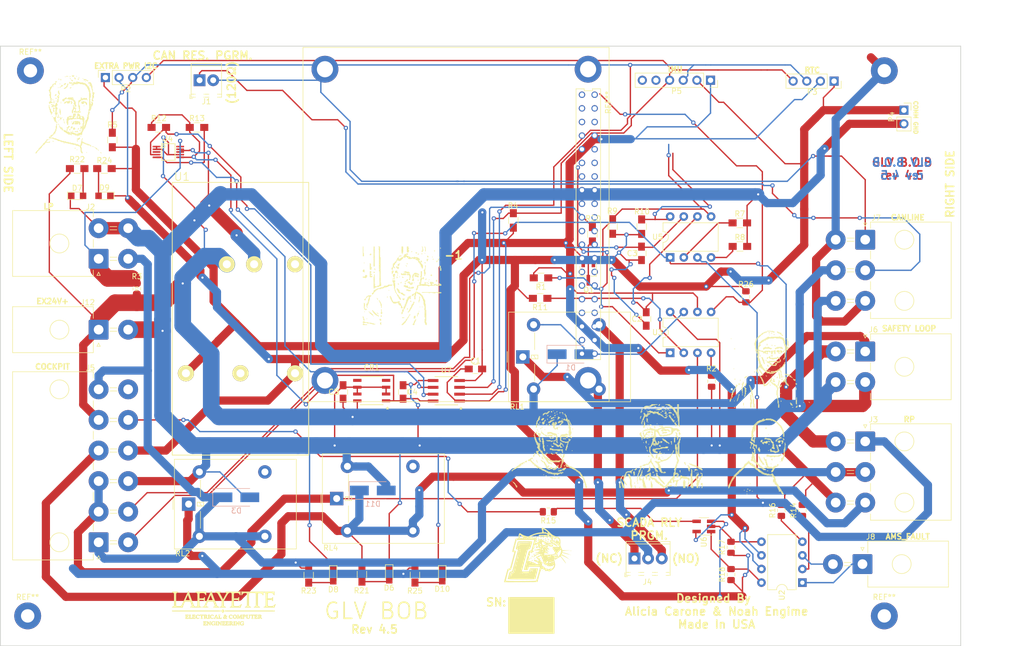
<source format=kicad_pcb>
(kicad_pcb (version 20171130) (host pcbnew "(5.1.4)-1")
  (layers (0 F.Cu signal) (31 B.Cu signal) (34 B.Paste user hide) (35 F.Paste user hide) (36 B.SilkS user) (37 F.SilkS user) (38 B.Mask user) (39 F.Mask user) (44 Edge.Cuts user))
  (net 0 "")
  (net 1 /CAN+)
  (net 2 /BATT+)
  (net 3 /GLV+_rtn)
  (net 4 /MReset_B)
  (net 5 /AIRS+)
  (net 6 /CPR_B)
  (net 7 /MReset_A)
  (net 8 "Net-(J4-Pad3)")
  (net 9 "Net-(J4-Pad1)")
  (net 10 "Net-(J5-Pad12)")
  (net 11 /AMS_Fault)
  (net 12 /+5V_rtn)
  (net 13 /F_LED)
  (net 14 /GLV+)
  (net 15 /CPR_A)
  (net 16 /SL2)
  (net 17 /CAN-)
  (net 18 /CHASS_GND)
  (net 19 /+5V)
  (net 20 /F2)
  (net 21 /F1)
  (net 22 /Ctrl)
  (net 23 /F3)
  (net 24 /SCL)
  (net 25 /SDA)
  (net 26 "Net-(R7-Pad1)")
  (net 27 "Net-(R8-Pad1)")
  (net 28 "Net-(D6-Pad2)")
  (net 29 "Net-(R11-Pad1)")
  (net 30 /SCADA_CTRL)
  (net 31 "Net-(R2-Pad1)")
  (net 32 "Net-(D10-Pad2)")
  (net 33 "Net-(RL2-Pad4)")
  (net 34 "Net-(Q1-Pad3)")
  (net 35 "Net-(D8-Pad2)")
  (net 36 "Net-(D7-Pad2)")
  (net 37 "Net-(D9-Pad2)")
  (net 38 /SDA_NI)
  (net 39 /SCL_NI)
  (net 40 "Net-(U4-Pad3)")
  (net 41 /+5V_NI)
  (net 42 "Net-(CR1-Pad5)")
  (net 43 "Net-(CR1-Pad4)")
  (net 44 /SL_Pre_5V)
  (net 45 /SL_Post_5V)
  (net 46 "Net-(R15-Pad1)")
  (net 47 "Net-(P5-Pad6)")
  (net 48 "Net-(P5-Pad5)")
  (net 49 "Net-(U1-Pad4)")
  (net 50 "Net-(U1-Pad6)")
  (net 51 "Net-(R16-Pad1)")
  (net 52 "Net-(R14-Pad1)")
  (net 53 "Net-(RL4-Pad4)")
  (net 54 /SL_Post_AMS)
  (net 55 /SL_Pre_AMS)
  (module Lafayette_Electric_Car_Footprints:RaspberryPi3 (layer F.Cu) (at 151.86 77.18 270)
    (fp_text reference REF** (at -38.76 -25.85 270) (layer F.SilkS))
    (fp_text value RaspberryPi3)
    (pad 44 thru_hole circle (at 13.058 26.911 270) (size 5 5) (drill 3) (layers *.Cu *.Mask))
    (pad 43 thru_hole circle (at -44.942 26.911 270) (size 5 5) (drill 3) (layers *.Cu *.Mask))
    (pad 42 thru_hole circle (at 13.058 -22.089 270) (size 5 5) (drill 3) (layers *.Cu *.Mask))
    (pad 41 thru_hole circle (at -44.942 -22.089 270) (size 5 5) (drill 3) (layers *.Cu *.Mask))
    (pad 20 thru_hole circle (at 8.07 -20.949 270) (size 1.2 1.2) (drill 0.8) (layers *.Cu *.Mask))
    (pad 21 thru_hole circle (at 8.07 -23.311 270) (size 1.2 1.2) (drill 0.8) (layers *.Cu *.Mask))
    (pad 19 thru_hole circle (at 5.53 -20.949 270) (size 1.2 1.2) (drill 0.8) (layers *.Cu *.Mask))
    (pad 22 thru_hole circle (at 5.53 -23.311 270) (size 1.2 1.2) (drill 0.8) (layers *.Cu *.Mask))
    (pad 18 thru_hole circle (at 2.99 -20.949 270) (size 1.2 1.2) (drill 0.8) (layers *.Cu *.Mask))
    (pad 23 thru_hole circle (at 2.99 -23.311 270) (size 1.2 1.2) (drill 0.8) (layers *.Cu *.Mask))
    (pad 17 thru_hole circle (at 0.45 -20.949 270) (size 1.2 1.2) (drill 0.8) (layers *.Cu *.Mask))
    (pad 24 thru_hole circle (at 0.45 -23.311 270) (size 1.2 1.2) (drill 0.8) (layers *.Cu *.Mask))
    (pad 16 thru_hole circle (at -2.09 -20.949 270) (size 1.2 1.2) (drill 0.8) (layers *.Cu *.Mask))
    (pad 25 thru_hole circle (at -2.09 -23.311 270) (size 1.2 1.2) (drill 0.8) (layers *.Cu *.Mask))
    (pad 15 thru_hole circle (at -4.63 -20.949 270) (size 1.2 1.2) (drill 0.8) (layers *.Cu *.Mask))
    (pad 26 thru_hole circle (at -4.63 -23.311 270) (size 1.2 1.2) (drill 0.8) (layers *.Cu *.Mask))
    (pad 14 thru_hole circle (at -7.17 -20.949 270) (size 1.2 1.2) (drill 0.8) (layers *.Cu *.Mask))
    (pad 27 thru_hole circle (at -7.17 -23.311 270) (size 1.2 1.2) (drill 0.8) (layers *.Cu *.Mask))
    (pad 13 thru_hole circle (at -9.71 -20.949 270) (size 1.2 1.2) (drill 0.8) (layers *.Cu *.Mask))
    (pad 28 thru_hole circle (at -9.71 -23.311 270) (size 1.2 1.2) (drill 0.8) (layers *.Cu *.Mask))
    (pad 12 thru_hole circle (at -12.25 -20.949 270) (size 1.2 1.2) (drill 0.8) (layers *.Cu *.Mask))
    (pad 29 thru_hole circle (at -12.25 -23.311 270) (size 1.2 1.2) (drill 0.8) (layers *.Cu *.Mask))
    (pad 11 thru_hole circle (at -14.79 -20.949 270) (size 1.2 1.2) (drill 0.8) (layers *.Cu *.Mask))
    (pad 30 thru_hole circle (at -14.79 -23.311 270) (size 1.2 1.2) (drill 0.8) (layers *.Cu *.Mask))
    (pad 10 thru_hole circle (at -17.33 -20.949 270) (size 1.2 1.2) (drill 0.8) (layers *.Cu *.Mask))
    (pad 31 thru_hole circle (at -17.33 -23.311 270) (size 1.2 1.2) (drill 0.8) (layers *.Cu *.Mask))
    (pad 9 thru_hole circle (at -19.87 -20.949 270) (size 1.2 1.2) (drill 0.8) (layers *.Cu *.Mask))
    (pad 32 thru_hole circle (at -19.87 -23.311 270) (size 1.2 1.2) (drill 0.8) (layers *.Cu *.Mask))
    (pad 8 thru_hole circle (at -22.41 -20.949 270) (size 1.2 1.2) (drill 0.8) (layers *.Cu *.Mask))
    (pad 33 thru_hole circle (at -22.41 -23.311 270) (size 1.2 1.2) (drill 0.8) (layers *.Cu *.Mask))
    (pad 7 thru_hole circle (at -24.95 -20.949 270) (size 1.2 1.2) (drill 0.8) (layers *.Cu *.Mask))
    (pad 34 thru_hole circle (at -24.95 -23.311 270) (size 1.2 1.2) (drill 0.8) (layers *.Cu *.Mask))
    (pad 6 thru_hole circle (at -27.49 -20.949 270) (size 1.2 1.2) (drill 0.8) (layers *.Cu *.Mask))
    (pad 35 thru_hole circle (at -27.49 -23.311 270) (size 1.2 1.2) (drill 0.8) (layers *.Cu *.Mask))
    (pad 5 thru_hole circle (at -30.03 -20.949 270) (size 1.2 1.2) (drill 0.8) (layers *.Cu *.Mask))
    (pad 36 thru_hole circle (at -30.03 -23.311 270) (size 1.2 1.2) (drill 0.8) (layers *.Cu *.Mask))
    (pad 4 thru_hole circle (at -32.57 -20.949 270) (size 1.2 1.2) (drill 0.8) (layers *.Cu *.Mask))
    (pad 37 thru_hole circle (at -32.57 -23.311 270) (size 1.2 1.2) (drill 0.8) (layers *.Cu *.Mask))
    (pad 3 thru_hole circle (at -35.11 -20.949 270) (size 1.2 1.2) (drill 0.8) (layers *.Cu *.Mask))
    (pad 38 thru_hole circle (at -35.11 -23.311 270) (size 1.2 1.2) (drill 0.8) (layers *.Cu *.Mask))
    (pad 2 thru_hole circle (at -37.65 -20.949 270) (size 1.2 1.2) (drill 0.8) (layers *.Cu *.Mask))
    (pad 39 thru_hole circle (at -37.65 -23.311 270) (size 1.2 1.2) (drill 0.8) (layers *.Cu *.Mask))
    (pad 1 thru_hole circle (at -40.19 -20.949 270) (size 1.2 1.2) (drill 0.8) (layers *.Cu *.Mask))
    (pad 40 thru_hole circle (at -40.19 -23.311 270) (size 1.2 1.2) (drill 0.8) (layers *.Cu *.Mask))
  )
  (module Capacitors_SMD:C_0805_HandSoldering (layer F.Cu) (at 152.96896 88.09228 180)
    (fp_text reference C1 (at 0 1.524 180) (layer F.SilkS))
    (fp_text value .1uF)
    (pad 1 smd rect (at -1.25 0 180) (size 1.5 1.25) (layers F.Cu F.Paste F.Mask) (net 12 /+5V_rtn))
    (pad 2 smd rect (at 1.25 0 180) (size 1.5 1.25) (layers F.Cu F.Paste F.Mask) (net 19 /+5V))
  )
  (module Relays_THT:Relay_SPDT_OMRON-G5LE-1 (layer F.Cu) (at 127.13208 112.24768 90)
    (fp_text reference RL4 (at -9.18718 -1.1049 180) (layer F.SilkS))
    (fp_text value "G5LE-1-E DC24")
    (pad 1 thru_hole rect (at 0 0 90) (size 2.5 2.5) (drill 1.3) (layers *.Cu *.Mask) (net 15 /CPR_A))
    (pad 2 thru_hole oval (at -6 2 90) (size 2.5 2.5) (drill 1.3) (layers *.Cu *.Mask) (net 6 /CPR_B))
    (pad 3 thru_hole oval (at -6 14.2 90) (size 2.5 2.5) (drill 1.3) (layers *.Cu *.Mask) (net 6 /CPR_B))
    (pad 4 thru_hole oval (at 6 14.2 90) (size 2.5 2.5) (drill 1.3) (layers *.Cu *.Mask) (net 53 "Net-(RL4-Pad4)"))
    (pad 5 thru_hole oval (at 6 2 90) (size 2.5 2.5) (drill 1.3) (layers *.Cu *.Mask) (net 3 /GLV+_rtn))
  )
  (module Resistor_SMD:R_0805_2012Metric_Pad1.15x1.40mm_HandSolder (layer F.Cu) (at 200.56602 126.41326 90)
    (fp_text reference R18 (at 0 -1.65 90) (layer F.SilkS))
    (fp_text value 1K)
    (pad 2 smd roundrect (at 1.025 0 90) (size 1.15 1.4) (layers F.Cu F.Paste F.Mask) (roundrect_rratio 0.217) (net 44 /SL_Pre_5V))
    (pad 1 smd roundrect (at -1.025 0 90) (size 1.15 1.4) (layers F.Cu F.Paste F.Mask) (roundrect_rratio 0.217) (net 12 /+5V_rtn))
  )
  (module Resistor_SMD:R_0805_2012Metric_Pad1.15x1.40mm_HandSolder (layer F.Cu) (at 200.5584 121.32818 90)
    (fp_text reference R17 (at 0 -1.65 90) (layer F.SilkS))
    (fp_text value 1K)
    (pad 2 smd roundrect (at 1.025 0 90) (size 1.15 1.4) (layers F.Cu F.Paste F.Mask) (roundrect_rratio 0.217) (net 45 /SL_Post_5V))
    (pad 1 smd roundrect (at -1.025 0 90) (size 1.15 1.4) (layers F.Cu F.Paste F.Mask) (roundrect_rratio 0.217) (net 12 /+5V_rtn))
  )
  (module Resistor_SMD:R_0805_2012Metric_Pad1.15x1.40mm_HandSolder (layer F.Cu) (at 209.93354 114.44732 90)
    (fp_text reference R16 (at 0 -1.65 90) (layer F.SilkS))
    (fp_text value 10k)
    (pad 2 smd roundrect (at 1.025 0 90) (size 1.15 1.4) (layers F.Cu F.Paste F.Mask) (roundrect_rratio 0.217) (net 3 /GLV+_rtn))
    (pad 1 smd roundrect (at -1.025 0 90) (size 1.15 1.4) (layers F.Cu F.Paste F.Mask) (roundrect_rratio 0.217) (net 51 "Net-(R16-Pad1)"))
  )
  (module Resistor_SMD:R_0805_2012Metric_Pad1.15x1.40mm_HandSolder (layer F.Cu) (at 213.85022 114.45748 90)
    (fp_text reference R14 (at 0 -1.65 90) (layer F.SilkS))
    (fp_text value 10k)
    (pad 2 smd roundrect (at 1.025 0 90) (size 1.15 1.4) (layers F.Cu F.Paste F.Mask) (roundrect_rratio 0.217) (net 3 /GLV+_rtn))
    (pad 1 smd roundrect (at -1.025 0 90) (size 1.15 1.4) (layers F.Cu F.Paste F.Mask) (roundrect_rratio 0.217) (net 52 "Net-(R14-Pad1)"))
  )
  (module Housings_DIP:DIP-8_W7.62mm (layer F.Cu) (at 213.85022 127.91186 180)
    (fp_text reference U2 (at 3.81 -2.33 270) (layer F.SilkS))
    (fp_text value lda210)
    (pad 8 thru_hole oval (at 7.62 0 180) (size 1.6 1.6) (drill 0.8) (layers *.Cu *.Mask) (net 44 /SL_Pre_5V))
    (pad 4 thru_hole oval (at 0 7.62 180) (size 1.6 1.6) (drill 0.8) (layers *.Cu *.Mask) (net 51 "Net-(R16-Pad1)"))
    (pad 7 thru_hole oval (at 7.62 2.54 180) (size 1.6 1.6) (drill 0.8) (layers *.Cu *.Mask) (net 19 /+5V))
    (pad 3 thru_hole oval (at 0 5.08 180) (size 1.6 1.6) (drill 0.8) (layers *.Cu *.Mask) (net 54 /SL_Post_AMS))
    (pad 6 thru_hole oval (at 7.62 5.08 180) (size 1.6 1.6) (drill 0.8) (layers *.Cu *.Mask) (net 19 /+5V))
    (pad 2 thru_hole oval (at 0 2.54 180) (size 1.6 1.6) (drill 0.8) (layers *.Cu *.Mask) (net 52 "Net-(R14-Pad1)"))
    (pad 5 thru_hole oval (at 7.62 7.62 180) (size 1.6 1.6) (drill 0.8) (layers *.Cu *.Mask) (net 45 /SL_Post_5V))
    (pad 1 thru_hole rect (at 0 0 180) (size 1.6 1.6) (drill 0.8) (layers *.Cu *.Mask) (net 55 /SL_Pre_AMS))
  )
  (module Resistor_SMD:R_0805_2012Metric_Pad1.15x1.40mm_HandSolder (layer F.Cu) (at 166.54272 114.7064 180)
    (fp_text reference R15 (at 0 -1.65) (layer F.SilkS))
    (fp_text value 200)
    (pad 1 smd roundrect (at -1.025 0 180) (size 1.15 1.4) (layers F.Cu F.Paste F.Mask) (roundrect_rratio 0.217) (net 46 "Net-(R15-Pad1)"))
    (pad 2 smd roundrect (at 1.025 0 180) (size 1.15 1.4) (layers F.Cu F.Paste F.Mask) (roundrect_rratio 0.217) (net 11 /AMS_Fault))
  )
  (module Connector_PinSocket_2.54mm:PinSocket_1x04_P2.54mm_Vertical (layer F.Cu) (at 219.75064 34.4551 270)
    (fp_text reference P3 (at 2.032 4.064 180) (layer F.SilkS))
    (fp_text value CONN_01X04 hide)
    (pad 1 thru_hole rect (at 0 0 270) (size 1.7 1.7) (drill 1) (layers *.Cu *.Mask) (net 12 /+5V_rtn))
    (pad 2 thru_hole oval (at 0 2.54 270) (size 1.7 1.7) (drill 1) (layers *.Cu *.Mask) (net 19 /+5V))
    (pad 3 thru_hole oval (at 0 5.08 270) (size 1.7 1.7) (drill 1) (layers *.Cu *.Mask) (net 25 /SDA))
    (pad 4 thru_hole oval (at 0 7.62 270) (size 1.7 1.7) (drill 1) (layers *.Cu *.Mask) (net 24 /SCL))
  )
  (module MountingHole:MountingHole_2.5mm_Pad (layer F.Cu) (at 69.596 134.112)
    (fp_text reference REF** (at 0 -3.5) (layer F.SilkS))
    (fp_text value MountingHole_2.5mm_Pad)
    (pad 1 thru_hole circle (at 0 0) (size 5 5) (drill 2.5) (layers *.Cu *.Mask))
  )
  (module MountingHole:MountingHole_2.5mm_Pad (layer F.Cu) (at 229.108 134.112)
    (fp_text reference REF** (at 0 -3.5) (layer F.SilkS))
    (fp_text value MountingHole_2.5mm_Pad)
    (pad 1 thru_hole circle (at 0 0) (size 5 5) (drill 2.5) (layers *.Cu *.Mask))
  )
  (module MountingHole:MountingHole_2.5mm_Pad (layer F.Cu) (at 70.104 32.512)
    (fp_text reference REF** (at 0 -3.5) (layer F.SilkS))
    (fp_text value MountingHole_2.5mm_Pad)
    (pad 1 thru_hole circle (at 0 0) (size 5 5) (drill 2.5) (layers *.Cu *.Mask))
  )
  (module Connector_PinSocket_2.54mm:PinSocket_1x06_P2.54mm_Vertical (layer F.Cu) (at 196.74586 34.29 270)
    (fp_text reference P5 (at 2.032 6.32206 180) (layer F.SilkS))
    (fp_text value CONN_01X04 hide)
    (pad 6 thru_hole oval (at 0 12.7 270) (size 1.7 1.7) (drill 1) (layers *.Cu *.Mask) (net 47 "Net-(P5-Pad6)"))
    (pad 5 thru_hole oval (at 0 10.16 270) (size 1.7 1.7) (drill 1) (layers *.Cu *.Mask) (net 48 "Net-(P5-Pad5)"))
    (pad 4 thru_hole oval (at 0 7.62 270) (size 1.7 1.7) (drill 1) (layers *.Cu *.Mask) (net 24 /SCL))
    (pad 3 thru_hole oval (at 0 5.08 270) (size 1.7 1.7) (drill 1) (layers *.Cu *.Mask) (net 25 /SDA))
    (pad 2 thru_hole oval (at 0 2.54 270) (size 1.7 1.7) (drill 1) (layers *.Cu *.Mask) (net 12 /+5V_rtn))
    (pad 1 thru_hole rect (at 0 0 270) (size 1.7 1.7) (drill 1) (layers *.Cu *.Mask) (net 19 /+5V))
  )
  (module Connector_Molex:Molex_Mega-Fit_76825-0012_2x06_P5.70mm_Horizontal (layer F.Cu) (at 82.804 120.396 90)
    (fp_text reference J5 (at 32.512 -1.524 180) (layer F.SilkS))
    (fp_text value CONN_02X06-conn)
    (pad "" np_thru_hole circle (at 28.5 -7.3 90) (size 3 3) (drill 3) (layers *.Cu *.Mask))
    (pad "" np_thru_hole circle (at 0 -7.3 90) (size 3 3) (drill 3) (layers *.Cu *.Mask))
    (pad 12 thru_hole circle (at 28.5 5.5 90) (size 3.7 3.7) (drill 1.8) (layers *.Cu *.Mask) (net 10 "Net-(J5-Pad12)"))
    (pad 11 thru_hole circle (at 22.8 5.5 90) (size 3.7 3.7) (drill 1.8) (layers *.Cu *.Mask) (net 11 /AMS_Fault))
    (pad 10 thru_hole circle (at 17.1 5.5 90) (size 3.7 3.7) (drill 1.8) (layers *.Cu *.Mask) (net 12 /+5V_rtn))
    (pad 9 thru_hole circle (at 11.4 5.5 90) (size 3.7 3.7) (drill 1.8) (layers *.Cu *.Mask) (net 3 /GLV+_rtn))
    (pad 8 thru_hole circle (at 5.7 5.5 90) (size 3.7 3.7) (drill 1.8) (layers *.Cu *.Mask) (net 13 /F_LED))
    (pad 7 thru_hole circle (at 0 5.5 90) (size 3.7 3.7) (drill 1.8) (layers *.Cu *.Mask) (net 5 /AIRS+))
    (pad 6 thru_hole circle (at 28.5 0 90) (size 3.7 3.7) (drill 1.8) (layers *.Cu *.Mask) (net 4 /MReset_B))
    (pad 5 thru_hole circle (at 22.8 0 90) (size 3.7 3.7) (drill 1.8) (layers *.Cu *.Mask) (net 14 /GLV+))
    (pad 4 thru_hole circle (at 17.1 0 90) (size 3.7 3.7) (drill 1.8) (layers *.Cu *.Mask) (net 6 /CPR_B))
    (pad 3 thru_hole circle (at 11.4 0 90) (size 3.7 3.7) (drill 1.8) (layers *.Cu *.Mask) (net 15 /CPR_A))
    (pad 2 thru_hole circle (at 5.7 0 90) (size 3.7 3.7) (drill 1.8) (layers *.Cu *.Mask) (net 15 /CPR_A))
    (pad 1 thru_hole roundrect (at 0 0 90) (size 3.7 3.7) (drill 1.8) (layers *.Cu *.Mask) (roundrect_rratio 0.067568) (net 4 /MReset_B))
  )
  (module Connector_Molex:Molex_Mega-Fit_76825-0002_2x01_P5.70mm_Horizontal (layer F.Cu) (at 82.804 80.772 90)
    (fp_text reference J12 (at 5.08 -2.032 180) (layer F.SilkS))
    (fp_text value Conn_01x02)
    (pad 1 thru_hole roundrect (at 0 0 90) (size 3.7 3.7) (drill 1.8) (layers *.Cu *.Mask) (roundrect_rratio 0.067568) (net 14 /GLV+))
    (pad 2 thru_hole circle (at 0 5.5 90) (size 3.7 3.7) (drill 1.8) (layers *.Cu *.Mask) (net 3 /GLV+_rtn))
    (pad "" np_thru_hole circle (at 0 -7.3 90) (size 3 3) (drill 3) (layers *.Cu *.Mask))
  )
  (module Connector_Molex:Molex_Mega-Fit_76825-0004_2x02_P5.70mm_Horizontal (layer F.Cu) (at 82.804 67.564 90)
    (fp_text reference J2 (at 9.652 -1.524 180) (layer F.SilkS))
    (fp_text value Conn_02x02)
    (pad "" np_thru_hole circle (at 2.85 -7.3 90) (size 3 3) (drill 3) (layers *.Cu *.Mask))
    (pad 4 thru_hole circle (at 5.7 5.5 90) (size 3.7 3.7) (drill 1.8) (layers *.Cu *.Mask) (net 3 /GLV+_rtn))
    (pad 3 thru_hole circle (at 0 5.5 90) (size 3.7 3.7) (drill 1.8) (layers *.Cu *.Mask) (net 4 /MReset_B))
    (pad 2 thru_hole circle (at 5.7 0 90) (size 3.7 3.7) (drill 1.8) (layers *.Cu *.Mask) (net 3 /GLV+_rtn))
    (pad 1 thru_hole roundrect (at 0 0 90) (size 3.7 3.7) (drill 1.8) (layers *.Cu *.Mask) (roundrect_rratio 0.067568) (net 2 /BATT+))
  )
  (module Connector_Molex:Molex_Mega-Fit_76825-0006_2x03_P5.70mm_Horizontal (layer F.Cu) (at 225.552 64.008 270)
    (fp_text reference J7 (at -4.064 -2.032 180) (layer F.SilkS))
    (fp_text value Conn_02x03)
    (pad "" np_thru_hole circle (at 11.4 -7.3 270) (size 3 3) (drill 3) (layers *.Cu *.Mask))
    (pad "" np_thru_hole circle (at 0 -7.3 270) (size 3 3) (drill 3) (layers *.Cu *.Mask))
    (pad 6 thru_hole circle (at 11.4 5.5 270) (size 3.7 3.7) (drill 1.8) (layers *.Cu *.Mask) (net 3 /GLV+_rtn))
    (pad 5 thru_hole circle (at 5.7 5.5 270) (size 3.7 3.7) (drill 1.8) (layers *.Cu *.Mask) (net 14 /GLV+))
    (pad 4 thru_hole circle (at 0 5.5 270) (size 3.7 3.7) (drill 1.8) (layers *.Cu *.Mask) (net 18 /CHASS_GND))
    (pad 3 thru_hole circle (at 11.4 0 270) (size 3.7 3.7) (drill 1.8) (layers *.Cu *.Mask) (net 18 /CHASS_GND))
    (pad 2 thru_hole circle (at 5.7 0 270) (size 3.7 3.7) (drill 1.8) (layers *.Cu *.Mask) (net 17 /CAN-))
    (pad 1 thru_hole roundrect (at 0 0 270) (size 3.7 3.7) (drill 1.8) (layers *.Cu *.Mask) (roundrect_rratio 0.067568) (net 1 /CAN+))
  )
  (module Connector_Molex:Molex_Mega-Fit_76825-0004_2x02_P5.70mm_Horizontal (layer F.Cu) (at 225.552 84.836 270)
    (fp_text reference J6 (at -4.064 -1.524 180) (layer F.SilkS))
    (fp_text value Conn_02x03)
    (pad "" np_thru_hole circle (at 2.85 -7.3 270) (size 3 3) (drill 3) (layers *.Cu *.Mask))
    (pad 4 thru_hole circle (at 5.7 5.5 270) (size 3.7 3.7) (drill 1.8) (layers *.Cu *.Mask) (net 3 /GLV+_rtn))
    (pad 3 thru_hole circle (at 0 5.5 270) (size 3.7 3.7) (drill 1.8) (layers *.Cu *.Mask) (net 5 /AIRS+))
    (pad 2 thru_hole circle (at 5.7 0 270) (size 3.7 3.7) (drill 1.8) (layers *.Cu *.Mask) (net 14 /GLV+))
    (pad 1 thru_hole roundrect (at 0 0 270) (size 3.7 3.7) (drill 1.8) (layers *.Cu *.Mask) (roundrect_rratio 0.067568) (net 16 /SL2))
  )
  (module Connector_Molex:Molex_Mega-Fit_76825-0006_2x03_P5.70mm_Horizontal (layer F.Cu) (at 225.552 101.6 270)
    (fp_text reference J3 (at -4.064 -1.524 180) (layer F.SilkS))
    (fp_text value CONN_02X03)
    (pad "" np_thru_hole circle (at 11.4 -7.3 270) (size 3 3) (drill 3) (layers *.Cu *.Mask))
    (pad "" np_thru_hole circle (at 0 -7.3 270) (size 3 3) (drill 3) (layers *.Cu *.Mask))
    (pad 6 thru_hole circle (at 11.4 5.5 270) (size 3.7 3.7) (drill 1.8) (layers *.Cu *.Mask) (net 3 /GLV+_rtn))
    (pad 5 thru_hole circle (at 5.7 5.5 270) (size 3.7 3.7) (drill 1.8) (layers *.Cu *.Mask) (net 4 /MReset_B))
    (pad 4 thru_hole circle (at 0 5.5 270) (size 3.7 3.7) (drill 1.8) (layers *.Cu *.Mask) (net 5 /AIRS+))
    (pad 3 thru_hole circle (at 11.4 0 270) (size 3.7 3.7) (drill 1.8) (layers *.Cu *.Mask) (net 6 /CPR_B))
    (pad 2 thru_hole circle (at 5.7 0 270) (size 3.7 3.7) (drill 1.8) (layers *.Cu *.Mask) (net 4 /MReset_B))
    (pad 1 thru_hole roundrect (at 0 0 270) (size 3.7 3.7) (drill 1.8) (layers *.Cu *.Mask) (roundrect_rratio 0.068) (net 7 /MReset_A))
  )
  (module Connector_Molex:Molex_Mega-Fit_76825-0002_2x01_P5.70mm_Horizontal (layer F.Cu) (at 225.044 124.46 270)
    (fp_text reference J8 (at -5.08 -1.524 180) (layer F.SilkS))
    (fp_text value Conn_01x02)
    (pad "" np_thru_hole circle (at 0 -7.3 270) (size 3 3) (drill 3) (layers *.Cu *.Mask))
    (pad 2 thru_hole circle (at 0 5.5 270) (size 3.7 3.7) (drill 1.8) (layers *.Cu *.Mask) (net 54 /SL_Post_AMS))
    (pad 1 thru_hole roundrect (at 0 0 270) (size 3.7 3.7) (drill 1.8) (layers *.Cu *.Mask) (roundrect_rratio 0.067568) (net 55 /SL_Pre_AMS))
  )
  (module Capacitors_SMD:C_0805_HandSoldering (layer F.Cu) (at 183.896 66.548 90)
    (fp_text reference C3 (at 0 -1.75) (layer F.SilkS))
    (fp_text value .1uF)
    (pad 1 smd rect (at -1.25 0 90) (size 1.5 1.25) (layers F.Cu F.Paste F.Mask) (net 12 /+5V_rtn))
    (pad 2 smd rect (at 1.25 0 90) (size 1.5 1.25) (layers F.Cu F.Paste F.Mask) (net 19 /+5V))
  )
  (module Capacitors_SMD:C_0805_HandSoldering (layer F.Cu) (at 184.7723 78.7781 90)
    (fp_text reference C2 (at 0 -1.75) (layer F.SilkS))
    (fp_text value .1uF)
    (pad 1 smd rect (at -1.25 0 90) (size 1.5 1.25) (layers F.Cu F.Paste F.Mask) (net 12 /+5V_rtn))
    (pad 2 smd rect (at 1.25 0 90) (size 1.5 1.25) (layers F.Cu F.Paste F.Mask) (net 19 /+5V))
  )
  (module custom:leo2 (layer F.Cu) (at 165.1508 122.72772)
    (fp_text reference G*** hide)
    (fp_text value LOGO hide)
  )
  (module custom:logo_lafayette_ece_20mmx7mm (layer F.Cu) (at 106.11612 132.89026)
    (fp_text reference G*** hide)
    (fp_text value LOGO hide)
  )
  (module Folder:yu (layer F.Cu) (at 200.33996 79.70266)
    (fp_text reference yu hide)
    (fp_text value "" (at 0 0) (layer F.SilkS) (effects (font (size 1.27 1.27))))
  )
  (module Folder:wey (layer F.Cu) (at 200.07834 95.83674)
    (fp_text reference wey hide)
    (fp_text value "" (at 0 0) (layer F.SilkS) (effects (font (size 1.27 1.27))))
  )
  (module Folder:nadovich (layer F.Cu) (at 69.1388 32.30372)
    (fp_text reference nadovich hide)
    (fp_text value "" (at 0 0) (layer F.SilkS) (effects (font (size 1.27 1.27))))
  )
  (module Folder:wallace (layer F.Cu) (at 179.64912 94.6658)
    (fp_text reference wallace hide)
    (fp_text value "" (at 0 0) (layer F.SilkS) (effects (font (size 1.27 1.27))))
  )
  (module Folder:nestor (layer F.Cu) (at 159.73806 94.6658)
    (fp_text reference nestor hide)
    (fp_text value "" (at 0 0) (layer F.SilkS) (effects (font (size 1.27 1.27))))
  )
  (module Folder:LOGO (layer F.Cu) (at 132.00634 65.28816)
    (fp_text reference LOGO hide)
    (fp_text value "" (at 0 0) (layer F.SilkS) (effects (font (size 1.27 1.27))))
  )
  (module Mounting_Holes:MountingHole_2.5mm_Pad (layer F.Cu) (at 229.108 32.512)
    (fp_text reference MK1 hide)
    (fp_text value Mounting_Hole_PAD hide)
    (pad 1 thru_hole circle (at 0 0) (size 5 5) (drill 2.5) (layers *.Cu *.Mask) (net 18 /CHASS_GND))
  )
  (module custom:DC-DC_24-5 (layer F.Cu) (at 109.22 78.74 270)
    (fp_text reference U1 (at -26.47188 10.89152) (layer F.SilkS) (effects (font (size 1.5 1.5))))
    (fp_text value 102-2927-ND hide)
    (pad 5 thru_hole circle (at 10.16 -10.16 270) (size 3 3) (drill 1.5) (layers *.Cu *.Mask F.SilkS) (net 12 /+5V_rtn))
    (pad 4 thru_hole circle (at 10.16 0 270) (size 3 3) (drill 1.5) (layers *.Cu *.Mask F.SilkS) (net 49 "Net-(U1-Pad4)"))
    (pad 3 thru_hole circle (at 10.16 10.16 270) (size 3 3) (drill 1.5) (layers *.Cu *.Mask F.SilkS) (net 19 /+5V))
    (pad 2 thru_hole circle (at -10.16 2.54 270) (size 3 3) (drill 1.5) (layers *.Cu *.Mask F.SilkS) (net 14 /GLV+))
    (pad 1 thru_hole circle (at -10.16 -2.54 270) (size 3 3) (drill 1.5) (layers *.Cu *.Mask F.SilkS) (net 3 /GLV+_rtn))
    (pad 6 thru_hole circle (at -10.16 -10.16 270) (size 3 3) (drill 1.5) (layers *.Cu *.Mask F.SilkS) (net 50 "Net-(U1-Pad6)"))
  )
  (module Package_TO_SOT_SMD:SOT-23-5_HandSoldering (layer F.Cu) (at 195.51142 117.43944 180)
    (fp_text reference U6 (at 0 -2.9 270) (layer F.SilkS))
    (fp_text value SN74AHC1G86DBVR)
    (pad 1 smd rect (at -1.35 -0.95 180) (size 1.56 0.65) (layers F.Cu F.Paste F.Mask) (net 44 /SL_Pre_5V))
    (pad 2 smd rect (at -1.35 0 180) (size 1.56 0.65) (layers F.Cu F.Paste F.Mask) (net 45 /SL_Post_5V))
    (pad 3 smd rect (at -1.35 0.95 180) (size 1.56 0.65) (layers F.Cu F.Paste F.Mask) (net 12 /+5V_rtn))
    (pad 4 smd rect (at 1.35 0.95 180) (size 1.56 0.65) (layers F.Cu F.Paste F.Mask) (net 46 "Net-(R15-Pad1)"))
    (pad 5 smd rect (at 1.35 -0.95 180) (size 1.56 0.65) (layers F.Cu F.Paste F.Mask) (net 19 /+5V))
  )
  (module Resistor_SMD:R_0805_2012Metric_Pad1.15x1.40mm_HandSolder (layer F.Cu) (at 196.94652 90.38336 270)
    (fp_text reference R2 (at -2.35712 0.03556 180) (layer F.SilkS))
    (fp_text value 10k)
    (pad 2 smd roundrect (at 1.025 0 270) (size 1.15 1.4) (layers F.Cu F.Paste F.Mask) (roundrect_rratio 0.217) (net 3 /GLV+_rtn))
    (pad 1 smd roundrect (at -1.025 0 270) (size 1.15 1.4) (layers F.Cu F.Paste F.Mask) (roundrect_rratio 0.217) (net 31 "Net-(R2-Pad1)"))
  )
  (module Resistor_SMD:R_0805_2012Metric_Pad1.15x1.40mm_HandSolder (layer F.Cu) (at 203.33716 74.6506 270)
    (fp_text reference R26 (at -2.32664 -0.01524 180) (layer F.SilkS))
    (fp_text value 1K)
    (pad 2 smd roundrect (at 1.025 0 270) (size 1.15 1.4) (layers F.Cu F.Paste F.Mask) (roundrect_rratio 0.217) (net 23 /F3))
    (pad 1 smd roundrect (at -1.025 0 270) (size 1.15 1.4) (layers F.Cu F.Paste F.Mask) (roundrect_rratio 0.217) (net 12 /+5V_rtn))
  )
  (module Resistors_SMD:R_0805_HandSoldering (layer F.Cu) (at 85.35924 45.42282 90)
    (fp_text reference R5 (at 2.82702 0.02032 180) (layer F.SilkS))
    (fp_text value 10K)
    (pad 1 smd rect (at -1.35 0 90) (size 1.5 1.3) (layers F.Cu F.Paste F.Mask) (net 19 /+5V))
    (pad 2 smd rect (at 1.35 0 90) (size 1.5 1.3) (layers F.Cu F.Paste F.Mask) (net 25 /SDA))
  )
  (module Resistors_SMD:R_0805_HandSoldering (layer F.Cu) (at 160.0327 60.4139 90)
    (fp_text reference R4 (at 2.73812 -0.06096 180) (layer F.SilkS))
    (fp_text value 10K)
    (pad 1 smd rect (at -1.35 0 90) (size 1.5 1.3) (layers F.Cu F.Paste F.Mask) (net 19 /+5V))
    (pad 2 smd rect (at 1.35 0 90) (size 1.5 1.3) (layers F.Cu F.Paste F.Mask) (net 24 /SCL))
  )
  (module Resistors_SMD:R_0805_HandSoldering (layer F.Cu) (at 165.02 74.93 180)
    (fp_text reference R11 (at 0 -1.7) (layer F.SilkS))
    (fp_text value 1k)
    (pad 1 smd rect (at -1.35 0 180) (size 1.5 1.3) (layers F.Cu F.Paste F.Mask) (net 29 "Net-(R11-Pad1)"))
    (pad 2 smd rect (at 1.35 0 180) (size 1.5 1.3) (layers F.Cu F.Paste F.Mask) (net 12 /+5V_rtn))
  )
  (module Resistors_SMD:R_0805_HandSoldering (layer F.Cu) (at 165.18 71.12 180)
    (fp_text reference R1 (at 0 -1.7) (layer F.SilkS))
    (fp_text value 10k)
    (pad 1 smd rect (at -1.35 0 180) (size 1.5 1.3) (layers F.Cu F.Paste F.Mask) (net 22 /Ctrl))
    (pad 2 smd rect (at 1.35 0 180) (size 1.5 1.3) (layers F.Cu F.Paste F.Mask) (net 19 /+5V))
  )
  (module custom_iso_footprint:ISO1541DR (layer F.Cu) (at 147.55368 92.15628 180)
    (fp_text reference U7 (at 0 3.81) (layer F.SilkS))
    (fp_text value ISO1541DR hide)
    (fp_text user * (at -2.7178 -3.6068) (layer F.SilkS))
    (pad 8 smd rect (at 2.4638 -1.905 180) (size 1.9812 0.5588) (layers F.Cu F.Paste F.Mask) (net 41 /+5V_NI))
    (pad 7 smd rect (at 2.4638 -0.635 180) (size 1.9812 0.5588) (layers F.Cu F.Paste F.Mask) (net 38 /SDA_NI))
    (pad 6 smd rect (at 2.4638 0.635 180) (size 1.9812 0.5588) (layers F.Cu F.Paste F.Mask) (net 39 /SCL_NI))
    (pad 5 smd rect (at 2.4638 1.905 180) (size 1.9812 0.5588) (layers F.Cu F.Paste F.Mask) (net 3 /GLV+_rtn))
    (pad 4 smd rect (at -2.4638 1.905 180) (size 1.9812 0.5588) (layers F.Cu F.Paste F.Mask) (net 12 /+5V_rtn))
    (pad 3 smd rect (at -2.4638 0.635 180) (size 1.9812 0.5588) (layers F.Cu F.Paste F.Mask) (net 24 /SCL))
    (pad 2 smd rect (at -2.4638 -0.635 180) (size 1.9812 0.5588) (layers F.Cu F.Paste F.Mask) (net 25 /SDA))
    (pad 1 smd rect (at -2.4638 -1.905 180) (size 1.9812 0.5588) (layers F.Cu F.Paste F.Mask) (net 19 /+5V))
  )
  (module Resistors_SMD:R_0805_HandSoldering (layer F.Cu) (at 101.12502 43.08348)
    (fp_text reference R13 (at 0 -1.7) (layer F.SilkS))
    (fp_text value 10K)
    (pad 2 smd rect (at 1.35 0) (size 1.5 1.3) (layers F.Cu F.Paste F.Mask) (net 39 /SCL_NI))
    (pad 1 smd rect (at -1.35 0) (size 1.5 1.3) (layers F.Cu F.Paste F.Mask) (net 41 /+5V_NI))
  )
  (module Resistors_SMD:R_0805_HandSoldering (layer F.Cu) (at 94.01302 43.08348)
    (fp_text reference R12 (at 0 -1.7) (layer F.SilkS))
    (fp_text value 10K)
    (pad 1 smd rect (at -1.35 0) (size 1.5 1.3) (layers F.Cu F.Paste F.Mask) (net 41 /+5V_NI))
    (pad 2 smd rect (at 1.35 0) (size 1.5 1.3) (layers F.Cu F.Paste F.Mask) (net 38 /SDA_NI))
  )
  (module Capacitors_SMD:C_0805_HandSoldering (layer F.Cu) (at 139.4968 92.38234 270)
    (fp_text reference C4 (at 0 -1.75) (layer F.SilkS))
    (fp_text value .1uF)
    (pad 1 smd rect (at -1.25 0 270) (size 1.5 1.25) (layers F.Cu F.Paste F.Mask) (net 3 /GLV+_rtn))
    (pad 2 smd rect (at 1.25 0 270) (size 1.5 1.25) (layers F.Cu F.Paste F.Mask) (net 41 /+5V_NI))
  )
  (module custom_dcdc_footprint:L78L05ACD13TR (layer F.Cu) (at 133.6548 92.12834 180)
    (fp_text reference CR1 (at 0 4.318) (layer F.SilkS))
    (fp_text value L78L05ACD13TR hide)
    (fp_text user * (at -2.9337 -3.6068) (layer F.SilkS))
    (pad 8 smd rect (at 2.6797 -1.905 180) (size 1.5494 0.5588) (layers F.Cu F.Paste F.Mask) (net 14 /GLV+))
    (pad 7 smd rect (at 2.6797 -0.635 180) (size 1.5494 0.5588) (layers F.Cu F.Paste F.Mask) (net 3 /GLV+_rtn))
    (pad 6 smd rect (at 2.6797 0.635 180) (size 1.5494 0.5588) (layers F.Cu F.Paste F.Mask) (net 3 /GLV+_rtn))
    (pad 5 smd rect (at 2.6797 1.905 180) (size 1.5494 0.5588) (layers F.Cu F.Paste F.Mask) (net 42 "Net-(CR1-Pad5)"))
    (pad 4 smd rect (at -2.6797 1.905 180) (size 1.5494 0.5588) (layers F.Cu F.Paste F.Mask) (net 43 "Net-(CR1-Pad4)"))
    (pad 3 smd rect (at -2.6797 0.635 180) (size 1.5494 0.5588) (layers F.Cu F.Paste F.Mask) (net 3 /GLV+_rtn))
    (pad 2 smd rect (at -2.6797 -0.635 180) (size 1.5494 0.5588) (layers F.Cu F.Paste F.Mask) (net 3 /GLV+_rtn))
    (pad 1 smd rect (at -2.6797 -1.905 180) (size 1.5494 0.5588) (layers F.Cu F.Paste F.Mask) (net 41 /+5V_NI))
  )
  (module Capacitors_SMD:C_0805_HandSoldering (layer F.Cu) (at 128.3208 92.38234 90)
    (fp_text reference C5 (at 0 -1.75) (layer F.SilkS))
    (fp_text value .1uF)
    (pad 2 smd rect (at 1.25 0 90) (size 1.5 1.25) (layers F.Cu F.Paste F.Mask) (net 3 /GLV+_rtn))
    (pad 1 smd rect (at -1.25 0 90) (size 1.5 1.25) (layers F.Cu F.Paste F.Mask) (net 14 /GLV+))
  )
  (module custom:msop_10_ads1015 (layer F.Cu) (at 95.79102 47.65548)
    (fp_text reference U4 (at -0.15 -2.45) (layer F.SilkS))
    (fp_text value ina226 hide)
    (pad 1 smd rect (at -2.2 -1) (size 1.45 0.3) (layers F.Cu F.Paste F.Mask) (net 3 /GLV+_rtn))
    (pad 2 smd rect (at -2.2 -0.5) (size 1.45 0.3) (layers F.Cu F.Paste F.Mask) (net 3 /GLV+_rtn))
    (pad 4 smd rect (at -2.2 0.5) (size 1.45 0.3) (layers F.Cu F.Paste F.Mask) (net 38 /SDA_NI))
    (pad 5 smd rect (at -2.2 1) (size 1.45 0.3) (layers F.Cu F.Paste F.Mask) (net 39 /SCL_NI))
    (pad 3 smd rect (at -2.2 0) (size 1.45 0.3) (layers F.Cu F.Paste F.Mask) (net 40 "Net-(U4-Pad3)"))
    (pad 6 smd rect (at 2.2 1) (size 1.45 0.3) (layers F.Cu F.Paste F.Mask) (net 41 /+5V_NI))
    (pad 7 smd rect (at 2.2 0.5) (size 1.45 0.3) (layers F.Cu F.Paste F.Mask) (net 3 /GLV+_rtn))
    (pad 8 smd rect (at 2.2 0) (size 1.45 0.3) (layers F.Cu F.Paste F.Mask) (net 14 /GLV+))
    (pad 9 smd rect (at 2.2 -0.5) (size 1.45 0.3) (layers F.Cu F.Paste F.Mask) (net 14 /GLV+))
    (pad 10 smd rect (at 2.2 -1) (size 1.45 0.3) (layers F.Cu F.Paste F.Mask) (net 2 /BATT+))
  )
  (module LEDs:LED_0805 (layer F.Cu) (at 78.81112 55.83174)
    (fp_text reference D7 (at 0 -1.45) (layer F.SilkS))
    (fp_text value LED)
    (pad 2 smd rect (at 1.1 0 180) (size 1.2 1.2) (layers F.Cu F.Paste F.Mask) (net 36 "Net-(D7-Pad2)"))
    (pad 1 smd rect (at -1.1 0 180) (size 1.2 1.2) (layers F.Cu F.Paste F.Mask) (net 3 /GLV+_rtn))
  )
  (module Resistors_SMD:R_0805_HandSoldering (layer F.Cu) (at 83.89112 50.75174 180)
    (fp_text reference R24 (at 0 1.524 180) (layer F.SilkS))
    (fp_text value 2.1k)
    (pad 2 smd rect (at 1.35 0 180) (size 1.5 1.3) (layers F.Cu F.Paste F.Mask) (net 37 "Net-(D9-Pad2)"))
    (pad 1 smd rect (at -1.35 0 180) (size 1.5 1.3) (layers F.Cu F.Paste F.Mask) (net 19 /+5V))
  )
  (module Resistors_SMD:R_0805_HandSoldering (layer F.Cu) (at 78.81112 50.75174)
    (fp_text reference R22 (at 0 -1.7) (layer F.SilkS))
    (fp_text value 10k)
    (pad 1 smd rect (at -1.35 0) (size 1.5 1.3) (layers F.Cu F.Paste F.Mask) (net 14 /GLV+))
    (pad 2 smd rect (at 1.35 0) (size 1.5 1.3) (layers F.Cu F.Paste F.Mask) (net 36 "Net-(D7-Pad2)"))
  )
  (module LEDs:LED_0805 (layer F.Cu) (at 83.89112 55.83174 180)
    (fp_text reference D9 (at 0 1.524 180) (layer F.SilkS))
    (fp_text value LED)
    (pad 1 smd rect (at -1.1 0) (size 1.2 1.2) (layers F.Cu F.Paste F.Mask) (net 12 /+5V_rtn))
    (pad 2 smd rect (at 1.1 0) (size 1.2 1.2) (layers F.Cu F.Paste F.Mask) (net 37 "Net-(D9-Pad2)"))
  )
  (module LEDs:LED_0805 (layer F.Cu) (at 126.49454 126.55296 270)
    (fp_text reference D8 (at 2.64668 -0.00762) (layer F.SilkS))
    (fp_text value LED)
    (pad 2 smd rect (at 1.1 0 90) (size 1.2 1.2) (layers F.Cu F.Paste F.Mask) (net 35 "Net-(D8-Pad2)"))
    (pad 1 smd rect (at -1.1 0 90) (size 1.2 1.2) (layers F.Cu F.Paste F.Mask) (net 3 /GLV+_rtn))
  )
  (module Resistors_SMD:R_0805_HandSoldering (layer F.Cu) (at 121.92254 126.55296 270)
    (fp_text reference R23 (at 2.8829 -0.00254 180) (layer F.SilkS))
    (fp_text value 10k)
    (pad 1 smd rect (at -1.35 0 270) (size 1.5 1.3) (layers F.Cu F.Paste F.Mask) (net 4 /MReset_B))
    (pad 2 smd rect (at 1.35 0 270) (size 1.5 1.3) (layers F.Cu F.Paste F.Mask) (net 35 "Net-(D8-Pad2)"))
  )
  (module TO_SOT_Packages_SMD:TSOT-23_HandSoldering (layer F.Cu) (at 173.99 69.85 270)
    (fp_text reference Q1 (at 3.5306 -0.0762) (layer F.SilkS))
    (fp_text value BSS84)
    (pad 1 smd rect (at -1.71 -0.95 270) (size 2 0.65) (layers F.Cu F.Paste F.Mask) (net 21 /F1))
    (pad 2 smd rect (at -1.71 0.95 270) (size 2 0.65) (layers F.Cu F.Paste F.Mask) (net 19 /+5V))
    (pad 3 smd rect (at 1.71 0 270) (size 2 0.65) (layers F.Cu F.Paste F.Mask) (net 34 "Net-(Q1-Pad3)"))
  )
  (module Resistors_SMD:R_0805_HandSoldering (layer F.Cu) (at 174.752 62.992 90)
    (fp_text reference R20 (at 2.9337 0.14986) (layer F.SilkS))
    (fp_text value 200)
    (pad 1 smd rect (at -1.35 0 90) (size 1.5 1.3) (layers F.Cu F.Paste F.Mask) (net 34 "Net-(Q1-Pad3)"))
    (pad 2 smd rect (at 1.35 0 90) (size 1.5 1.3) (layers F.Cu F.Paste F.Mask) (net 13 /F_LED))
  )
  (module Resistors_SMD:R_0805_HandSoldering (layer F.Cu) (at 202.20178 60.87872)
    (fp_text reference R7 (at 0 -1.7) (layer F.SilkS))
    (fp_text value 10k)
    (pad 2 smd rect (at 1.35 0) (size 1.5 1.3) (layers F.Cu F.Paste F.Mask) (net 3 /GLV+_rtn))
    (pad 1 smd rect (at -1.35 0) (size 1.5 1.3) (layers F.Cu F.Paste F.Mask) (net 26 "Net-(R7-Pad1)"))
  )
  (module Resistors_SMD:R_0805_HandSoldering (layer F.Cu) (at 202.21956 65.26022)
    (fp_text reference R8 (at 0 -1.7) (layer F.SilkS))
    (fp_text value 10k)
    (pad 1 smd rect (at -1.35 0) (size 1.5 1.3) (layers F.Cu F.Paste F.Mask) (net 27 "Net-(R8-Pad1)"))
    (pad 2 smd rect (at 1.35 0) (size 1.5 1.3) (layers F.Cu F.Paste F.Mask) (net 3 /GLV+_rtn))
  )
  (module Relays_THT:Relay_SPDT_OMRON-G5LE-1 (layer F.Cu) (at 99.568 113.284 90)
    (fp_text reference RL2 (at -9.18718 -1.1049 180) (layer F.SilkS))
    (fp_text value "G5LE-1-E DC24")
    (pad 5 thru_hole oval (at 6 2 90) (size 2.5 2.5) (drill 1.3) (layers *.Cu *.Mask) (net 3 /GLV+_rtn))
    (pad 4 thru_hole oval (at 6 14.2 90) (size 2.5 2.5) (drill 1.3) (layers *.Cu *.Mask) (net 33 "Net-(RL2-Pad4)"))
    (pad 3 thru_hole oval (at -6 14.2 90) (size 2.5 2.5) (drill 1.3) (layers *.Cu *.Mask) (net 4 /MReset_B))
    (pad 2 thru_hole oval (at -6 2 90) (size 2.5 2.5) (drill 1.3) (layers *.Cu *.Mask) (net 4 /MReset_B))
    (pad 1 thru_hole rect (at 0 0 90) (size 2.5 2.5) (drill 1.3) (layers *.Cu *.Mask) (net 7 /MReset_A))
  )
  (module Diodes_SMD:D_SMA_Handsoldering (layer B.Cu) (at 108.458 112.014)
    (fp_text reference D3 (at 0 2.5) (layer B.SilkS) (effects (justify mirror)))
    (fp_text value D_Schottky)
    (pad 1 smd rect (at -2.5 0) (size 3.5 1.8) (layers B.Cu B.Paste B.Mask) (net 4 /MReset_B))
    (pad 2 smd rect (at 2.5 0) (size 3.5 1.8) (layers B.Cu B.Paste B.Mask) (net 3 /GLV+_rtn))
  )
  (module LEDs:LED_0805 (layer F.Cu) (at 146.79168 126.5428 270)
    (fp_text reference D10 (at 2.54762 -0.00508) (layer F.SilkS))
    (fp_text value LED hide)
    (pad 1 smd rect (at -1.1 0 90) (size 1.2 1.2) (layers F.Cu F.Paste F.Mask) (net 3 /GLV+_rtn))
    (pad 2 smd rect (at 1.1 0 90) (size 1.2 1.2) (layers F.Cu F.Paste F.Mask) (net 32 "Net-(D10-Pad2)"))
  )
  (module Resistors_SMD:R_0805_HandSoldering (layer F.Cu) (at 141.71168 126.5428 270)
    (fp_text reference R25 (at 2.89814 0.01016) (layer F.SilkS))
    (fp_text value 10k)
    (pad 2 smd rect (at 1.35 0 270) (size 1.5 1.3) (layers F.Cu F.Paste F.Mask) (net 32 "Net-(D10-Pad2)"))
    (pad 1 smd rect (at -1.35 0 270) (size 1.5 1.3) (layers F.Cu F.Paste F.Mask) (net 7 /MReset_A))
  )
  (module Relays_THT:Relay_SPDT_OMRON-G5LE-1 (layer F.Cu) (at 161.798 85.852 90)
    (fp_text reference RL1 (at -9.28878 -1.03632 180) (layer F.SilkS))
    (fp_text value "G5LE-1-E DC24")
    (pad 5 thru_hole oval (at 6 2 90) (size 2.5 2.5) (drill 1.3) (layers *.Cu *.Mask) (net 30 /SCADA_CTRL))
    (pad 4 thru_hole oval (at 6 14.2 90) (size 2.5 2.5) (drill 1.3) (layers *.Cu *.Mask) (net 8 "Net-(J4-Pad3)"))
    (pad 3 thru_hole oval (at -6 14.2 90) (size 2.5 2.5) (drill 1.3) (layers *.Cu *.Mask) (net 9 "Net-(J4-Pad1)"))
    (pad 2 thru_hole oval (at -6 2 90) (size 2.5 2.5) (drill 1.3) (layers *.Cu *.Mask) (net 14 /GLV+))
    (pad 1 thru_hole rect (at 0 0 90) (size 2.5 2.5) (drill 1.3) (layers *.Cu *.Mask) (net 16 /SL2))
  )
  (module Diodes_SMD:D_SMA_Handsoldering (layer B.Cu) (at 170.688 85.344)
    (fp_text reference D1 (at 0 2.5) (layer B.SilkS) (effects (justify mirror)))
    (fp_text value D_Schottky)
    (pad 1 smd rect (at -2.5 0) (size 3.5 1.8) (layers B.Cu B.Paste B.Mask) (net 14 /GLV+))
    (pad 2 smd rect (at 2.5 0) (size 3.5 1.8) (layers B.Cu B.Paste B.Mask) (net 30 /SCADA_CTRL))
  )
  (module Resistors_SMD:R_0805_HandSoldering (layer F.Cu) (at 183.9214 61.57722 270)
    (fp_text reference R10 (at -2.8067 -0.05588 180) (layer F.SilkS))
    (fp_text value 1K)
    (pad 2 smd rect (at 1.35 0 270) (size 1.5 1.3) (layers F.Cu F.Paste F.Mask) (net 12 /+5V_rtn))
    (pad 1 smd rect (at -1.35 0 270) (size 1.5 1.3) (layers F.Cu F.Paste F.Mask) (net 20 /F2))
  )
  (module Resistors_SMD:R_0805_HandSoldering (layer F.Cu) (at 178.50612 61.5442 90)
    (fp_text reference R9 (at 2.90322 -0.0635) (layer F.SilkS))
    (fp_text value 1K)
    (pad 1 smd rect (at -1.35 0 90) (size 1.5 1.3) (layers F.Cu F.Paste F.Mask) (net 12 /+5V_rtn))
    (pad 2 smd rect (at 1.35 0 90) (size 1.5 1.3) (layers F.Cu F.Paste F.Mask) (net 21 /F1))
  )
  (module Housings_DIP:DIP-8_W7.62mm (layer F.Cu) (at 189.23 85.09 90)
    (fp_text reference U3 (at 3.81508 -2.33934 180) (layer F.SilkS))
    (fp_text value lda210)
    (pad 1 thru_hole rect (at 0 0 90) (size 1.6 1.6) (drill 0.8) (layers *.Cu *.Mask) (net 22 /Ctrl))
    (pad 5 thru_hole oval (at 7.62 7.62 90) (size 1.6 1.6) (drill 0.8) (layers *.Cu *.Mask) (net 23 /F3))
    (pad 2 thru_hole oval (at 0 2.54 90) (size 1.6 1.6) (drill 0.8) (layers *.Cu *.Mask) (net 29 "Net-(R11-Pad1)"))
    (pad 6 thru_hole oval (at 7.62 5.08 90) (size 1.6 1.6) (drill 0.8) (layers *.Cu *.Mask) (net 19 /+5V))
    (pad 3 thru_hole oval (at 0 5.08 90) (size 1.6 1.6) (drill 0.8) (layers *.Cu *.Mask) (net 15 /CPR_A))
    (pad 7 thru_hole oval (at 7.62 2.54 90) (size 1.6 1.6) (drill 0.8) (layers *.Cu *.Mask) (net 30 /SCADA_CTRL))
    (pad 4 thru_hole oval (at 0 7.62 90) (size 1.6 1.6) (drill 0.8) (layers *.Cu *.Mask) (net 31 "Net-(R2-Pad1)"))
    (pad 8 thru_hole oval (at 7.62 0 90) (size 1.6 1.6) (drill 0.8) (layers *.Cu *.Mask) (net 3 /GLV+_rtn))
  )
  (module LEDs:LED_0805 (layer F.Cu) (at 136.9187 126.37262 270)
    (fp_text reference D6 (at 2.51206 0.02286) (layer F.SilkS))
    (fp_text value LED hide)
    (pad 2 smd rect (at 1.1 0 90) (size 1.2 1.2) (layers F.Cu F.Paste F.Mask) (net 28 "Net-(D6-Pad2)"))
    (pad 1 smd rect (at -1.1 0 90) (size 1.2 1.2) (layers F.Cu F.Paste F.Mask) (net 3 /GLV+_rtn))
  )
  (module Resistors_SMD:R_0805_HandSoldering (layer F.Cu) (at 131.8387 126.37262 270)
    (fp_text reference R21 (at 3.02514 0.04826) (layer F.SilkS))
    (fp_text value 10k)
    (pad 2 smd rect (at 1.35 0 270) (size 1.5 1.3) (layers F.Cu F.Paste F.Mask) (net 28 "Net-(D6-Pad2)"))
    (pad 1 smd rect (at -1.35 0 270) (size 1.5 1.3) (layers F.Cu F.Paste F.Mask) (net 6 /CPR_B))
  )
  (module Diodes_SMD:D_SMA_Handsoldering (layer B.Cu) (at 133.858 110.744)
    (fp_text reference D11 (at 0 2.5) (layer B.SilkS) (effects (justify mirror)))
    (fp_text value D_Schottky)
    (pad 2 smd rect (at 2.5 0) (size 3.5 1.8) (layers B.Cu B.Paste B.Mask) (net 3 /GLV+_rtn))
    (pad 1 smd rect (at -2.5 0) (size 3.5 1.8) (layers B.Cu B.Paste B.Mask) (net 6 /CPR_B))
  )
  (module Housings_DIP:DIP-8_W7.62mm (layer F.Cu) (at 189.23 67.31 90)
    (fp_text reference U5 (at 3.81 -2.33 180) (layer F.SilkS))
    (fp_text value lda210)
    (pad 1 thru_hole rect (at 0 0 90) (size 1.6 1.6) (drill 0.8) (layers *.Cu *.Mask) (net 5 /AIRS+))
    (pad 5 thru_hole oval (at 7.62 7.62 90) (size 1.6 1.6) (drill 0.8) (layers *.Cu *.Mask) (net 21 /F1))
    (pad 2 thru_hole oval (at 0 2.54 90) (size 1.6 1.6) (drill 0.8) (layers *.Cu *.Mask) (net 26 "Net-(R7-Pad1)"))
    (pad 6 thru_hole oval (at 7.62 5.08 90) (size 1.6 1.6) (drill 0.8) (layers *.Cu *.Mask) (net 19 /+5V))
    (pad 3 thru_hole oval (at 0 5.08 90) (size 1.6 1.6) (drill 0.8) (layers *.Cu *.Mask) (net 7 /MReset_A))
    (pad 7 thru_hole oval (at 7.62 2.54 90) (size 1.6 1.6) (drill 0.8) (layers *.Cu *.Mask) (net 19 /+5V))
    (pad 4 thru_hole oval (at 0 7.62 90) (size 1.6 1.6) (drill 0.8) (layers *.Cu *.Mask) (net 27 "Net-(R8-Pad1)"))
    (pad 8 thru_hole oval (at 7.62 0 90) (size 1.6 1.6) (drill 0.8) (layers *.Cu *.Mask) (net 20 /F2))
  )
  (module Resistor_SMD:R_0805_2012Metric_Pad1.15x1.40mm_HandSolder (layer F.Cu) (at 89.916 73.152 90)
    (fp_text reference R3 (at 2.30124 0.01778 180) (layer F.SilkS))
    (fp_text value 0.001 hide)
    (fp_text user %R (at 0 0 90) (layer F.SilkS) (effects (font (size 0.5 0.5) (thickness 0.08))))
    (pad 2 smd roundrect (at 1.025 0 90) (size 1.15 1.4) (layers F.Cu F.Paste F.Mask) (roundrect_rratio 0.217391) (net 2 /BATT+))
    (pad 1 smd roundrect (at -1.025 0 90) (size 1.15 1.4) (layers F.Cu F.Paste F.Mask) (roundrect_rratio 0.217391) (net 14 /GLV+))
  )
  (module TerminalBlock_Phoenix:TerminalBlock_Phoenix_MPT-0,5-3-2.54_1x03_P2.54mm_Horizontal (layer F.Cu) (at 182.58536 123.40336)
    (fp_text reference J4 (at 2.40792 4.38658) (layer F.SilkS))
    (fp_text value CONN_01X03 hide)
    (pad "" np_thru_hole circle (at 5.08 2.54) (size 1.1 1.1) (drill 1.1) (layers *.Cu *.Mask))
    (pad 3 thru_hole circle (at 5.08 0) (size 2.2 2.2) (drill 1.1) (layers *.Cu *.Mask) (net 8 "Net-(J4-Pad3)"))
    (pad "" np_thru_hole circle (at 2.54 2.54) (size 1.1 1.1) (drill 1.1) (layers *.Cu *.Mask))
    (pad 2 thru_hole circle (at 2.54 0) (size 2.2 2.2) (drill 1.1) (layers *.Cu *.Mask) (net 7 /MReset_A))
    (pad "" np_thru_hole circle (at 0 2.54) (size 1.1 1.1) (drill 1.1) (layers *.Cu *.Mask))
    (pad 1 thru_hole rect (at 0 0) (size 2.2 2.2) (drill 1.1) (layers *.Cu *.Mask) (net 9 "Net-(J4-Pad1)"))
  )
  (module TerminalBlock_Phoenix:TerminalBlock_Phoenix_MPT-0,5-2-2.54_1x02_P2.54mm_Horizontal (layer F.Cu) (at 101.6 34.29)
    (fp_text reference J1 (at 1.28778 3.96748) (layer F.SilkS))
    (fp_text value CONN_01X02 hide)
    (pad "" np_thru_hole circle (at 2.54 2.54) (size 1.1 1.1) (drill 1.1) (layers *.Cu *.Mask))
    (pad 2 thru_hole circle (at 2.54 0) (size 2.2 2.2) (drill 1.1) (layers *.Cu *.Mask) (net 1 /CAN+))
    (pad "" np_thru_hole circle (at 0 2.54) (size 1.1 1.1) (drill 1.1) (layers *.Cu *.Mask))
    (pad 1 thru_hole rect (at 0 0) (size 2.2 2.2) (drill 1.1) (layers *.Cu *.Mask) (net 17 /CAN-))
  )
  (module Connector_PinSocket_2.54mm:PinSocket_1x04_P2.54mm_Vertical (layer F.Cu) (at 84.074 33.782 90)
    (fp_text reference P2 (at -2.1971 3.79222 180) (layer F.SilkS))
    (fp_text value CONN_01X04 hide)
    (pad 4 thru_hole oval (at 0 7.62 90) (size 1.7 1.7) (drill 1) (layers *.Cu *.Mask) (net 24 /SCL))
    (pad 3 thru_hole oval (at 0 5.08 90) (size 1.7 1.7) (drill 1) (layers *.Cu *.Mask) (net 25 /SDA))
    (pad 2 thru_hole oval (at 0 2.54 90) (size 1.7 1.7) (drill 1) (layers *.Cu *.Mask) (net 12 /+5V_rtn))
    (pad 1 thru_hole rect (at 0 0 90) (size 1.7 1.7) (drill 1) (layers *.Cu *.Mask) (net 19 /+5V))
  )
  (module Connector_PinSocket_2.54mm:PinSocket_1x02_P2.54mm_Vertical (layer F.Cu) (at 232.76052 39.87292)
    (fp_text reference P4 (at -2.31394 1.22936 270) (layer F.SilkS))
    (fp_text value CONN_01X02 hide)
    (pad 2 thru_hole oval (at 0 2.54) (size 1.7 1.7) (drill 1) (layers *.Cu *.Mask) (net 3 /GLV+_rtn))
    (pad 1 thru_hole rect (at 0 0) (size 1.7 1.7) (drill 1) (layers *.Cu *.Mask) (net 12 /+5V_rtn))
  )
  (gr_text "Rev 4.5" (at 134.18312 136.61898) (layer F.SilkS) (effects (font (size 1.5 1.5) (thickness 0.3))))
  (gr_text IMU (at 190.17234 32.22244) (layer F.SilkS) (effects (font (size 1.016 1.016) (thickness 0.254))))
  (gr_text "EXTRA PWR I2C" (at 87.87384 31.62554) (layer F.SilkS) (effects (font (size 1.016 1.016) (thickness 0.254))))
  (gr_text RTC (at 215.68664 32.4231) (layer F.SilkS) (effects (font (size 1.016 1.016) (thickness 0.254))))
  (gr_text "COMM GND" (at 234.94746 41.23436 270) (layer F.SilkS) (effects (font (size 0.762 0.762) (thickness 0.1905))))
  (gr_text AMS_FAULT (at 233.4641 119.33936) (layer F.SilkS) (effects (font (size 1.016 1.016) (thickness 0.254))))
  (gr_text RP (at 233.7562 97.49028) (layer F.SilkS) (effects (font (size 1.016 1.016) (thickness 0.254))))
  (gr_text EX24V+ (at 74.2188 75.48372) (layer F.SilkS) (effects (font (size 1.016 1.016) (thickness 0.254))))
  (gr_text CANLINE (at 233.47426 59.87542) (layer F.SilkS) (effects (font (size 1.016 1.016) (thickness 0.254))))
  (gr_text COCKPIT (at 74.2188 87.67572) (layer F.SilkS) (effects (font (size 1.016 1.016) (thickness 0.254))))
  (gr_text "SAFETY LOOP" (at 233.7308 80.56372) (layer F.SilkS) (effects (font (size 1.016 1.016) (thickness 0.254))))
  (gr_text LP (at 73.49744 57.82056) (layer F.SilkS) (effects (font (size 1.016 1.016) (thickness 0.254))))
  (gr_text "LEFT SIDE" (at 65.95872 49.69256 270) (layer F.SilkS) (effects (font (size 1.5 1.5) (thickness 0.3))))
  (gr_text "Designed By \nAlicia Carone & Noah Engime\nMade In USA" (at 197.87362 133.27634) (layer F.SilkS) (effects (font (size 1.5 1.5) (thickness 0.3))))
  (gr_text "GLV B.O.B\nrev 4.5" (at 232.41 50.8) (layer F.Cu) (effects (font (size 1.5 1.5) (thickness 0.3))))
  (gr_text -1 (at 148.88718 66.91122) (layer F.SilkS) (effects (font (size 1.5 1.5) (thickness 0.3))))
  (gr_text "(NO)" (at 192.17894 123.44146) (layer F.SilkS) (effects (font (size 1.5 1.5) (thickness 0.3))))
  (gr_text "(NC)" (at 177.87112 123.41098) (layer F.SilkS) (effects (font (size 1.5 1.5) (thickness 0.3))))
  (gr_text "SCADA RLY\nPRGM." (at 185.32856 117.92966) (layer F.SilkS) (effects (font (size 1.5 1.5) (thickness 0.3))))
  (gr_text "SN:\n" (at 156.83738 131.56692) (layer F.SilkS) (effects (font (size 1.5 1.5) (thickness 0.3))))
  (gr_text "GLV B.O.B\nrev 4.5" (at 232.41 50.8) (layer B.Cu) (effects (font (size 1.5 1.5) (thickness 0.3)) (justify mirror)))
  (gr_text "(120Ω)" (at 107.57154 34.71926 90) (layer F.SilkS) (effects (font (size 1.5 1.5) (thickness 0.3))))
  (gr_text "CAN RES. PGRM." (at 102.16134 29.69006) (layer F.SilkS) (effects (font (size 1.5 1.5) (thickness 0.3))))
  (gr_text "RIGHT SIDE" (at 241.3508 53.63972 90) (layer F.SilkS) (effects (font (size 1.5 1.5) (thickness 0.3))))
  (gr_text "GLV BOB" (at 134.52094 133.19252) (layer F.SilkS) (effects (font (size 3 3) (thickness 0.3))))
  (gr_line (start 64.516 27.94) (end 64.516 139.7) (layer Edge.Cuts) (width 0.15))
  (gr_line (start 243.332 139.7) (end 64.516 139.7) (layer Edge.Cuts) (width 0.15))
  (gr_line (start 243.332 27.94) (end 243.332 139.7) (layer Edge.Cuts) (width 0.15))
  (gr_line (start 64.516 27.94) (end 243.332 27.94) (layer Edge.Cuts) (width 0.15))
  (via (at 215.84158 48.42256) (size 0.8) (drill 0.4) (layers F.Cu B.Cu) (net 1))
  (segment (start 215.737678 48.42256) (end 215.84158 48.42256) (width 0.25) (layer B.Cu) (net 1))
  (segment (start 211.035238 53.125) (end 215.737678 48.42256) (width 0.25) (layer B.Cu) (net 1))
  (segment (start 150.74736 53.125) (end 150.915 53.125) (width 0.25) (layer B.Cu) (net 1))
  (segment (start 150.915 53.125) (end 211.035238 53.125) (width 0.25) (layer B.Cu) (net 1))
  (segment (start 104.14 34.29) (end 124.185 34.29) (width 0.25) (layer B.Cu) (net 1))
  (segment (start 221.14256 48.42256) (end 225.552 52.832) (width 0.25) (layer F.Cu) (net 1))
  (segment (start 218.78544 48.42256) (end 221.14256 48.42256) (width 0.25) (layer F.Cu) (net 1))
  (segment (start 218.78544 48.42256) (end 219.951482 48.42256) (width 0.25) (layer F.Cu) (net 1))
  (segment (start 215.84158 48.42256) (end 218.78544 48.42256) (width 0.25) (layer F.Cu) (net 1))
  (segment (start 225.552 52.832) (end 225.552 64.008) (width 0.25) (layer F.Cu) (net 1))
  (segment (start 124.185 34.29) (end 124.185 36.53468) (width 0.25) (layer B.Cu) (net 1))
  (segment (start 129.629001 41.978681) (end 129.629001 50.959919) (width 0.25) (layer B.Cu) (net 1))
  (segment (start 124.185 36.53468) (end 129.629001 41.978681) (width 0.25) (layer B.Cu) (net 1))
  (segment (start 149.711039 53.124999) (end 149.71104 53.125) (width 0.25) (layer B.Cu) (net 1))
  (segment (start 131.794081 53.124999) (end 149.711039 53.124999) (width 0.25) (layer B.Cu) (net 1))
  (segment (start 129.629001 50.959919) (end 131.794081 53.124999) (width 0.25) (layer B.Cu) (net 1))
  (segment (start 149.391 53.125) (end 149.71104 53.125) (width 0.25) (layer B.Cu) (net 1))
  (segment (start 149.71104 53.125) (end 150.915 53.125) (width 0.25) (layer B.Cu) (net 1))
  (via (at 97.9805 45.593) (size 0.8) (drill 0.4) (layers F.Cu B.Cu) (net 2))
  (segment (start 97.99102 46.65548) (end 97.99102 45.60352) (width 0.25) (layer F.Cu) (net 2))
  (segment (start 97.99102 45.60352) (end 97.9805 45.593) (width 0.25) (layer F.Cu) (net 2))
  (segment (start 97.9805 45.593) (end 97.9805 50.67554) (width 0.25) (layer B.Cu) (net 2))
  (segment (start 84.507401 71.217401) (end 89.006401 71.217401) (width 3.0988) (layer F.Cu) (net 2))
  (segment (start 82.804 67.564) (end 82.804 69.514) (width 3.0988) (layer F.Cu) (net 2))
  (segment (start 82.804 69.514) (end 84.507401 71.217401) (width 3.0988) (layer F.Cu) (net 2))
  (segment (start 89.006401 71.217401) (end 89.916 72.127) (width 1.524) (layer F.Cu) (net 2))
  (segment (start 89.72804 58.928) (end 80.264 58.928) (width 0.25) (layer B.Cu) (net 2))
  (segment (start 97.9805 50.67554) (end 89.72804 58.928) (width 0.25) (layer B.Cu) (net 2))
  (segment (start 80.264 65.024) (end 82.804 67.564) (width 0.25) (layer B.Cu) (net 2))
  (segment (start 80.264 58.928) (end 80.264 65.024) (width 0.25) (layer B.Cu) (net 2))
  (segment (start 94.709619 96.749239) (end 100.32238 102.362) (width 3.0988) (layer B.Cu) (net 3))
  (segment (start 111.76 66.45868) (end 108.49356 63.19224) (width 2.286) (layer B.Cu) (net 3))
  (segment (start 111.76 68.58) (end 111.76 66.45868) (width 2.286) (layer B.Cu) (net 3))
  (via (at 108.49356 63.19224) (size 0.8) (drill 0.4) (layers F.Cu B.Cu) (net 3))
  (via (at 103.40213 57.64657) (size 0.8) (drill 0.4) (layers F.Cu B.Cu) (net 3))
  (segment (start 108.49356 62.738) (end 103.40213 57.64657) (width 2.286) (layer F.Cu) (net 3))
  (segment (start 108.49356 63.19224) (end 108.49356 62.738) (width 2.286) (layer F.Cu) (net 3))
  (segment (start 103.40213 57.64657) (end 105.49128 55.55742) (width 3.0988) (layer B.Cu) (net 3))
  (via (at 126.75362 102.362) (size 0.8) (drill 0.4) (layers F.Cu B.Cu) (net 3))
  (segment (start 129 102.82072) (end 129 106.268) (width 1.524) (layer B.Cu) (net 3))
  (segment (start 129.45872 102.362) (end 129 102.82072) (width 0.25) (layer B.Cu) (net 3))
  (segment (start 126.75362 102.362) (end 129.45872 102.362) (width 3.0988) (layer B.Cu) (net 3))
  (segment (start 130.767766 106.268) (end 129 106.268) (width 1.524) (layer B.Cu) (net 3))
  (segment (start 133.032 106.268) (end 130.767766 106.268) (width 1.524) (layer B.Cu) (net 3))
  (segment (start 136.358 109.594) (end 133.032 106.268) (width 1.524) (layer B.Cu) (net 3))
  (segment (start 136.358 110.744) (end 136.358 109.594) (width 1.524) (layer B.Cu) (net 3))
  (segment (start 102.817999 102.957561) (end 103.41356 102.362) (width 0.25) (layer B.Cu) (net 3))
  (segment (start 102.817999 106.034001) (end 102.817999 102.957561) (width 1.524) (layer B.Cu) (net 3))
  (segment (start 101.568 107.284) (end 102.817999 106.034001) (width 1.524) (layer B.Cu) (net 3))
  (segment (start 100.32238 102.362) (end 103.41356 102.362) (width 3.0988) (layer B.Cu) (net 3))
  (segment (start 103.335766 107.284) (end 101.568 107.284) (width 0.25) (layer B.Cu) (net 3))
  (segment (start 105.378 107.284) (end 103.335766 107.284) (width 0.25) (layer B.Cu) (net 3))
  (segment (start 110.108 112.014) (end 105.378 107.284) (width 0.25) (layer B.Cu) (net 3))
  (segment (start 110.958 112.014) (end 110.108 112.014) (width 0.25) (layer B.Cu) (net 3))
  (segment (start 136.3345 91.49334) (end 136.3345 92.76334) (width 0.25) (layer F.Cu) (net 3))
  (segment (start 135.3098 91.49334) (end 130.9751 91.49334) (width 0.25) (layer F.Cu) (net 3))
  (segment (start 136.3345 91.49334) (end 135.3098 91.49334) (width 0.25) (layer F.Cu) (net 3))
  (segment (start 130.9751 91.49334) (end 130.9751 92.76334) (width 0.25) (layer F.Cu) (net 3))
  (segment (start 128.6818 91.49334) (end 128.3208 91.13234) (width 0.25) (layer F.Cu) (net 3))
  (segment (start 130.9751 91.49334) (end 128.6818 91.49334) (width 0.25) (layer F.Cu) (net 3))
  (segment (start 139.6438 90.98534) (end 139.4968 91.13234) (width 0.25) (layer F.Cu) (net 3))
  (segment (start 141.6685 90.98534) (end 139.6438 90.98534) (width 0.25) (layer F.Cu) (net 3))
  (via (at 142.28318 94.83344) (size 0.8) (drill 0.4) (layers F.Cu B.Cu) (net 3))
  (via (at 196.96176 102.35184) (size 0.8) (drill 0.4) (layers F.Cu B.Cu) (net 3))
  (segment (start 196.94652 91.40836) (end 196.94652 102.43058) (width 0.25) (layer F.Cu) (net 3))
  (segment (start 203.56956 60.8965) (end 203.55178 60.87872) (width 0.25) (layer F.Cu) (net 3))
  (segment (start 203.56956 65.26022) (end 203.56956 60.8965) (width 0.25) (layer F.Cu) (net 3))
  (via (at 205.62062 55.55742) (size 0.8) (drill 0.4) (layers F.Cu B.Cu) (net 3))
  (segment (start 203.55178 60.87872) (end 203.55178 57.62626) (width 0.25) (layer F.Cu) (net 3))
  (segment (start 203.55178 57.62626) (end 205.62062 55.55742) (width 0.25) (layer F.Cu) (net 3))
  (segment (start 207.2432 57.18) (end 205.62062 55.55742) (width 1.524) (layer B.Cu) (net 3))
  (segment (start 93.59102 46.65548) (end 93.59102 47.15548) (width 0.25) (layer F.Cu) (net 3))
  (segment (start 97.01602 48.15548) (end 97.99102 48.15548) (width 0.25) (layer F.Cu) (net 3))
  (segment (start 94.56602 47.15548) (end 95.56602 48.15548) (width 0.25) (layer F.Cu) (net 3))
  (segment (start 93.59102 47.15548) (end 94.56602 47.15548) (width 0.25) (layer F.Cu) (net 3))
  (via (at 140.93444 90.99804) (size 0.8) (drill 0.4) (layers F.Cu B.Cu) (net 3))
  (segment (start 198.46544 102.362) (end 209.63382 102.362) (width 3.0988) (layer B.Cu) (net 3))
  (segment (start 195.43522 102.362) (end 198.46544 102.362) (width 3.0988) (layer B.Cu) (net 3))
  (segment (start 189.23 77.47) (end 194.33032 82.57032) (width 0.25) (layer F.Cu) (net 3))
  (segment (start 194.33032 82.57032) (end 197.82282 82.57032) (width 0.25) (layer F.Cu) (net 3))
  (segment (start 197.82282 82.57032) (end 198.46544 83.21294) (width 0.25) (layer F.Cu) (net 3))
  (segment (start 198.46544 83.21294) (end 198.46544 102.362) (width 0.25) (layer F.Cu) (net 3))
  (via (at 198.46544 102.362) (size 0.8) (drill 0.4) (layers F.Cu B.Cu) (net 3))
  (segment (start 128.3208 91.25734) (end 128.3208 91.13234) (width 0.25) (layer F.Cu) (net 3))
  (segment (start 126.75362 102.362) (end 126.75362 92.82452) (width 0.25) (layer F.Cu) (net 3))
  (segment (start 126.75362 92.82452) (end 128.3208 91.25734) (width 0.25) (layer F.Cu) (net 3))
  (segment (start 142.28318 102.05974) (end 142.58544 102.362) (width 0.25) (layer F.Cu) (net 3))
  (segment (start 142.28318 94.83344) (end 142.28318 102.05974) (width 0.25) (layer F.Cu) (net 3))
  (via (at 142.58544 102.362) (size 0.8) (drill 0.4) (layers F.Cu B.Cu) (net 3))
  (segment (start 123.3424 102.362) (end 126.75362 102.362) (width 3.0988) (layer B.Cu) (net 3))
  (segment (start 103.41356 102.362) (end 119.94896 102.362) (width 3.0988) (layer B.Cu) (net 3))
  (via (at 138.92022 113.047) (size 0.8) (drill 0.4) (layers F.Cu B.Cu) (net 3))
  (segment (start 138.92022 102.76078) (end 139.319 102.362) (width 0.25) (layer B.Cu) (net 3))
  (segment (start 138.92022 113.047) (end 138.92022 102.76078) (width 0.25) (layer B.Cu) (net 3))
  (segment (start 129.45872 102.362) (end 139.319 102.362) (width 3.0988) (layer B.Cu) (net 3))
  (segment (start 139.319 102.362) (end 142.58544 102.362) (width 3.0988) (layer B.Cu) (net 3))
  (via (at 146.05508 117.13972) (size 0.8) (drill 0.4) (layers F.Cu B.Cu) (net 3))
  (segment (start 146.05 117.1448) (end 146.05508 117.13972) (width 0.25) (layer F.Cu) (net 3))
  (segment (start 146.05508 102.69474) (end 146.38782 102.362) (width 0.25) (layer B.Cu) (net 3))
  (segment (start 146.05508 117.13972) (end 146.05508 102.69474) (width 0.25) (layer B.Cu) (net 3))
  (segment (start 142.58544 102.362) (end 146.38782 102.362) (width 3.0988) (layer B.Cu) (net 3))
  (segment (start 146.38782 102.362) (end 195.43522 102.362) (width 3.0988) (layer B.Cu) (net 3))
  (via (at 94.87154 44.95292) (size 0.8) (drill 0.4) (layers F.Cu B.Cu) (net 3))
  (segment (start 95.81426 45.89564) (end 94.87154 44.95292) (width 0.25) (layer F.Cu) (net 3))
  (segment (start 95.81426 48.15548) (end 95.81426 45.89564) (width 0.25) (layer F.Cu) (net 3))
  (segment (start 95.81426 48.15548) (end 97.01602 48.15548) (width 0.25) (layer F.Cu) (net 3))
  (segment (start 95.56602 48.15548) (end 95.81426 48.15548) (width 0.25) (layer F.Cu) (net 3))
  (via (at 94.79534 52.15636) (size 0.8) (drill 0.4) (layers F.Cu B.Cu) (net 3))
  (segment (start 94.87154 44.95292) (end 94.87154 52.08016) (width 0.25) (layer B.Cu) (net 3))
  (segment (start 94.87154 52.08016) (end 94.79534 52.15636) (width 0.25) (layer B.Cu) (net 3))
  (via (at 100.64496 60.40374) (size 0.8) (drill 0.4) (layers F.Cu B.Cu) (net 3))
  (segment (start 100.64496 58.00598) (end 100.64496 60.40374) (width 0.25) (layer F.Cu) (net 3))
  (segment (start 94.79534 52.15636) (end 100.64496 58.00598) (width 0.25) (layer F.Cu) (net 3))
  (segment (start 94.709619 66.339081) (end 100.64496 60.40374) (width 3.0988) (layer B.Cu) (net 3))
  (segment (start 100.64496 60.40374) (end 103.40213 57.64657) (width 3.0988) (layer B.Cu) (net 3))
  (segment (start 77.53858 56.00428) (end 77.71112 55.83174) (width 0.25) (layer F.Cu) (net 3))
  (segment (start 77.53858 58.20156) (end 77.53858 56.00428) (width 0.25) (layer F.Cu) (net 3))
  (segment (start 146.05508 124.7062) (end 146.79168 125.4428) (width 0.25) (layer F.Cu) (net 3))
  (segment (start 146.05508 117.13972) (end 146.05508 124.7062) (width 0.25) (layer F.Cu) (net 3))
  (segment (start 136.9187 115.04852) (end 138.92022 113.047) (width 0.25) (layer F.Cu) (net 3))
  (segment (start 136.9187 125.27262) (end 136.9187 115.04852) (width 0.25) (layer F.Cu) (net 3))
  (via (at 122.08256 117.21846) (size 0.8) (drill 0.4) (layers F.Cu B.Cu) (net 3))
  (segment (start 122.08256 120.19098) (end 122.08256 117.21846) (width 0.25) (layer F.Cu) (net 3))
  (segment (start 126.49454 125.45296) (end 126.49454 124.60296) (width 0.25) (layer F.Cu) (net 3))
  (segment (start 126.49454 124.60296) (end 122.08256 120.19098) (width 0.25) (layer F.Cu) (net 3))
  (segment (start 122.08256 102.94874) (end 121.49582 102.362) (width 0.25) (layer B.Cu) (net 3))
  (segment (start 122.08256 117.21846) (end 122.08256 102.94874) (width 0.25) (layer B.Cu) (net 3))
  (segment (start 119.94896 102.362) (end 121.49582 102.362) (width 3.0988) (layer B.Cu) (net 3))
  (segment (start 121.49582 102.362) (end 123.3424 102.362) (width 3.0988) (layer B.Cu) (net 3))
  (via (at 209.63382 102.362) (size 0.8) (drill 0.4) (layers F.Cu B.Cu) (net 3))
  (segment (start 220.052 113) (end 220.052 112.78018) (width 1.524) (layer F.Cu) (net 3))
  (segment (start 218.202001 92.385999) (end 220.052 90.536) (width 2.286) (layer B.Cu) (net 3))
  (segment (start 218.202001 93.793819) (end 218.202001 92.385999) (width 2.286) (layer B.Cu) (net 3))
  (segment (start 212.06 57.18) (end 216.408 52.832) (width 1.524) (layer B.Cu) (net 3))
  (segment (start 207.2432 57.18) (end 212.06 57.18) (width 1.524) (layer B.Cu) (net 3))
  (segment (start 82.804 61.864) (end 88.304 61.864) (width 2.286) (layer F.Cu) (net 3))
  (segment (start 79.14156 58.20156) (end 77.53858 58.20156) (width 0.25) (layer F.Cu) (net 3))
  (segment (start 82.804 61.864) (end 79.14156 58.20156) (width 0.25) (layer F.Cu) (net 3))
  (segment (start 92.084537 63.713999) (end 94.709619 66.339081) (width 3.0988) (layer B.Cu) (net 3))
  (segment (start 90.153999 63.713999) (end 92.084537 63.713999) (width 3.0988) (layer B.Cu) (net 3))
  (segment (start 88.304 61.864) (end 90.153999 63.713999) (width 3.0988) (layer B.Cu) (net 3))
  (segment (start 94.670001 78.922001) (end 94.709619 78.961619) (width 3.0988) (layer B.Cu) (net 3))
  (segment (start 94.709619 66.339081) (end 94.709619 78.961619) (width 3.0988) (layer B.Cu) (net 3))
  (via (at 94.709619 80.993619) (size 0.8) (drill 0.4) (layers F.Cu B.Cu) (net 3))
  (segment (start 94.488 80.772) (end 94.709619 80.993619) (width 3.0988) (layer F.Cu) (net 3))
  (segment (start 88.304 80.772) (end 94.488 80.772) (width 3.0988) (layer F.Cu) (net 3))
  (segment (start 94.709619 78.961619) (end 94.709619 80.993619) (width 3.0988) (layer B.Cu) (net 3))
  (segment (start 94.709619 80.993619) (end 94.709619 96.749239) (width 3.0988) (layer B.Cu) (net 3))
  (segment (start 99.856 108.996) (end 101.568 107.284) (width 1.524) (layer F.Cu) (net 3))
  (segment (start 88.304 108.996) (end 99.856 108.996) (width 1.524) (layer F.Cu) (net 3))
  (segment (start 214.473705 110.686935) (end 216.21623 108.94441) (width 0.25) (layer F.Cu) (net 3))
  (segment (start 214.473705 112.808995) (end 214.473705 110.686935) (width 0.25) (layer F.Cu) (net 3))
  (segment (start 213.85022 113.43248) (end 214.473705 112.808995) (width 0.25) (layer F.Cu) (net 3))
  (segment (start 220.052 112.78018) (end 216.21623 108.94441) (width 1.524) (layer F.Cu) (net 3))
  (segment (start 210.557025 111.611495) (end 214.72017 107.44835) (width 0.25) (layer F.Cu) (net 3))
  (segment (start 210.557025 112.798835) (end 210.557025 111.611495) (width 0.25) (layer F.Cu) (net 3))
  (segment (start 209.93354 113.42232) (end 210.557025 112.798835) (width 0.25) (layer F.Cu) (net 3))
  (segment (start 216.21623 108.94441) (end 214.72017 107.44835) (width 1.524) (layer F.Cu) (net 3))
  (segment (start 214.72017 107.44835) (end 209.63382 102.362) (width 1.524) (layer F.Cu) (net 3))
  (segment (start 217.257581 51.982419) (end 217.257581 47.760939) (width 1.524) (layer B.Cu) (net 3))
  (segment (start 216.408 52.832) (end 217.257581 51.982419) (width 1.524) (layer B.Cu) (net 3))
  (via (at 217.9828 47.03572) (size 0.8) (drill 0.4) (layers F.Cu B.Cu) (net 3))
  (segment (start 217.257581 47.760939) (end 217.9828 47.03572) (width 1.524) (layer B.Cu) (net 3))
  (segment (start 222.6056 42.41292) (end 232.76052 42.41292) (width 1.524) (layer F.Cu) (net 3))
  (segment (start 217.9828 47.03572) (end 222.6056 42.41292) (width 1.524) (layer F.Cu) (net 3))
  (segment (start 216.70391 76.139795) (end 216.70391 95.29191) (width 1.524) (layer B.Cu) (net 3))
  (segment (start 217.435705 75.408) (end 216.70391 76.139795) (width 1.524) (layer B.Cu) (net 3))
  (segment (start 220.052 75.408) (end 217.435705 75.408) (width 1.524) (layer B.Cu) (net 3))
  (segment (start 209.63382 102.362) (end 216.70391 95.29191) (width 2.286) (layer B.Cu) (net 3))
  (segment (start 216.70391 95.29191) (end 218.202001 93.793819) (width 2.286) (layer B.Cu) (net 3))
  (segment (start 142.40256 90.25128) (end 141.6685 90.98534) (width 0.25) (layer F.Cu) (net 3))
  (segment (start 145.08988 90.25128) (end 142.40256 90.25128) (width 0.25) (layer F.Cu) (net 3))
  (segment (start 140.93444 93.4847) (end 142.28318 94.83344) (width 0.25) (layer B.Cu) (net 3))
  (segment (start 140.93444 90.99804) (end 140.93444 93.4847) (width 0.25) (layer B.Cu) (net 3))
  (segment (start 111.290788 55.55742) (end 124.24156 68.508192) (width 2.286) (layer B.Cu) (net 3))
  (segment (start 105.49128 55.55742) (end 111.290788 55.55742) (width 2.286) (layer B.Cu) (net 3))
  (segment (start 124.24156 83.64728) (end 126.26539 85.67111) (width 2.286) (layer B.Cu) (net 3))
  (segment (start 124.24156 68.508192) (end 124.24156 83.64728) (width 2.286) (layer B.Cu) (net 3))
  (segment (start 126.26539 85.67111) (end 147.39929 85.67111) (width 2.286) (layer B.Cu) (net 3))
  (segment (start 205.054935 55.55742) (end 205.62062 55.55742) (width 2.286) (layer B.Cu) (net 3))
  (segment (start 154.56132 55.55742) (end 205.054935 55.55742) (width 2.286) (layer B.Cu) (net 3))
  (segment (start 147.39929 62.71945) (end 154.56132 55.55742) (width 2.286) (layer B.Cu) (net 3))
  (segment (start 147.39929 85.67111) (end 147.39929 62.71945) (width 2.286) (layer B.Cu) (net 3))
  (segment (start 113.768 119.284) (end 112.000234 119.284) (width 1.524) (layer B.Cu) (net 4))
  (segment (start 105.108 112.014) (end 105.958 112.014) (width 0.25) (layer B.Cu) (net 4))
  (segment (start 101.568 115.554) (end 105.108 112.014) (width 1.524) (layer B.Cu) (net 4))
  (segment (start 101.568 119.284) (end 101.568 115.554) (width 1.524) (layer B.Cu) (net 4))
  (segment (start 225.41 107.33) (end 219.71 107.33) (width 1.524) (layer F.Cu) (net 4))
  (segment (start 160.198222 107.33) (end 154.1907 113.337522) (width 1.524) (layer B.Cu) (net 4))
  (segment (start 219.71 107.33) (end 160.198222 107.33) (width 1.524) (layer B.Cu) (net 4))
  (segment (start 154.1907 113.337522) (end 154.1907 119.97944) (width 1.524) (layer B.Cu) (net 4))
  (segment (start 154.1907 119.97944) (end 149.99716 124.17298) (width 1.524) (layer B.Cu) (net 4))
  (segment (start 113.27892 124.17298) (end 108.38994 119.284) (width 1.524) (layer B.Cu) (net 4))
  (segment (start 112.000234 119.284) (end 108.38994 119.284) (width 1.524) (layer B.Cu) (net 4))
  (segment (start 108.38994 119.284) (end 101.568 119.284) (width 1.524) (layer B.Cu) (net 4))
  (via (at 119.50192 124.17298) (size 0.8) (drill 0.4) (layers F.Cu B.Cu) (net 4))
  (segment (start 120.5319 125.20296) (end 119.50192 124.17298) (width 0.25) (layer F.Cu) (net 4))
  (segment (start 121.92254 125.20296) (end 120.5319 125.20296) (width 0.25) (layer F.Cu) (net 4))
  (segment (start 149.99716 124.17298) (end 119.50192 124.17298) (width 1.524) (layer B.Cu) (net 4))
  (segment (start 119.50192 124.17298) (end 113.27892 124.17298) (width 1.524) (layer B.Cu) (net 4))
  (segment (start 102.29088 112.014) (end 105.958 112.014) (width 1.524) (layer B.Cu) (net 4))
  (segment (start 90.920295 67.564) (end 91.948 68.591705) (width 1.524) (layer B.Cu) (net 4))
  (segment (start 91.948 102.616) (end 100.349999 111.017999) (width 1.524) (layer B.Cu) (net 4))
  (segment (start 100.349999 111.017999) (end 101.294879 111.017999) (width 1.524) (layer B.Cu) (net 4))
  (segment (start 88.304 67.564) (end 90.920295 67.564) (width 1.524) (layer B.Cu) (net 4))
  (segment (start 101.294879 111.017999) (end 102.29088 112.014) (width 1.524) (layer B.Cu) (net 4))
  (segment (start 82.804 122.346) (end 83.902 123.444) (width 1.524) (layer B.Cu) (net 4))
  (segment (start 82.804 120.396) (end 82.804 122.346) (width 1.524) (layer B.Cu) (net 4))
  (segment (start 97.408 123.444) (end 101.568 119.284) (width 1.524) (layer B.Cu) (net 4))
  (segment (start 83.902 123.444) (end 97.408 123.444) (width 1.524) (layer B.Cu) (net 4))
  (segment (start 83.691705 88.392) (end 91.948 88.392) (width 1.524) (layer B.Cu) (net 4))
  (segment (start 82.804 89.279705) (end 83.691705 88.392) (width 1.524) (layer B.Cu) (net 4))
  (segment (start 82.804 91.896) (end 82.804 89.279705) (width 1.524) (layer B.Cu) (net 4))
  (segment (start 91.948 68.591705) (end 91.948 88.392) (width 1.524) (layer B.Cu) (net 4))
  (segment (start 91.948 88.392) (end 91.948 102.616) (width 1.524) (layer B.Cu) (net 4))
  (via (at 158.512187 62.82314) (size 0.8) (drill 0.4) (layers F.Cu B.Cu) (net 5))
  (segment (start 188.18 67.31) (end 189.23 67.31) (width 0.25) (layer B.Cu) (net 5))
  (segment (start 181.64712 60.77712) (end 188.18 67.31) (width 0.25) (layer B.Cu) (net 5))
  (segment (start 160.558207 60.77712) (end 181.64712 60.77712) (width 0.25) (layer B.Cu) (net 5))
  (segment (start 158.512187 62.82314) (end 160.558207 60.77712) (width 0.25) (layer B.Cu) (net 5))
  (via (at 205.61046 68.47586) (size 0.8) (drill 0.4) (layers F.Cu B.Cu) (net 5))
  (segment (start 205.597319 68.489001) (end 205.61046 68.47586) (width 0.25) (layer F.Cu) (net 5))
  (segment (start 189.359001 68.489001) (end 205.597319 68.489001) (width 0.25) (layer F.Cu) (net 5))
  (segment (start 189.23 67.31) (end 189.23 68.36) (width 0.25) (layer F.Cu) (net 5))
  (segment (start 189.23 68.36) (end 189.359001 68.489001) (width 0.25) (layer F.Cu) (net 5))
  (segment (start 206.010459 68.875859) (end 207.376979 68.875859) (width 0.25) (layer B.Cu) (net 5))
  (segment (start 205.61046 68.47586) (end 206.010459 68.875859) (width 0.25) (layer B.Cu) (net 5))
  (via (at 152.70988 62.77864) (size 0.8) (drill 0.4) (layers F.Cu B.Cu) (net 5))
  (segment (start 220.052 101.6) (end 215.9 101.6) (width 2.286) (layer F.Cu) (net 5))
  (segment (start 217.435705 84.836) (end 220.052 84.836) (width 2.286) (layer F.Cu) (net 5))
  (segment (start 210.81999 91.451715) (end 217.435705 84.836) (width 2.286) (layer F.Cu) (net 5))
  (segment (start 210.81999 96.51999) (end 210.81999 91.451715) (width 2.286) (layer F.Cu) (net 5))
  (segment (start 215.9 101.6) (end 210.81999 96.51999) (width 2.286) (layer F.Cu) (net 5))
  (via (at 210.81999 91.451715) (size 0.8) (drill 0.4) (layers F.Cu B.Cu) (net 5))
  (segment (start 210.81999 73.240159) (end 210.81999 91.451715) (width 0.25) (layer B.Cu) (net 5))
  (segment (start 210.81999 72.31887) (end 210.81999 73.240159) (width 0.25) (layer B.Cu) (net 5))
  (segment (start 207.376979 68.875859) (end 210.81999 72.31887) (width 0.25) (layer B.Cu) (net 5))
  (via (at 152.74544 71.7804) (size 0.8) (drill 0.4) (layers F.Cu B.Cu) (net 5))
  (segment (start 152.75438 62.82314) (end 152.70988 62.77864) (width 0.25) (layer F.Cu) (net 5))
  (segment (start 158.512187 62.82314) (end 152.75438 62.82314) (width 0.25) (layer F.Cu) (net 5))
  (segment (start 152.70988 71.74484) (end 152.74544 71.7804) (width 0.25) (layer B.Cu) (net 5))
  (segment (start 152.70988 62.77864) (end 152.70988 71.74484) (width 0.25) (layer B.Cu) (net 5))
  (segment (start 152.22728 86.47684) (end 152.74544 85.95868) (width 0.25) (layer F.Cu) (net 5))
  (segment (start 151.126942 86.47684) (end 152.22728 86.47684) (width 0.25) (layer F.Cu) (net 5))
  (segment (start 97.045001 111.654999) (end 103.229001 111.654999) (width 0.25) (layer F.Cu) (net 5))
  (segment (start 152.74544 85.95868) (end 152.74544 71.7804) (width 0.25) (layer F.Cu) (net 5))
  (segment (start 88.304 120.396) (end 97.045001 111.654999) (width 0.25) (layer F.Cu) (net 5))
  (segment (start 103.229001 111.654999) (end 103.229001 111.605776) (width 0.25) (layer F.Cu) (net 5))
  (segment (start 103.229001 111.605776) (end 126.285297 88.54948) (width 0.25) (layer F.Cu) (net 5))
  (segment (start 126.285297 88.54948) (end 149.054302 88.54948) (width 0.25) (layer F.Cu) (net 5))
  (segment (start 149.054302 88.54948) (end 151.126942 86.47684) (width 0.25) (layer F.Cu) (net 5))
  (via (at 142.52448 110.67288) (size 0.8) (drill 0.4) (layers F.Cu B.Cu) (net 6))
  (segment (start 148.88464 108.17606) (end 145.0213 108.17606) (width 1.524) (layer F.Cu) (net 6))
  (segment (start 145.0213 108.17606) (end 142.52448 110.67288) (width 1.524) (layer F.Cu) (net 6))
  (segment (start 142.52448 110.67288) (end 142.52448 113.69802) (width 1.524) (layer B.Cu) (net 6))
  (segment (start 131.8387 121.1067) (end 129 118.268) (width 0.25) (layer F.Cu) (net 6))
  (segment (start 131.8387 125.02262) (end 131.8387 121.1067) (width 0.25) (layer F.Cu) (net 6))
  (segment (start 158.97606 108.17606) (end 161.92699 111.12699) (width 1.524) (layer F.Cu) (net 6))
  (segment (start 148.88464 108.17606) (end 158.97606 108.17606) (width 1.524) (layer F.Cu) (net 6))
  (via (at 188.976 110.744) (size 0.8) (drill 0.4) (layers F.Cu B.Cu) (net 6))
  (segment (start 161.92699 111.12699) (end 188.59301 111.12699) (width 1.524) (layer F.Cu) (net 6))
  (segment (start 188.59301 111.12699) (end 188.976 110.744) (width 1.524) (layer F.Cu) (net 6))
  (segment (start 221.712 116.84) (end 225.552 113) (width 1.524) (layer B.Cu) (net 6))
  (segment (start 218.44 116.84) (end 221.712 116.84) (width 1.524) (layer B.Cu) (net 6))
  (segment (start 188.976 110.744) (end 212.344 110.744) (width 1.524) (layer B.Cu) (net 6))
  (segment (start 212.344 110.744) (end 218.44 116.84) (width 1.524) (layer B.Cu) (net 6))
  (segment (start 72.987999 126.835999) (end 72.987999 113.112001) (width 1.524) (layer F.Cu) (net 6))
  (segment (start 76.708 130.556) (end 72.987999 126.835999) (width 1.524) (layer F.Cu) (net 6))
  (segment (start 72.987999 113.112001) (end 80.954001 105.145999) (width 1.524) (layer F.Cu) (net 6))
  (segment (start 108.900142 130.556) (end 76.708 130.556) (width 1.524) (layer F.Cu) (net 6))
  (segment (start 129 118.268) (end 127.232234 118.268) (width 1.524) (layer F.Cu) (net 6))
  (segment (start 127.232234 118.268) (end 124.514235 115.550001) (width 1.524) (layer F.Cu) (net 6))
  (segment (start 124.514235 115.550001) (end 118.129999 115.550001) (width 1.524) (layer F.Cu) (net 6))
  (segment (start 118.129999 115.550001) (end 116.84 116.84) (width 1.524) (layer F.Cu) (net 6))
  (segment (start 116.84 116.84) (end 116.84 122.616142) (width 1.524) (layer F.Cu) (net 6))
  (segment (start 80.954001 105.145999) (end 82.804 103.296) (width 1.524) (layer F.Cu) (net 6))
  (segment (start 116.84 122.616142) (end 108.900142 130.556) (width 1.524) (layer F.Cu) (net 6))
  (segment (start 141.33208 118.24768) (end 129.13208 118.24768) (width 1.524) (layer B.Cu) (net 6))
  (segment (start 131.358 116.02176) (end 131.358 110.744) (width 1.524) (layer B.Cu) (net 6))
  (segment (start 129.13208 118.24768) (end 131.358 116.02176) (width 1.524) (layer B.Cu) (net 6))
  (segment (start 142.52448 115.287514) (end 142.52448 113.69802) (width 1.524) (layer B.Cu) (net 6))
  (segment (start 141.33208 116.479914) (end 142.52448 115.287514) (width 1.524) (layer B.Cu) (net 6))
  (segment (start 141.33208 118.24768) (end 141.33208 116.479914) (width 1.524) (layer B.Cu) (net 6))
  (segment (start 185.12536 121.847726) (end 185.12536 123.40336) (width 1.524) (layer B.Cu) (net 7))
  (segment (start 181.801654 118.52402) (end 185.12536 121.847726) (width 1.524) (layer B.Cu) (net 7))
  (segment (start 180.73624 118.52402) (end 181.801654 118.52402) (width 1.524) (layer B.Cu) (net 7))
  (segment (start 158.77032 118.52402) (end 180.73624 118.52402) (width 1.524) (layer B.Cu) (net 7))
  (segment (start 151.020772 126.273568) (end 158.77032 118.52402) (width 1.524) (layer B.Cu) (net 7))
  (via (at 139.555212 126.273568) (size 0.8) (drill 0.4) (layers F.Cu B.Cu) (net 7))
  (segment (start 140.63598 125.1928) (end 139.555212 126.273568) (width 0.25) (layer F.Cu) (net 7))
  (segment (start 141.71168 125.1928) (end 140.63598 125.1928) (width 0.25) (layer F.Cu) (net 7))
  (segment (start 139.555212 126.273568) (end 151.020772 126.273568) (width 1.524) (layer B.Cu) (net 7))
  (segment (start 180.73624 118.52402) (end 186.23026 113.03) (width 1.524) (layer B.Cu) (net 7))
  (via (at 206.502 113.03) (size 0.8) (drill 0.4) (layers F.Cu B.Cu) (net 7))
  (segment (start 205.41488 111.94288) (end 206.502 113.03) (width 0.25) (layer F.Cu) (net 7))
  (segment (start 186.23026 113.03) (end 206.502 113.03) (width 1.524) (layer B.Cu) (net 7))
  (segment (start 79.029568 126.273568) (end 78.020001 125.264001) (width 1.524) (layer B.Cu) (net 7))
  (via (at 102.108 122.936) (size 0.8) (drill 0.4) (layers F.Cu B.Cu) (net 7))
  (segment (start 104.866432 125.694432) (end 102.108 122.936) (width 1.524) (layer B.Cu) (net 7))
  (segment (start 104.866432 126.273568) (end 104.866432 125.694432) (width 1.524) (layer B.Cu) (net 7))
  (segment (start 104.866432 126.273568) (end 79.029568 126.273568) (width 1.524) (layer B.Cu) (net 7))
  (segment (start 139.555212 126.273568) (end 104.866432 126.273568) (width 1.524) (layer B.Cu) (net 7))
  (segment (start 99.568 116.058) (end 99.568 113.284) (width 1.524) (layer F.Cu) (net 7))
  (segment (start 99.301999 116.324001) (end 99.568 116.058) (width 1.524) (layer F.Cu) (net 7))
  (segment (start 99.301999 122.161999) (end 99.301999 116.324001) (width 1.524) (layer F.Cu) (net 7))
  (segment (start 100.076 122.936) (end 99.301999 122.161999) (width 1.524) (layer F.Cu) (net 7))
  (segment (start 102.108 122.936) (end 100.076 122.936) (width 1.524) (layer F.Cu) (net 7))
  (via (at 205.40472 93.35008) (size 0.8) (drill 0.4) (layers F.Cu B.Cu) (net 7))
  (segment (start 205.41488 111.94288) (end 205.41488 93.36024) (width 0.25) (layer F.Cu) (net 7))
  (segment (start 205.41488 93.36024) (end 205.40472 93.35008) (width 0.25) (layer F.Cu) (net 7))
  (segment (start 195.109999 68.109999) (end 194.31 67.31) (width 0.25) (layer B.Cu) (net 7))
  (segment (start 195.905077 68.109999) (end 195.109999 68.109999) (width 0.25) (layer B.Cu) (net 7))
  (segment (start 205.41488 77.619802) (end 195.905077 68.109999) (width 0.25) (layer B.Cu) (net 7))
  (segment (start 205.41488 89.74255) (end 205.41488 77.619802) (width 0.25) (layer B.Cu) (net 7))
  (segment (start 205.40472 89.75271) (end 205.41488 89.74255) (width 0.25) (layer B.Cu) (net 7))
  (segment (start 205.40472 93.35008) (end 205.40472 89.75271) (width 0.25) (layer B.Cu) (net 7))
  (segment (start 229.108 101.6) (end 237.236 109.728) (width 1.524) (layer B.Cu) (net 7))
  (segment (start 225.552 101.6) (end 229.108 101.6) (width 1.524) (layer B.Cu) (net 7))
  (segment (start 210.566 113.03) (end 206.502 113.03) (width 1.524) (layer B.Cu) (net 7))
  (segment (start 237.236 114.808) (end 232.664 119.38) (width 1.524) (layer B.Cu) (net 7))
  (segment (start 232.664 119.38) (end 216.916 119.38) (width 1.524) (layer B.Cu) (net 7))
  (segment (start 216.916 119.38) (end 210.566 113.03) (width 1.524) (layer B.Cu) (net 7))
  (segment (start 237.236 109.728) (end 237.236 114.808) (width 1.524) (layer B.Cu) (net 7))
  (segment (start 187.66536 121.847726) (end 181.075214 115.25758) (width 1.524) (layer F.Cu) (net 8))
  (segment (start 187.66536 123.40336) (end 187.66536 121.847726) (width 1.524) (layer F.Cu) (net 8))
  (segment (start 179.89042 83.74442) (end 175.998 79.852) (width 1.524) (layer F.Cu) (net 8))
  (via (at 181.075214 115.25758) (size 0.8) (drill 0.4) (layers F.Cu B.Cu) (net 8))
  (segment (start 179.89042 114.072786) (end 181.075214 115.25758) (width 1.524) (layer B.Cu) (net 8))
  (via (at 179.832 109.22) (size 0.8) (drill 0.4) (layers F.Cu B.Cu) (net 8))
  (segment (start 179.89042 114.072786) (end 179.89042 109.27842) (width 1.524) (layer B.Cu) (net 8))
  (segment (start 179.89042 109.27842) (end 179.832 109.22) (width 1.524) (layer B.Cu) (net 8))
  (segment (start 179.832 83.80284) (end 179.89042 83.74442) (width 1.524) (layer F.Cu) (net 8))
  (segment (start 179.832 109.22) (end 179.832 83.80284) (width 1.524) (layer F.Cu) (net 8))
  (via (at 177.97272 116.27358) (size 0.8) (drill 0.4) (layers F.Cu B.Cu) (net 9))
  (segment (start 175.998 114.29886) (end 177.97272 116.27358) (width 1.524) (layer B.Cu) (net 9))
  (segment (start 182.58536 120.88622) (end 177.97272 116.27358) (width 1.524) (layer F.Cu) (net 9))
  (segment (start 182.58536 123.40336) (end 182.58536 120.88622) (width 1.524) (layer F.Cu) (net 9))
  (via (at 175.768 109.22) (size 0.8) (drill 0.4) (layers F.Cu B.Cu) (net 9))
  (segment (start 175.998 114.29886) (end 175.998 109.45) (width 1.524) (layer B.Cu) (net 9))
  (segment (start 175.998 109.45) (end 175.768 109.22) (width 1.524) (layer B.Cu) (net 9))
  (segment (start 175.768 92.082) (end 175.998 91.852) (width 1.524) (layer F.Cu) (net 9))
  (segment (start 175.768 109.22) (end 175.768 92.082) (width 1.524) (layer F.Cu) (net 9))
  (via (at 150.03272 113.24082) (size 0.8) (drill 0.4) (layers F.Cu B.Cu) (net 11))
  (segment (start 165.51772 114.7064) (end 151.4983 114.7064) (width 0.25) (layer F.Cu) (net 11))
  (segment (start 151.4983 114.7064) (end 150.03272 113.24082) (width 0.25) (layer F.Cu) (net 11))
  (via (at 147.89404 104.80294) (size 0.8) (drill 0.4) (layers F.Cu B.Cu) (net 11))
  (segment (start 150.03272 113.24082) (end 147.89404 111.10214) (width 0.25) (layer B.Cu) (net 11))
  (segment (start 147.89404 111.10214) (end 147.89404 104.80294) (width 0.25) (layer B.Cu) (net 11))
  (via (at 119.46382 99.76866) (size 0.8) (drill 0.4) (layers F.Cu B.Cu) (net 11))
  (segment (start 124.098101 104.402941) (end 119.46382 99.76866) (width 0.25) (layer F.Cu) (net 11))
  (segment (start 147.89404 104.80294) (end 147.494041 104.402941) (width 0.25) (layer F.Cu) (net 11))
  (segment (start 147.494041 104.402941) (end 124.098101 104.402941) (width 0.25) (layer F.Cu) (net 11))
  (via (at 98.58756 97.59188) (size 0.8) (drill 0.4) (layers F.Cu B.Cu) (net 11))
  (segment (start 119.46382 99.76866) (end 101.66604 99.76866) (width 0.25) (layer B.Cu) (net 11))
  (segment (start 98.5809 97.596) (end 88.304 97.596) (width 0.25) (layer F.Cu) (net 11))
  (segment (start 99.48926 97.59188) (end 101.66604 99.76866) (width 0.25) (layer B.Cu) (net 11))
  (segment (start 98.58756 97.59188) (end 99.48926 97.59188) (width 0.25) (layer B.Cu) (net 11))
  (segment (start 178.562 63.072) (end 179.462 63.072) (width 0.25) (layer F.Cu) (net 12))
  (via (at 181.0855 63.072) (size 0.8) (drill 0.4) (layers F.Cu B.Cu) (net 12))
  (segment (start 181.0855 63.072) (end 183.642 63.072) (width 0.25) (layer F.Cu) (net 12))
  (segment (start 179.462 63.072) (end 181.0855 63.072) (width 0.25) (layer F.Cu) (net 12))
  (via (at 167.70858 67.78244) (size 0.8) (drill 0.4) (layers F.Cu B.Cu) (net 12))
  (segment (start 181.0855 63.072) (end 181.0855 65.03542) (width 0.25) (layer B.Cu) (net 12))
  (segment (start 178.33848 67.78244) (end 167.70858 67.78244) (width 1.524) (layer B.Cu) (net 12))
  (segment (start 163.67 74.93) (end 163.57 74.93) (width 0.25) (layer F.Cu) (net 12))
  (via (at 178.33848 67.78244) (size 0.8) (drill 0.4) (layers F.Cu B.Cu) (net 12))
  (segment (start 104.84358 73.77684) (end 102.13848 71.07174) (width 1.524) (layer B.Cu) (net 12))
  (via (at 102.13848 71.07174) (size 0.8) (drill 0.4) (layers F.Cu B.Cu) (net 12))
  (segment (start 101.738481 70.671741) (end 101.738481 69.742101) (width 1.524) (layer F.Cu) (net 12))
  (segment (start 102.13848 71.07174) (end 101.738481 70.671741) (width 1.524) (layer F.Cu) (net 12))
  (segment (start 88.19388 36.12388) (end 86.36 34.29) (width 0.25) (layer B.Cu) (net 12))
  (segment (start 88.46312 56.46674) (end 88.19388 56.1975) (width 0.25) (layer F.Cu) (net 12))
  (via (at 88.19388 56.1975) (size 0.8) (drill 0.4) (layers F.Cu B.Cu) (net 12))
  (segment (start 84.99112 55.83174) (end 87.82812 55.83174) (width 0.25) (layer F.Cu) (net 12))
  (segment (start 87.82812 55.83174) (end 88.19388 56.1975) (width 0.25) (layer F.Cu) (net 12))
  (segment (start 88.19388 56.1975) (end 88.19388 36.12388) (width 0.25) (layer B.Cu) (net 12))
  (segment (start 154.21356 67.78244) (end 157.55874 67.78244) (width 1.524) (layer F.Cu) (net 12))
  (via (at 154.21356 67.78244) (size 0.8) (drill 0.4) (layers F.Cu B.Cu) (net 12))
  (via (at 154.25928 58.91276) (size 0.8) (drill 0.4) (layers F.Cu B.Cu) (net 12))
  (segment (start 154.21356 67.78244) (end 154.21356 58.95848) (width 1.524) (layer B.Cu) (net 12))
  (segment (start 154.21356 58.95848) (end 154.25928 58.91276) (width 1.524) (layer B.Cu) (net 12))
  (segment (start 101.738481 69.742101) (end 89.67724 57.68086) (width 1.524) (layer F.Cu) (net 12))
  (segment (start 89.67724 57.68086) (end 88.46312 56.46674) (width 1.524) (layer F.Cu) (net 12))
  (via (at 195.93814 72.72528) (size 0.8) (drill 0.4) (layers F.Cu B.Cu) (net 12))
  (segment (start 160.31972 72.57972) (end 160.31972 67.78244) (width 1.524) (layer F.Cu) (net 12))
  (segment (start 162.67 74.93) (end 160.31972 72.57972) (width 0.25) (layer F.Cu) (net 12))
  (segment (start 163.67 74.93) (end 162.67 74.93) (width 0.25) (layer F.Cu) (net 12))
  (segment (start 157.55874 67.78244) (end 160.31972 67.78244) (width 1.524) (layer F.Cu) (net 12))
  (segment (start 160.31972 67.78244) (end 164.115113 67.78244) (width 1.524) (layer F.Cu) (net 12))
  (segment (start 183.56303 72.72528) (end 178.62019 67.78244) (width 1.524) (layer F.Cu) (net 12))
  (segment (start 195.93814 72.72528) (end 183.56303 72.72528) (width 1.524) (layer F.Cu) (net 12))
  (via (at 207.5688 71.6026) (size 0.8) (drill 0.4) (layers F.Cu B.Cu) (net 12))
  (via (at 200.4822 69.94652) (size 0.8) (drill 0.4) (layers F.Cu B.Cu) (net 12))
  (segment (start 207.5688 71.6026) (end 202.13828 71.6026) (width 1.524) (layer B.Cu) (net 12))
  (segment (start 202.13828 71.6026) (end 200.4822 69.94652) (width 1.524) (layer B.Cu) (net 12))
  (segment (start 198.7169 69.94652) (end 195.93814 72.72528) (width 1.524) (layer F.Cu) (net 12))
  (segment (start 200.4822 69.94652) (end 198.7169 69.94652) (width 1.524) (layer F.Cu) (net 12))
  (segment (start 216.14802 41.49598) (end 216.2914 41.3526) (width 0.25) (layer F.Cu) (net 12))
  (segment (start 214.19439 43.44961) (end 216.2914 41.3526) (width 1.524) (layer F.Cu) (net 12))
  (segment (start 164.115113 67.78244) (end 167.70858 67.78244) (width 1.524) (layer F.Cu) (net 12))
  (segment (start 102.13848 71.637425) (end 102.13848 71.07174) (width 0.25) (layer F.Cu) (net 12))
  (segment (start 213.4997 65.6717) (end 207.5688 71.6026) (width 1.524) (layer F.Cu) (net 12))
  (segment (start 214.19439 64.97701) (end 213.4997 65.6717) (width 1.524) (layer F.Cu) (net 12))
  (segment (start 88.304 103.296) (end 95.332 103.296) (width 1.524) (layer F.Cu) (net 12))
  (segment (start 95.332 103.296) (end 104.648 93.98) (width 1.524) (layer F.Cu) (net 12))
  (segment (start 114.3 93.98) (end 119.38 88.9) (width 1.524) (layer F.Cu) (net 12))
  (segment (start 104.648 93.98) (end 114.3 93.98) (width 1.524) (layer F.Cu) (net 12))
  (via (at 179.70246 66.41846) (size 0.8) (drill 0.4) (layers F.Cu B.Cu) (net 12))
  (segment (start 181.082 67.798) (end 179.70246 66.41846) (width 0.25) (layer F.Cu) (net 12))
  (segment (start 181.0855 65.03542) (end 179.70246 66.41846) (width 0.25) (layer B.Cu) (net 12))
  (segment (start 179.70246 66.41846) (end 178.33848 67.78244) (width 0.25) (layer B.Cu) (net 12))
  (via (at 181.864 68.58) (size 0.8) (drill 0.4) (layers F.Cu B.Cu) (net 12))
  (segment (start 181.59 68.306) (end 181.864 68.58) (width 0.25) (layer F.Cu) (net 12))
  (segment (start 181.59 67.798) (end 181.59 68.306) (width 0.25) (layer F.Cu) (net 12))
  (segment (start 181.59 67.798) (end 181.082 67.798) (width 0.25) (layer F.Cu) (net 12))
  (segment (start 183.896 67.798) (end 181.59 67.798) (width 0.25) (layer F.Cu) (net 12))
  (via (at 178.308 69.56708) (size 0.8) (drill 0.4) (layers F.Cu B.Cu) (net 12))
  (segment (start 181.864 68.58) (end 180.87692 69.56708) (width 0.25) (layer B.Cu) (net 12))
  (segment (start 180.87692 69.56708) (end 178.308 69.56708) (width 0.25) (layer B.Cu) (net 12))
  (via (at 178.816 71.12508) (size 0.8) (drill 0.4) (layers F.Cu B.Cu) (net 12))
  (segment (start 178.308 69.56708) (end 178.308 70.61708) (width 0.25) (layer F.Cu) (net 12))
  (segment (start 178.308 70.61708) (end 178.816 71.12508) (width 0.25) (layer F.Cu) (net 12))
  (segment (start 154.21356 84.54644) (end 154.21356 67.78244) (width 0.25) (layer F.Cu) (net 12))
  (via (at 182.94604 77.99832) (size 0.8) (drill 0.4) (layers F.Cu B.Cu) (net 12))
  (segment (start 178.816 71.12508) (end 178.816 73.86828) (width 0.25) (layer B.Cu) (net 12))
  (segment (start 178.816 73.86828) (end 182.94604 77.99832) (width 0.25) (layer B.Cu) (net 12))
  (segment (start 184.7723 79.82458) (end 184.7723 80.0281) (width 0.25) (layer F.Cu) (net 12))
  (segment (start 182.94604 77.99832) (end 184.7723 79.82458) (width 0.25) (layer F.Cu) (net 12))
  (segment (start 202.43684 72.72528) (end 203.33716 73.6256) (width 0.25) (layer F.Cu) (net 12))
  (segment (start 195.93814 72.72528) (end 202.43684 72.72528) (width 0.25) (layer F.Cu) (net 12))
  (segment (start 160.31972 88.702522) (end 160.31972 97.29724) (width 1.524) (layer F.Cu) (net 12))
  (segment (start 159.531999 87.914801) (end 160.31972 88.702522) (width 1.524) (layer F.Cu) (net 12))
  (segment (start 160.31972 72.57972) (end 159.531999 73.367441) (width 1.524) (layer F.Cu) (net 12))
  (segment (start 159.531999 73.367441) (end 159.531999 87.914801) (width 1.524) (layer F.Cu) (net 12))
  (segment (start 160.31972 97.29724) (end 172.26534 109.24286) (width 1.524) (layer F.Cu) (net 12))
  (via (at 172.26534 109.24286) (size 0.8) (drill 0.4) (layers F.Cu B.Cu) (net 12))
  (via (at 173.9773 116.51742) (size 0.8) (drill 0.4) (layers F.Cu B.Cu) (net 12))
  (segment (start 172.26534 109.24286) (end 172.26534 114.80546) (width 1.524) (layer B.Cu) (net 12))
  (segment (start 172.26534 114.80546) (end 173.9773 116.51742) (width 1.524) (layer B.Cu) (net 12))
  (segment (start 173.9773 124.09678) (end 180.34508 130.46456) (width 1.524) (layer F.Cu) (net 12))
  (segment (start 173.9773 116.51742) (end 173.9773 124.09678) (width 1.524) (layer F.Cu) (net 12))
  (segment (start 202.69708 129.56932) (end 200.56602 127.43826) (width 0.25) (layer F.Cu) (net 12))
  (segment (start 202.69708 130.46456) (end 202.69708 129.56932) (width 0.25) (layer F.Cu) (net 12))
  (via (at 203.17714 126.48692) (size 0.8) (drill 0.4) (layers F.Cu B.Cu) (net 12))
  (segment (start 202.69708 130.46456) (end 202.69708 126.96698) (width 0.25) (layer F.Cu) (net 12))
  (segment (start 202.69708 126.96698) (end 203.17714 126.48692) (width 0.25) (layer F.Cu) (net 12))
  (via (at 203.7461 122.85726) (size 0.8) (drill 0.4) (layers F.Cu B.Cu) (net 12))
  (segment (start 203.17714 126.48692) (end 203.7461 125.91796) (width 0.25) (layer B.Cu) (net 12))
  (segment (start 203.7461 125.91796) (end 203.7461 122.85726) (width 0.25) (layer B.Cu) (net 12))
  (segment (start 201.06248 122.85726) (end 200.5584 122.35318) (width 0.25) (layer F.Cu) (net 12))
  (segment (start 203.7461 122.85726) (end 201.06248 122.85726) (width 0.25) (layer F.Cu) (net 12))
  (via (at 199.63638 117.0051) (size 0.8) (drill 0.4) (layers F.Cu B.Cu) (net 12))
  (segment (start 196.86142 116.48944) (end 199.12072 116.48944) (width 0.25) (layer F.Cu) (net 12))
  (segment (start 199.12072 116.48944) (end 199.63638 117.0051) (width 0.25) (layer F.Cu) (net 12))
  (via (at 198.49846 130.46456) (size 0.8) (drill 0.4) (layers F.Cu B.Cu) (net 12))
  (segment (start 198.49846 118.14302) (end 198.49846 130.46456) (width 0.25) (layer B.Cu) (net 12))
  (segment (start 199.63638 117.0051) (end 198.49846 118.14302) (width 0.25) (layer B.Cu) (net 12))
  (segment (start 180.34508 130.46456) (end 198.49846 130.46456) (width 1.524) (layer F.Cu) (net 12))
  (segment (start 198.49846 130.46456) (end 202.69708 130.46456) (width 1.524) (layer F.Cu) (net 12))
  (segment (start 210.63839 49.85131) (end 214.19439 49.85131) (width 0.25) (layer F.Cu) (net 12))
  (segment (start 199.1868 38.39972) (end 210.63839 49.85131) (width 0.25) (layer F.Cu) (net 12))
  (segment (start 214.19439 49.85131) (end 214.19439 43.44961) (width 1.524) (layer F.Cu) (net 12))
  (segment (start 213.54561 43.44961) (end 214.19439 43.44961) (width 0.25) (layer F.Cu) (net 12))
  (segment (start 216.2914 41.3526) (end 217.77108 39.87292) (width 1.524) (layer F.Cu) (net 12))
  (segment (start 214.9348 42.7092) (end 214.19439 43.44961) (width 0.25) (layer F.Cu) (net 12))
  (segment (start 222.504 39.87292) (end 232.76052 39.87292) (width 1.524) (layer F.Cu) (net 12))
  (segment (start 217.77108 39.87292) (end 222.504 39.87292) (width 1.524) (layer F.Cu) (net 12))
  (segment (start 214.19439 64.97701) (end 214.19439 58.32983) (width 1.524) (layer F.Cu) (net 12))
  (segment (start 214.19439 58.32983) (end 214.19439 49.85131) (width 1.524) (layer F.Cu) (net 12))
  (segment (start 217.77108 37.53466) (end 217.77108 39.87292) (width 0.25) (layer F.Cu) (net 12))
  (segment (start 219.75064 35.5551) (end 217.77108 37.53466) (width 0.25) (layer F.Cu) (net 12))
  (segment (start 219.75064 34.4551) (end 219.75064 35.5551) (width 0.25) (layer F.Cu) (net 12))
  (segment (start 198.31558 38.39972) (end 194.20586 34.29) (width 0.25) (layer F.Cu) (net 12))
  (segment (start 199.1868 38.39972) (end 198.31558 38.39972) (width 0.25) (layer F.Cu) (net 12))
  (segment (start 154.21896 84.55184) (end 154.21896 88.09228) (width 0.25) (layer F.Cu) (net 12))
  (segment (start 154.21356 84.54644) (end 154.21896 84.55184) (width 0.25) (layer F.Cu) (net 12))
  (segment (start 151.25808 90.25128) (end 150.01748 90.25128) (width 0.25) (layer F.Cu) (net 12))
  (segment (start 152.93496 90.25128) (end 151.25808 90.25128) (width 0.25) (layer F.Cu) (net 12))
  (segment (start 154.21896 88.96728) (end 152.93496 90.25128) (width 0.25) (layer F.Cu) (net 12))
  (segment (start 154.21896 88.09228) (end 154.21896 88.96728) (width 0.25) (layer F.Cu) (net 12))
  (segment (start 153.647875 67.78244) (end 154.21356 67.78244) (width 1.524) (layer F.Cu) (net 12))
  (segment (start 119.38 88.9) (end 119.38 86.25332) (width 1.524) (layer F.Cu) (net 12))
  (segment (start 147.246222 86.25332) (end 150.75498 82.744562) (width 1.524) (layer F.Cu) (net 12))
  (segment (start 150.75498 82.744562) (end 150.75498 70.675335) (width 1.524) (layer F.Cu) (net 12))
  (segment (start 150.75498 70.675335) (end 153.647875 67.78244) (width 1.524) (layer F.Cu) (net 12))
  (via (at 114.5032 86.24824) (size 0.8) (drill 0.4) (layers F.Cu B.Cu) (net 12))
  (segment (start 114.12474 85.86978) (end 114.5032 86.24824) (width 1.524) (layer B.Cu) (net 12))
  (segment (start 120.09628 86.24824) (end 120.10136 86.25332) (width 1.524) (layer F.Cu) (net 12))
  (segment (start 114.5032 86.24824) (end 120.09628 86.24824) (width 1.524) (layer F.Cu) (net 12))
  (segment (start 119.38 86.25332) (end 120.10136 86.25332) (width 1.524) (layer F.Cu) (net 12))
  (segment (start 120.10136 86.25332) (end 147.246222 86.25332) (width 1.524) (layer F.Cu) (net 12))
  (segment (start 104.84358 76.58862) (end 114.5032 86.24824) (width 1.524) (layer B.Cu) (net 12))
  (segment (start 104.84358 73.77684) (end 104.84358 76.58862) (width 1.524) (layer B.Cu) (net 12))
  (via (at 153.52268 70.1802) (size 0.8) (drill 0.4) (layers F.Cu B.Cu) (net 13))
  (via (at 172.7962 59.60364) (size 0.8) (drill 0.4) (layers F.Cu B.Cu) (net 13))
  (segment (start 174.752 61.55944) (end 174.752 61.642) (width 0.25) (layer F.Cu) (net 13))
  (segment (start 172.7962 59.60364) (end 174.752 61.55944) (width 0.25) (layer F.Cu) (net 13))
  (segment (start 102.971011 111.150989) (end 117.983 96.139) (width 0.25) (layer F.Cu) (net 13))
  (segment (start 91.849011 111.150989) (end 102.971011 111.150989) (width 0.25) (layer F.Cu) (net 13))
  (segment (start 88.304 114.696) (end 91.849011 111.150989) (width 0.25) (layer F.Cu) (net 13))
  (segment (start 117.7163 96.4057) (end 117.983 96.139) (width 0.25) (layer F.Cu) (net 13))
  (segment (start 154.61234 70.1802) (end 153.52268 70.1802) (width 0.25) (layer B.Cu) (net 13))
  (segment (start 155.611339 69.181201) (end 154.61234 70.1802) (width 0.25) (layer B.Cu) (net 13))
  (segment (start 155.611339 58.231261) (end 155.611339 69.181201) (width 0.25) (layer B.Cu) (net 13))
  (segment (start 155.871401 57.971199) (end 155.611339 58.231261) (width 0.25) (layer B.Cu) (net 13))
  (segment (start 172.7962 59.60364) (end 171.163759 57.971199) (width 0.25) (layer B.Cu) (net 13))
  (segment (start 171.163759 57.971199) (end 155.871401 57.971199) (width 0.25) (layer B.Cu) (net 13))
  (segment (start 126.08052 88.04148) (end 117.983 96.139) (width 0.25) (layer F.Cu) (net 13))
  (segment (start 148.82876 88.04148) (end 126.08052 88.04148) (width 0.25) (layer F.Cu) (net 13))
  (segment (start 150.096999 86.773241) (end 148.82876 88.04148) (width 0.25) (layer F.Cu) (net 13))
  (segment (start 150.117765 86.773241) (end 150.952646 85.93836) (width 0.25) (layer F.Cu) (net 13))
  (segment (start 150.096999 86.773241) (end 150.117765 86.773241) (width 0.25) (layer F.Cu) (net 13))
  (segment (start 151.86152 85.93836) (end 151.89599 85.97283) (width 0.25) (layer F.Cu) (net 13))
  (segment (start 150.952646 85.93836) (end 151.86152 85.93836) (width 0.25) (layer F.Cu) (net 13))
  (segment (start 152.956995 70.1802) (end 153.52268 70.1802) (width 0.25) (layer F.Cu) (net 13))
  (segment (start 151.89599 71.241205) (end 152.956995 70.1802) (width 0.25) (layer F.Cu) (net 13))
  (segment (start 151.89599 85.97283) (end 151.89599 71.241205) (width 0.25) (layer F.Cu) (net 13))
  (segment (start 168.188 87.462) (end 168.188 85.344) (width 0.25) (layer B.Cu) (net 14))
  (segment (start 163.798 91.852) (end 168.188 87.462) (width 0.25) (layer B.Cu) (net 14))
  (via (at 98.46564 72.15886) (size 0.8) (drill 0.4) (layers F.Cu B.Cu) (net 14))
  (segment (start 105.180001 67.080001) (end 106.68 68.58) (width 3.0988) (layer B.Cu) (net 14))
  (segment (start 102.502183 67.080001) (end 105.180001 67.080001) (width 3.0988) (layer B.Cu) (net 14))
  (segment (start 98.46564 72.15886) (end 98.46564 71.116544) (width 3.0988) (layer B.Cu) (net 14))
  (segment (start 98.46564 71.116544) (end 102.502183 67.080001) (width 3.0988) (layer B.Cu) (net 14))
  (via (at 102.743 62.16142) (size 0.8) (drill 0.4) (layers F.Cu B.Cu) (net 14))
  (segment (start 102.502183 67.080001) (end 102.502183 62.402237) (width 0.25) (layer B.Cu) (net 14))
  (segment (start 102.502183 62.402237) (end 102.743 62.16142) (width 0.25) (layer B.Cu) (net 14))
  (via (at 103.25402 47.81296) (size 0.8) (drill 0.4) (layers F.Cu B.Cu) (net 14))
  (segment (start 103.25402 55.642234) (end 103.25402 47.81296) (width 0.25) (layer F.Cu) (net 14))
  (segment (start 101.880121 57.016133) (end 103.25402 55.642234) (width 0.25) (layer F.Cu) (net 14))
  (segment (start 102.743 62.16142) (end 101.880121 61.298541) (width 0.25) (layer F.Cu) (net 14))
  (segment (start 101.880121 61.298541) (end 101.880121 57.016133) (width 0.25) (layer F.Cu) (net 14))
  (via (at 100.31984 47.32274) (size 0.8) (drill 0.4) (layers F.Cu B.Cu) (net 14))
  (segment (start 103.25402 47.81296) (end 100.81006 47.81296) (width 0.25) (layer B.Cu) (net 14))
  (segment (start 100.81006 47.81296) (end 100.31984 47.32274) (width 0.25) (layer B.Cu) (net 14))
  (segment (start 99.754155 47.32274) (end 99.695735 47.38116) (width 0.25) (layer F.Cu) (net 14))
  (segment (start 100.31984 47.32274) (end 99.754155 47.32274) (width 0.25) (layer F.Cu) (net 14))
  (segment (start 98.05996 47.38116) (end 97.99102 47.31222) (width 0.25) (layer F.Cu) (net 14))
  (segment (start 99.695735 47.38116) (end 98.05996 47.38116) (width 0.25) (layer F.Cu) (net 14))
  (segment (start 97.99102 47.65548) (end 97.99102 47.31222) (width 0.25) (layer F.Cu) (net 14))
  (segment (start 97.99102 47.31222) (end 97.99102 47.15548) (width 0.25) (layer F.Cu) (net 14))
  (segment (start 213.36 94.996) (end 225.044 94.996) (width 2.286) (layer F.Cu) (net 14))
  (segment (start 225.552 94.488) (end 225.552 90.536) (width 2.286) (layer F.Cu) (net 14))
  (segment (start 225.044 94.996) (end 225.552 94.488) (width 2.286) (layer F.Cu) (net 14))
  (segment (start 89.916 75.75114) (end 89.916 74.177) (width 1.524) (layer F.Cu) (net 14))
  (segment (start 85.87486 75.75114) (end 89.916 75.75114) (width 3.0988) (layer F.Cu) (net 14))
  (segment (start 82.804 78.822) (end 85.87486 75.75114) (width 3.0988) (layer F.Cu) (net 14))
  (segment (start 82.804 80.772) (end 82.804 78.822) (width 3.0988) (layer F.Cu) (net 14))
  (segment (start 94.87336 75.75114) (end 98.46564 72.15886) (width 3.0988) (layer F.Cu) (net 14))
  (segment (start 89.916 75.75114) (end 94.87336 75.75114) (width 3.0988) (layer F.Cu) (net 14))
  (segment (start 80.956514 82.619486) (end 82.804 80.772) (width 1.524) (layer F.Cu) (net 14))
  (segment (start 79.937999 83.638001) (end 80.956514 82.619486) (width 1.524) (layer F.Cu) (net 14))
  (segment (start 79.937999 94.729999) (end 79.937999 83.638001) (width 1.524) (layer F.Cu) (net 14))
  (segment (start 82.804 97.596) (end 79.937999 94.729999) (width 1.524) (layer F.Cu) (net 14))
  (segment (start 77.46112 51.65174) (end 77.46112 50.75174) (width 0.25) (layer F.Cu) (net 14))
  (segment (start 73.624999 55.487861) (end 77.46112 51.65174) (width 0.25) (layer F.Cu) (net 14))
  (segment (start 73.624999 70.068999) (end 73.624999 55.487861) (width 0.25) (layer F.Cu) (net 14))
  (segment (start 82.378 78.822) (end 73.624999 70.068999) (width 0.25) (layer F.Cu) (net 14))
  (segment (start 82.804 78.822) (end 82.378 78.822) (width 0.25) (layer F.Cu) (net 14))
  (segment (start 98.46564 72.15886) (end 98.46564 79.99476) (width 3.0988) (layer B.Cu) (net 14))
  (segment (start 98.46564 79.99476) (end 103.77424 85.30336) (width 3.0988) (layer B.Cu) (net 14))
  (segment (start 103.77424 85.30336) (end 103.77424 95.59798) (width 3.0988) (layer B.Cu) (net 14))
  (segment (start 103.77424 95.59798) (end 105.213101 97.036841) (width 3.0988) (layer B.Cu) (net 14))
  (segment (start 207.681879 97.036841) (end 209.72272 94.996) (width 3.0988) (layer B.Cu) (net 14))
  (via (at 130.100021 97.036841) (size 0.8) (drill 0.4) (layers F.Cu B.Cu) (net 14))
  (segment (start 128.3208 95.25762) (end 130.100021 97.036841) (width 0.25) (layer F.Cu) (net 14))
  (segment (start 128.3208 93.63234) (end 128.3208 95.25762) (width 0.25) (layer F.Cu) (net 14))
  (segment (start 105.213101 97.036841) (end 130.100021 97.036841) (width 3.0988) (layer B.Cu) (net 14))
  (segment (start 130.9751 96.161762) (end 130.100021 97.036841) (width 0.25) (layer F.Cu) (net 14))
  (segment (start 130.9751 94.03334) (end 130.9751 96.161762) (width 0.25) (layer F.Cu) (net 14))
  (segment (start 163.798 96.87204) (end 163.633199 97.036841) (width 1.524) (layer B.Cu) (net 14))
  (segment (start 163.798 91.852) (end 163.798 96.87204) (width 1.524) (layer B.Cu) (net 14))
  (segment (start 130.100021 97.036841) (end 163.633199 97.036841) (width 3.0988) (layer B.Cu) (net 14))
  (segment (start 163.633199 97.036841) (end 207.681879 97.036841) (width 3.0988) (layer B.Cu) (net 14))
  (segment (start 213.36 73.783705) (end 213.36 76.05268) (width 1.524) (layer B.Cu) (net 14))
  (segment (start 217.435705 69.708) (end 213.36 73.783705) (width 1.524) (layer B.Cu) (net 14))
  (segment (start 220.052 69.708) (end 217.435705 69.708) (width 1.524) (layer B.Cu) (net 14))
  (segment (start 213.36 94.996) (end 213.36 76.05268) (width 1.524) (layer B.Cu) (net 14))
  (via (at 213.36 94.996) (size 0.8) (drill 0.4) (layers F.Cu B.Cu) (net 14))
  (segment (start 209.72272 94.996) (end 213.36 94.996) (width 2.286) (layer B.Cu) (net 14))
  (segment (start 194.31 85.09) (end 194.31 108.34624) (width 0.25) (layer F.Cu) (net 15))
  (segment (start 190.38824 112.268) (end 127 112.268) (width 0.25) (layer F.Cu) (net 15))
  (segment (start 194.31 108.34624) (end 190.38824 112.268) (width 0.25) (layer F.Cu) (net 15))
  (segment (start 82.804 114.696) (end 82.804 108.996) (width 1.524) (layer B.Cu) (net 15))
  (segment (start 82.804 114.696) (end 79.93799 117.56201) (width 1.524) (layer F.Cu) (net 15))
  (segment (start 78.9559 118.5441) (end 82.804 114.696) (width 1.524) (layer F.Cu) (net 15))
  (segment (start 78.9559 125.0696) (end 78.9559 118.5441) (width 1.524) (layer F.Cu) (net 15))
  (segment (start 117.430318 112.268) (end 111.252 118.446318) (width 1.524) (layer F.Cu) (net 15))
  (segment (start 127 112.268) (end 117.430318 112.268) (width 1.524) (layer F.Cu) (net 15))
  (segment (start 111.252 118.446318) (end 111.252 120.396) (width 1.524) (layer F.Cu) (net 15))
  (segment (start 111.252 120.396) (end 105.664 125.984) (width 1.524) (layer F.Cu) (net 15))
  (segment (start 105.664 125.984) (end 79.8703 125.984) (width 1.524) (layer F.Cu) (net 15))
  (segment (start 79.8703 125.984) (end 78.9559 125.0696) (width 1.524) (layer F.Cu) (net 15))
  (via (at 170.07332 89.57056) (size 0.8) (drill 0.4) (layers F.Cu B.Cu) (net 16))
  (segment (start 165.51656 89.57056) (end 161.798 85.852) (width 1.524) (layer F.Cu) (net 16))
  (segment (start 170.07332 89.57056) (end 165.51656 89.57056) (width 1.524) (layer F.Cu) (net 16))
  (segment (start 205.08468 90.17) (end 204.20838 90.17) (width 1.524) (layer F.Cu) (net 16))
  (via (at 204.20838 90.17) (size 0.8) (drill 0.4) (layers F.Cu B.Cu) (net 16))
  (segment (start 224.635999 81.969999) (end 214.702001 81.969999) (width 1.524) (layer F.Cu) (net 16))
  (segment (start 225.552 84.836) (end 225.552 82.886) (width 1.524) (layer F.Cu) (net 16))
  (segment (start 225.552 82.886) (end 224.635999 81.969999) (width 1.524) (layer F.Cu) (net 16))
  (segment (start 206.502 90.17) (end 205.08468 90.17) (width 1.524) (layer F.Cu) (net 16))
  (segment (start 214.702001 81.969999) (end 206.502 90.17) (width 1.524) (layer F.Cu) (net 16))
  (segment (start 204.20838 90.17) (end 204.20838 91.25966) (width 1.524) (layer B.Cu) (net 16))
  (segment (start 204.20838 91.25966) (end 200.996609 94.471431) (width 1.524) (layer B.Cu) (net 16))
  (segment (start 174.974191 94.471431) (end 170.07332 89.57056) (width 1.524) (layer B.Cu) (net 16))
  (segment (start 200.996609 94.471431) (end 174.974191 94.471431) (width 1.524) (layer B.Cu) (net 16))
  (segment (start 110.41 36.184) (end 106.738 32.512) (width 0.25) (layer F.Cu) (net 17))
  (segment (start 101.6 32.94) (end 101.6 34.29) (width 0.25) (layer F.Cu) (net 17))
  (segment (start 102.028 32.512) (end 101.6 32.94) (width 0.25) (layer F.Cu) (net 17))
  (segment (start 106.738 32.512) (end 102.028 32.512) (width 0.25) (layer F.Cu) (net 17))
  (segment (start 128.85 51.38) (end 128.85 43.18) (width 0.25) (layer B.Cu) (net 17))
  (segment (start 131.09901 53.62901) (end 128.85 51.38) (width 0.25) (layer B.Cu) (net 17))
  (segment (start 128.85 43.18) (end 128.85 43.18) (width 0.25) (layer F.Cu) (net 17))
  (segment (start 127.326 41.656) (end 122.536922 41.656) (width 0.25) (layer F.Cu) (net 17))
  (via (at 215.9 59.944) (size 0.8) (drill 0.4) (layers F.Cu B.Cu) (net 17))
  (segment (start 215.9 60.08) (end 215.9 59.944) (width 0.25) (layer F.Cu) (net 17))
  (via (at 212.344 59.436) (size 0.8) (drill 0.4) (layers F.Cu B.Cu) (net 17))
  (segment (start 215.9 59.944) (end 212.852 59.944) (width 0.25) (layer B.Cu) (net 17))
  (segment (start 212.852 59.944) (end 212.344 59.436) (width 0.25) (layer B.Cu) (net 17))
  (via (at 208.28 53.904) (size 0.8) (drill 0.4) (layers F.Cu B.Cu) (net 17))
  (segment (start 212.344 59.436) (end 208.28 55.372) (width 0.25) (layer F.Cu) (net 17))
  (segment (start 208.28 55.372) (end 208.28 53.904) (width 0.25) (layer F.Cu) (net 17))
  (segment (start 206.419393 53.62901) (end 131.09901 53.62901) (width 0.25) (layer B.Cu) (net 17))
  (segment (start 206.694383 53.904) (end 206.419393 53.62901) (width 0.25) (layer B.Cu) (net 17))
  (segment (start 208.28 53.904) (end 206.694383 53.904) (width 0.25) (layer B.Cu) (net 17))
  (via (at 224.536 59.944) (size 0.8) (drill 0.4) (layers F.Cu B.Cu) (net 17))
  (segment (start 215.9 59.944) (end 224.536 59.944) (width 0.25) (layer F.Cu) (net 17))
  (segment (start 232.664 59.944) (end 224.536 59.944) (width 0.25) (layer B.Cu) (net 17))
  (segment (start 235.712 62.992) (end 232.664 59.944) (width 0.25) (layer B.Cu) (net 17))
  (segment (start 235.712 68.072) (end 235.712 62.992) (width 0.25) (layer B.Cu) (net 17))
  (segment (start 225.552 69.708) (end 234.076 69.708) (width 0.25) (layer B.Cu) (net 17))
  (segment (start 234.076 69.708) (end 235.712 68.072) (width 0.25) (layer B.Cu) (net 17))
  (segment (start 117.064922 36.184) (end 118.418461 37.537539) (width 0.25) (layer F.Cu) (net 17))
  (segment (start 110.41 36.184) (end 117.064922 36.184) (width 0.25) (layer F.Cu) (net 17))
  (segment (start 122.536922 41.656) (end 118.418461 37.537539) (width 0.25) (layer F.Cu) (net 17))
  (segment (start 118.418461 37.537539) (end 117.964922 37.084) (width 0.25) (layer F.Cu) (net 17))
  (segment (start 128.85 43.18) (end 127.326 41.656) (width 0.25) (layer F.Cu) (net 17))
  (via (at 128.85 43.18) (size 0.8) (drill 0.4) (layers F.Cu B.Cu) (net 17))
  (segment (start 220.052 41.568) (end 229.108 32.512) (width 1.524) (layer B.Cu) (net 18))
  (segment (start 220.052 64.008) (end 220.052 41.568) (width 1.524) (layer B.Cu) (net 18))
  (segment (start 226.608001 30.012001) (end 229.108 32.512) (width 1.524) (layer F.Cu) (net 18))
  (segment (start 225.552 75.408) (end 221.712 79.248) (width 1.524) (layer F.Cu) (net 18))
  (segment (start 221.712 79.248) (end 217.424 79.248) (width 1.524) (layer F.Cu) (net 18))
  (segment (start 217.424 79.248) (end 216.408 78.232) (width 1.524) (layer F.Cu) (net 18))
  (segment (start 216.408 67.652) (end 220.052 64.008) (width 1.524) (layer F.Cu) (net 18))
  (segment (start 216.408 78.232) (end 216.408 67.652) (width 1.524) (layer F.Cu) (net 18))
  (segment (start 203.16952 117.74932) (end 200.70318 115.28298) (width 1.524) (layer F.Cu) (net 19))
  (segment (start 191.77 59.69) (end 186.042999 65.417001) (width 0.25) (layer F.Cu) (net 19))
  (segment (start 173.04 67.465) (end 173.04 68.14) (width 0.25) (layer F.Cu) (net 19))
  (segment (start 170.19514 64.62014) (end 173.04 67.465) (width 0.25) (layer F.Cu) (net 19))
  (segment (start 169.80662 64.62014) (end 170.19514 64.62014) (width 0.25) (layer F.Cu) (net 19))
  (via (at 179.197 65.45834) (size 0.8) (drill 0.4) (layers F.Cu B.Cu) (net 19))
  (segment (start 186.042999 65.417001) (end 179.238339 65.417001) (width 0.25) (layer F.Cu) (net 19))
  (segment (start 179.238339 65.417001) (end 179.197 65.45834) (width 0.25) (layer F.Cu) (net 19))
  (segment (start 179.197 65.45834) (end 169.7736 65.45834) (width 0.25) (layer B.Cu) (net 19))
  (via (at 169.80662 64.62014) (size 0.8) (drill 0.4) (layers F.Cu B.Cu) (net 19))
  (segment (start 169.7736 65.45834) (end 169.80662 65.42532) (width 0.25) (layer B.Cu) (net 19))
  (segment (start 169.80662 65.42532) (end 169.80662 64.62014) (width 0.25) (layer B.Cu) (net 19))
  (segment (start 164.79955 69.25045) (end 168.96599 69.25045) (width 0.25) (layer F.Cu) (net 19))
  (segment (start 163.83 71.12) (end 163.83 70.22) (width 0.25) (layer F.Cu) (net 19))
  (segment (start 163.83 70.22) (end 164.79955 69.25045) (width 0.25) (layer F.Cu) (net 19))
  (segment (start 194.31 77.47) (end 194.31 74.75728) (width 0.25) (layer F.Cu) (net 19))
  (segment (start 194.31 74.75728) (end 193.507719 73.954999) (width 0.25) (layer F.Cu) (net 19))
  (segment (start 170.81119 71.09565) (end 170.81119 72.83831) (width 0.25) (layer F.Cu) (net 19))
  (segment (start 171.927879 73.954999) (end 170.81119 72.83831) (width 0.25) (layer F.Cu) (net 19))
  (segment (start 170.60683 65.42035) (end 169.80662 64.62014) (width 1.524) (layer F.Cu) (net 19))
  (segment (start 170.60683 70.89129) (end 170.81119 71.09565) (width 0.25) (layer F.Cu) (net 19))
  (segment (start 168.96599 69.25045) (end 170.60683 70.89129) (width 0.25) (layer F.Cu) (net 19))
  (segment (start 104.217999 75.437259) (end 104.217999 69.150759) (width 1.524) (layer F.Cu) (net 19))
  (segment (start 108.35386 79.57312) (end 104.217999 75.437259) (width 1.524) (layer F.Cu) (net 19))
  (segment (start 105.09504 82.83194) (end 108.35386 79.57312) (width 1.524) (layer F.Cu) (net 19))
  (segment (start 104.217999 69.150759) (end 90.4113 55.34406) (width 1.524) (layer F.Cu) (net 19))
  (segment (start 90.4113 55.34406) (end 89.74836 54.68112) (width 1.524) (layer F.Cu) (net 19))
  (segment (start 89.74836 47.07128) (end 89.74836 40.1955) (width 0.25) (layer F.Cu) (net 19))
  (segment (start 89.74836 40.1955) (end 89.04224 39.48938) (width 0.25) (layer F.Cu) (net 19))
  (segment (start 83.84286 34.29) (end 83.82 34.29) (width 0.25) (layer B.Cu) (net 19))
  (segment (start 89.60104 50.75174) (end 85.24112 50.75174) (width 0.25) (layer F.Cu) (net 19))
  (segment (start 89.74836 50.60442) (end 89.60104 50.75174) (width 0.25) (layer F.Cu) (net 19))
  (segment (start 89.74836 50.60442) (end 89.74836 47.07128) (width 1.524) (layer F.Cu) (net 19))
  (segment (start 89.74836 54.68112) (end 89.74836 50.60442) (width 1.524) (layer F.Cu) (net 19))
  (segment (start 89.4499 46.77282) (end 85.35924 46.77282) (width 0.25) (layer F.Cu) (net 19))
  (segment (start 89.74836 47.07128) (end 89.4499 46.77282) (width 0.25) (layer F.Cu) (net 19))
  (segment (start 83.82 35.39) (end 83.82 34.29) (width 0.25) (layer F.Cu) (net 19))
  (segment (start 87.91938 39.48938) (end 83.82 35.39) (width 0.25) (layer F.Cu) (net 19))
  (segment (start 89.04224 39.48938) (end 87.91938 39.48938) (width 0.25) (layer F.Cu) (net 19))
  (segment (start 170.60683 65.42035) (end 170.60683 70.89129) (width 1.524) (layer F.Cu) (net 19))
  (via (at 158.62046 91.93276) (size 0.8) (drill 0.4) (layers F.Cu B.Cu) (net 19))
  (via (at 158.24454 64.62014) (size 0.8) (drill 0.4) (layers F.Cu B.Cu) (net 19))
  (segment (start 158.62046 64.99606) (end 158.24454 64.62014) (width 0.25) (layer B.Cu) (net 19))
  (segment (start 158.62046 91.93276) (end 158.62046 64.99606) (width 0.25) (layer B.Cu) (net 19))
  (segment (start 158.24454 64.62014) (end 169.80662 64.62014) (width 1.524) (layer F.Cu) (net 19))
  (segment (start 160.0327 62.83198) (end 158.24454 64.62014) (width 0.25) (layer F.Cu) (net 19))
  (segment (start 160.0327 61.7639) (end 160.0327 62.83198) (width 0.25) (layer F.Cu) (net 19))
  (segment (start 170.513961 63.912799) (end 170.513961 49.815799) (width 1.524) (layer F.Cu) (net 19))
  (segment (start 169.80662 64.62014) (end 170.513961 63.912799) (width 1.524) (layer F.Cu) (net 19))
  (segment (start 170.513961 49.815799) (end 175.05934 45.27042) (width 1.524) (layer F.Cu) (net 19))
  (via (at 176.43348 45.27042) (size 0.8) (drill 0.4) (layers F.Cu B.Cu) (net 19))
  (segment (start 175.05934 45.27042) (end 176.43348 45.27042) (width 1.524) (layer F.Cu) (net 19))
  (segment (start 176.43348 45.27042) (end 181.88958 45.27042) (width 1.524) (layer B.Cu) (net 19))
  (segment (start 181.88958 45.27042) (end 181.95807 45.20193) (width 0.25) (layer B.Cu) (net 19))
  (via (at 170.60683 70.34608) (size 0.8) (drill 0.4) (layers F.Cu B.Cu) (net 19))
  (segment (start 105.09504 82.86496) (end 105.09504 82.83194) (width 1.524) (layer F.Cu) (net 19))
  (segment (start 99.06 88.9) (end 105.09504 82.86496) (width 1.524) (layer F.Cu) (net 19))
  (via (at 185.42 71.12) (size 0.8) (drill 0.4) (layers F.Cu B.Cu) (net 19))
  (segment (start 185.42 71.12) (end 184.421 71.12) (width 0.25) (layer B.Cu) (net 19))
  (segment (start 194.31 59.69) (end 185.42 68.58) (width 0.25) (layer F.Cu) (net 19))
  (segment (start 185.42 68.58) (end 185.42 71.12) (width 0.25) (layer F.Cu) (net 19))
  (via (at 182.372 75.709) (size 0.8) (drill 0.4) (layers F.Cu B.Cu) (net 19))
  (segment (start 182.372 73.169) (end 184.421 71.12) (width 0.25) (layer B.Cu) (net 19))
  (segment (start 182.372 75.709) (end 182.372 73.169) (width 0.25) (layer B.Cu) (net 19))
  (segment (start 182.937685 75.709) (end 182.372 75.709) (width 0.25) (layer F.Cu) (net 19))
  (segment (start 183.0782 75.709) (end 182.937685 75.709) (width 0.25) (layer F.Cu) (net 19))
  (segment (start 184.7723 77.4031) (end 183.0782 75.709) (width 0.25) (layer F.Cu) (net 19))
  (segment (start 184.7723 77.5281) (end 184.7723 77.4031) (width 0.25) (layer F.Cu) (net 19))
  (segment (start 185.943599 75.356801) (end 185.943599 73.954999) (width 0.25) (layer F.Cu) (net 19))
  (segment (start 184.7723 76.5281) (end 185.943599 75.356801) (width 0.25) (layer F.Cu) (net 19))
  (segment (start 184.7723 77.5281) (end 184.7723 76.5281) (width 0.25) (layer F.Cu) (net 19))
  (segment (start 193.507719 73.954999) (end 185.943599 73.954999) (width 0.25) (layer F.Cu) (net 19))
  (segment (start 185.943599 73.954999) (end 171.927879 73.954999) (width 0.25) (layer F.Cu) (net 19))
  (segment (start 170.60683 70.89129) (end 170.60683 73.21031) (width 1.524) (layer F.Cu) (net 19))
  (via (at 170.60683 73.21031) (size 0.8) (drill 0.4) (layers F.Cu B.Cu) (net 19))
  (segment (start 176.995308 84.20299) (end 183.30418 84.20299) (width 1.524) (layer B.Cu) (net 19))
  (segment (start 170.60683 73.21031) (end 170.60683 77.814512) (width 1.524) (layer B.Cu) (net 19))
  (segment (start 170.60683 77.814512) (end 176.995308 84.20299) (width 1.524) (layer B.Cu) (net 19))
  (via (at 183.30418 84.20299) (size 0.8) (drill 0.4) (layers F.Cu B.Cu) (net 19))
  (segment (start 183.30418 84.20299) (end 187.49827 88.39708) (width 1.524) (layer F.Cu) (net 19))
  (via (at 192.73012 88.28786) (size 0.8) (drill 0.4) (layers F.Cu B.Cu) (net 19))
  (segment (start 187.49827 88.39708) (end 192.6209 88.39708) (width 1.524) (layer F.Cu) (net 19))
  (segment (start 192.6209 88.39708) (end 192.73012 88.28786) (width 1.524) (layer F.Cu) (net 19))
  (via (at 200.70318 91.85656) (size 0.8) (drill 0.4) (layers F.Cu B.Cu) (net 19))
  (segment (start 197.13448 88.28786) (end 200.70318 91.85656) (width 1.524) (layer B.Cu) (net 19))
  (segment (start 192.73012 88.28786) (end 197.13448 88.28786) (width 1.524) (layer B.Cu) (net 19))
  (segment (start 200.70318 115.28298) (end 200.70318 91.85656) (width 1.524) (layer F.Cu) (net 19))
  (via (at 203.16952 117.74932) (size 0.8) (drill 0.4) (layers F.Cu B.Cu) (net 19))
  (segment (start 206.23022 122.83186) (end 203.16952 119.77116) (width 0.25) (layer B.Cu) (net 19))
  (segment (start 203.16952 119.77116) (end 203.16952 117.74932) (width 0.25) (layer B.Cu) (net 19))
  (segment (start 204.63764 122.595878) (end 202.22464 120.182878) (width 0.25) (layer B.Cu) (net 19))
  (segment (start 202.22464 118.6942) (end 203.16952 117.74932) (width 0.25) (layer B.Cu) (net 19))
  (segment (start 202.22464 120.182878) (end 202.22464 118.6942) (width 0.25) (layer B.Cu) (net 19))
  (via (at 200.70318 115.28298) (size 0.8) (drill 0.4) (layers F.Cu B.Cu) (net 19))
  (via (at 194.01536 119.96166) (size 0.8) (drill 0.4) (layers F.Cu B.Cu) (net 19))
  (segment (start 200.70318 115.28298) (end 198.69404 115.28298) (width 0.25) (layer B.Cu) (net 19))
  (segment (start 198.69404 115.28298) (end 194.01536 119.96166) (width 0.25) (layer B.Cu) (net 19))
  (segment (start 194.01536 118.5355) (end 194.16142 118.38944) (width 0.25) (layer F.Cu) (net 19))
  (segment (start 194.01536 119.96166) (end 194.01536 118.5355) (width 0.25) (layer F.Cu) (net 19))
  (segment (start 181.95807 45.20193) (end 182.73259 45.20193) (width 0.25) (layer B.Cu) (net 19))
  (segment (start 182.73259 45.20193) (end 184.9628 42.97172) (width 0.25) (layer B.Cu) (net 19))
  (segment (start 184.9628 42.97172) (end 194.1908 42.97172) (width 0.25) (layer B.Cu) (net 19))
  (segment (start 205.08459 45.20193) (end 212.3948 37.89172) (width 0.25) (layer B.Cu) (net 19))
  (segment (start 181.95807 45.20193) (end 205.08459 45.20193) (width 0.25) (layer B.Cu) (net 19))
  (segment (start 213.77402 37.89172) (end 217.21064 34.4551) (width 0.25) (layer B.Cu) (net 19))
  (segment (start 212.3948 37.89172) (end 213.77402 37.89172) (width 0.25) (layer B.Cu) (net 19))
  (segment (start 196.74586 40.41666) (end 194.1908 42.97172) (width 0.25) (layer B.Cu) (net 19))
  (segment (start 196.74586 34.29) (end 196.74586 40.41666) (width 0.25) (layer B.Cu) (net 19))
  (segment (start 206.21382 125.38826) (end 206.23022 125.37186) (width 0.25) (layer F.Cu) (net 19))
  (segment (start 204.63764 123.77928) (end 206.23022 125.37186) (width 0.25) (layer B.Cu) (net 19))
  (segment (start 204.63764 122.595878) (end 204.63764 123.77928) (width 0.25) (layer B.Cu) (net 19))
  (segment (start 151.25808 94.06128) (end 150.01748 94.06128) (width 0.25) (layer F.Cu) (net 19))
  (segment (start 155.548636 94.06128) (end 151.25808 94.06128) (width 0.25) (layer F.Cu) (net 19))
  (segment (start 157.277157 92.332759) (end 155.548636 94.06128) (width 0.25) (layer F.Cu) (net 19))
  (segment (start 158.220461 92.332759) (end 157.277157 92.332759) (width 0.25) (layer F.Cu) (net 19))
  (segment (start 158.62046 91.93276) (end 158.220461 92.332759) (width 0.25) (layer F.Cu) (net 19))
  (segment (start 150.224278 88.09228) (end 147.7264 90.590158) (width 0.25) (layer F.Cu) (net 19))
  (segment (start 151.71896 88.09228) (end 150.224278 88.09228) (width 0.25) (layer F.Cu) (net 19))
  (segment (start 149.30628 94.06128) (end 150.01748 94.06128) (width 0.25) (layer F.Cu) (net 19))
  (segment (start 147.7264 92.4814) (end 149.30628 94.06128) (width 0.25) (layer F.Cu) (net 19))
  (segment (start 147.7264 90.590158) (end 147.7264 92.4814) (width 0.25) (layer F.Cu) (net 19))
  (segment (start 112.634961 83.854221) (end 108.35386 79.57312) (width 1.524) (layer F.Cu) (net 19))
  (segment (start 146.87804 83.854221) (end 112.634961 83.854221) (width 1.524) (layer F.Cu) (net 19))
  (segment (start 146.87804 69.3468) (end 146.87804 83.854221) (width 1.524) (layer F.Cu) (net 19))
  (segment (start 158.24454 64.62014) (end 151.6047 64.62014) (width 1.524) (layer F.Cu) (net 19))
  (segment (start 151.6047 64.62014) (end 146.87804 69.3468) (width 1.524) (layer F.Cu) (net 19))
  (segment (start 188.69278 60.22722) (end 189.23 59.69) (width 0.25) (layer F.Cu) (net 20))
  (via (at 186.37504 59.21756) (size 0.8) (drill 0.4) (layers F.Cu B.Cu) (net 20))
  (segment (start 186.43726 59.27978) (end 186.37504 59.21756) (width 0.25) (layer F.Cu) (net 20))
  (segment (start 186.43726 60.22722) (end 186.43726 59.27978) (width 0.25) (layer F.Cu) (net 20))
  (segment (start 186.43726 60.22722) (end 188.69278 60.22722) (width 0.25) (layer F.Cu) (net 20))
  (segment (start 183.9214 60.22722) (end 186.43726 60.22722) (width 0.25) (layer F.Cu) (net 20))
  (via (at 196.6214 57.84596) (size 0.8) (drill 0.4) (layers F.Cu B.Cu) (net 20))
  (segment (start 186.37504 59.21756) (end 187.74664 57.84596) (width 0.25) (layer B.Cu) (net 20))
  (segment (start 187.74664 57.84596) (end 196.6214 57.84596) (width 0.25) (layer B.Cu) (net 20))
  (segment (start 196.6214 57.84596) (end 189.73546 50.96002) (width 0.25) (layer F.Cu) (net 20))
  (segment (start 189.73546 50.96002) (end 189.73546 47.90186) (width 0.25) (layer F.Cu) (net 20))
  (segment (start 178.50612 60.0942) (end 180.2997 58.30062) (width 0.25) (layer F.Cu) (net 21))
  (segment (start 178.50612 60.1942) (end 178.50612 60.0942) (width 0.25) (layer F.Cu) (net 21))
  (segment (start 195.46062 58.30062) (end 196.85 59.69) (width 0.25) (layer F.Cu) (net 21))
  (segment (start 175.515 68.14) (end 176.70018 66.95482) (width 0.25) (layer F.Cu) (net 21))
  (segment (start 174.94 68.14) (end 175.515 68.14) (width 0.25) (layer F.Cu) (net 21))
  (segment (start 178.50612 60.2942) (end 178.50612 60.1942) (width 0.25) (layer F.Cu) (net 21))
  (segment (start 176.70018 62.10014) (end 178.50612 60.2942) (width 0.25) (layer F.Cu) (net 21))
  (segment (start 176.70018 66.95482) (end 176.70018 62.10014) (width 0.25) (layer F.Cu) (net 21))
  (via (at 188.95646 48.26) (size 0.8) (drill 0.4) (layers F.Cu B.Cu) (net 21))
  (segment (start 188.95646 52.0657) (end 188.95646 48.26) (width 0.25) (layer F.Cu) (net 21))
  (segment (start 195.19138 58.30062) (end 188.95646 52.0657) (width 0.25) (layer F.Cu) (net 21))
  (segment (start 195.19138 58.30062) (end 195.46062 58.30062) (width 0.25) (layer F.Cu) (net 21))
  (segment (start 180.2997 58.30062) (end 195.19138 58.30062) (width 0.25) (layer F.Cu) (net 21))
  (segment (start 188.95646 48.26) (end 188.95646 46.24754) (width 0.25) (layer B.Cu) (net 21))
  (via (at 168.65092 71.12508) (size 0.8) (drill 0.4) (layers F.Cu B.Cu) (net 22))
  (segment (start 173.11624 71.12508) (end 168.65092 71.12508) (width 0.25) (layer B.Cu) (net 22))
  (segment (start 166.53508 71.12508) (end 166.53 71.12) (width 0.25) (layer F.Cu) (net 22))
  (segment (start 168.65092 71.12508) (end 166.53508 71.12508) (width 0.25) (layer F.Cu) (net 22))
  (via (at 173.11878 66.23734) (size 0.8) (drill 0.4) (layers F.Cu B.Cu) (net 22))
  (segment (start 172.017199 65.135759) (end 173.11878 66.23734) (width 0.25) (layer F.Cu) (net 22))
  (segment (start 175.18126 73.1901) (end 176.3903 73.1901) (width 0.25) (layer B.Cu) (net 22))
  (segment (start 175.18126 73.1901) (end 173.11624 71.12508) (width 0.25) (layer B.Cu) (net 22))
  (via (at 177.47918 66.36644) (size 0.8) (drill 0.4) (layers F.Cu B.Cu) (net 22))
  (segment (start 173.11878 66.23734) (end 177.35008 66.23734) (width 0.25) (layer B.Cu) (net 22))
  (segment (start 177.35008 66.23734) (end 177.47918 66.36644) (width 0.25) (layer B.Cu) (net 22))
  (via (at 176.3903 73.175999) (size 0.8) (drill 0.4) (layers F.Cu B.Cu) (net 22))
  (segment (start 177.47918 66.36644) (end 177.47918 72.087119) (width 0.25) (layer F.Cu) (net 22))
  (segment (start 177.47918 72.087119) (end 176.3903 73.175999) (width 0.25) (layer F.Cu) (net 22))
  (segment (start 176.3903 73.175999) (end 176.3903 76.3143) (width 0.25) (layer B.Cu) (net 22))
  (via (at 176.3903 76.488) (size 0.8) (drill 0.4) (layers F.Cu B.Cu) (net 22))
  (segment (start 176.3903 76.3143) (end 176.3903 76.488) (width 0.25) (layer B.Cu) (net 22))
  (segment (start 187.08116 85.09) (end 189.23 85.09) (width 0.25) (layer F.Cu) (net 22))
  (segment (start 176.3903 76.488) (end 178.47916 76.488) (width 0.25) (layer F.Cu) (net 22))
  (segment (start 178.47916 76.488) (end 187.08116 85.09) (width 0.25) (layer F.Cu) (net 22))
  (segment (start 172.017199 52.973506) (end 172.017199 65.135759) (width 0.25) (layer F.Cu) (net 22))
  (segment (start 172.05198 52.938725) (end 172.017199 52.973506) (width 0.25) (layer F.Cu) (net 22))
  (segment (start 172.05198 52.37304) (end 172.05198 52.938725) (width 0.25) (layer F.Cu) (net 22))
  (segment (start 172.05198 50.5587) (end 172.04944 50.55616) (width 0.25) (layer F.Cu) (net 22))
  (via (at 172.04944 50.55616) (size 0.8) (drill 0.4) (layers F.Cu B.Cu) (net 22))
  (segment (start 172.05198 52.37304) (end 172.05198 50.5587) (width 0.25) (layer F.Cu) (net 22))
  (segment (start 206.399621 51.932061) (end 206.399621 51.355481) (width 0.25) (layer F.Cu) (net 23))
  (segment (start 206.399621 51.355481) (end 205.28534 50.2412) (width 0.25) (layer F.Cu) (net 23))
  (segment (start 202.073382 75.6756) (end 201.73696 75.339178) (width 0.25) (layer F.Cu) (net 23))
  (segment (start 203.33716 75.6756) (end 202.073382 75.6756) (width 0.25) (layer F.Cu) (net 23))
  (segment (start 201.73696 75.339178) (end 201.694018 75.339178) (width 0.25) (layer F.Cu) (net 23))
  (segment (start 197.649999 76.670001) (end 196.85 77.47) (width 0.25) (layer F.Cu) (net 23))
  (segment (start 199.673701 74.646299) (end 197.649999 76.670001) (width 0.25) (layer F.Cu) (net 23))
  (segment (start 201.001139 74.646299) (end 199.673701 74.646299) (width 0.25) (layer F.Cu) (net 23))
  (segment (start 201.694018 75.339178) (end 201.001139 74.646299) (width 0.25) (layer F.Cu) (net 23))
  (segment (start 204.13716 75.6756) (end 203.33716 75.6756) (width 0.25) (layer F.Cu) (net 23))
  (segment (start 206.399621 73.413139) (end 204.13716 75.6756) (width 0.25) (layer F.Cu) (net 23))
  (segment (start 206.399621 68.931299) (end 206.399621 73.413139) (width 0.25) (layer F.Cu) (net 23))
  (segment (start 206.399621 68.931299) (end 206.399621 51.932061) (width 0.25) (layer F.Cu) (net 23))
  (segment (start 206.399621 69.031739) (end 206.399621 68.931299) (width 0.25) (layer F.Cu) (net 23))
  (via (at 180.848 40.64) (size 0.8) (drill 0.4) (layers F.Cu B.Cu) (net 23))
  (segment (start 176.1236 36.83) (end 179.9336 40.64) (width 0.25) (layer F.Cu) (net 23))
  (segment (start 179.9336 40.64) (end 180.848 40.64) (width 0.25) (layer F.Cu) (net 23))
  (via (at 193.548 42.19272) (size 0.8) (drill 0.4) (layers F.Cu B.Cu) (net 23))
  (segment (start 180.848 40.64) (end 191.99528 40.64) (width 0.25) (layer B.Cu) (net 23))
  (segment (start 191.99528 40.64) (end 193.548 42.19272) (width 0.25) (layer B.Cu) (net 23))
  (segment (start 201.59648 50.2412) (end 205.28534 50.2412) (width 0.25) (layer F.Cu) (net 23))
  (segment (start 193.548 42.19272) (end 201.59648 50.2412) (width 0.25) (layer F.Cu) (net 23))
  (via (at 156.3497 90.40368) (size 0.8) (drill 0.4) (layers F.Cu B.Cu) (net 24))
  (segment (start 156.0576 90.40368) (end 156.3497 90.40368) (width 0.25) (layer F.Cu) (net 24))
  (via (at 156.39034 60.04306) (size 0.8) (drill 0.4) (layers F.Cu B.Cu) (net 24))
  (segment (start 156.3497 90.40368) (end 156.3497 60.0837) (width 0.25) (layer B.Cu) (net 24))
  (segment (start 156.3497 60.0837) (end 156.39034 60.04306) (width 0.25) (layer B.Cu) (net 24))
  (segment (start 156.956025 60.04306) (end 156.39034 60.04306) (width 0.25) (layer F.Cu) (net 24))
  (segment (start 158.15354 60.04306) (end 156.956025 60.04306) (width 0.25) (layer F.Cu) (net 24))
  (segment (start 159.1327 59.0639) (end 158.15354 60.04306) (width 0.25) (layer F.Cu) (net 24))
  (segment (start 160.0327 59.0639) (end 159.1327 59.0639) (width 0.25) (layer F.Cu) (net 24))
  (segment (start 194.978379 32.375199) (end 198.124721 32.375199) (width 0.25) (layer F.Cu) (net 24))
  (segment (start 207.35646 32.375199) (end 206.163821 32.375199) (width 0.25) (layer F.Cu) (net 24))
  (segment (start 198.124721 32.375199) (end 206.163821 32.375199) (width 0.25) (layer F.Cu) (net 24))
  (segment (start 190.278661 32.375199) (end 194.978379 32.375199) (width 0.25) (layer F.Cu) (net 24))
  (segment (start 210.050739 32.375199) (end 212.13064 34.4551) (width 0.25) (layer F.Cu) (net 24))
  (segment (start 207.253481 32.375199) (end 210.050739 32.375199) (width 0.25) (layer F.Cu) (net 24))
  (segment (start 189.663981 32.549798) (end 189.663981 32.375199) (width 0.25) (layer F.Cu) (net 24))
  (segment (start 189.12586 33.087919) (end 189.663981 32.549798) (width 0.25) (layer F.Cu) (net 24))
  (segment (start 189.12586 34.29) (end 189.12586 33.087919) (width 0.25) (layer F.Cu) (net 24))
  (segment (start 190.278661 32.375199) (end 189.663981 32.375199) (width 0.25) (layer F.Cu) (net 24))
  (segment (start 155.2321 91.52128) (end 150.01748 91.52128) (width 0.25) (layer F.Cu) (net 24))
  (segment (start 156.3497 90.40368) (end 155.2321 91.52128) (width 0.25) (layer F.Cu) (net 24))
  (segment (start 91.694 33.782) (end 94.85884 30.61716) (width 0.25) (layer F.Cu) (net 24))
  (segment (start 187.905942 30.61716) (end 189.663981 32.375199) (width 0.25) (layer F.Cu) (net 24))
  (segment (start 94.85884 30.61716) (end 187.905942 30.61716) (width 0.25) (layer F.Cu) (net 24))
  (segment (start 160.0327 59.0639) (end 168.937331 59.0639) (width 0.25) (layer F.Cu) (net 24))
  (segment (start 168.937331 49.778798) (end 168.937331 50.086869) (width 0.25) (layer F.Cu) (net 24))
  (segment (start 174.586719 44.12941) (end 168.937331 49.778798) (width 0.25) (layer F.Cu) (net 24))
  (segment (start 168.937331 50.086869) (end 168.937331 49.778799) (width 0.25) (layer F.Cu) (net 24))
  (segment (start 168.937331 59.0639) (end 168.937331 50.086869) (width 0.25) (layer F.Cu) (net 24))
  (segment (start 189.12586 34.29) (end 181.996859 41.419001) (width 0.25) (layer F.Cu) (net 24))
  (segment (start 181.996859 41.419001) (end 181.996859 42.722021) (width 0.25) (layer F.Cu) (net 24))
  (segment (start 181.996859 42.722021) (end 180.58947 44.12941) (width 0.25) (layer F.Cu) (net 24))
  (segment (start 180.58947 44.12941) (end 174.586719 44.12941) (width 0.25) (layer F.Cu) (net 24))
  (segment (start 85.35924 44.07282) (end 85.35924 39.8526) (width 0.25) (layer F.Cu) (net 25))
  (via (at 87.1474 36.54298) (size 0.8) (drill 0.4) (layers F.Cu B.Cu) (net 25))
  (segment (start 86.60638 38.60546) (end 86.60638 37.084) (width 0.25) (layer B.Cu) (net 25))
  (segment (start 86.60638 37.084) (end 87.1474 36.54298) (width 0.25) (layer B.Cu) (net 25))
  (via (at 85.35924 39.8526) (size 0.8) (drill 0.4) (layers F.Cu B.Cu) (net 25))
  (segment (start 86.60638 38.60546) (end 85.35924 39.8526) (width 0.25) (layer B.Cu) (net 25))
  (via (at 157.43428 91.46286) (size 0.8) (drill 0.4) (layers F.Cu B.Cu) (net 25))
  (via (at 157.44698 58.7502) (size 0.8) (drill 0.4) (layers F.Cu B.Cu) (net 25))
  (segment (start 157.43428 91.46286) (end 157.43428 58.7629) (width 0.25) (layer B.Cu) (net 25))
  (segment (start 157.43428 58.7629) (end 157.44698 58.7502) (width 0.25) (layer B.Cu) (net 25))
  (segment (start 88.9 34.79038) (end 88.9 34.29) (width 0.25) (layer F.Cu) (net 25))
  (segment (start 87.1474 36.54298) (end 88.9 34.79038) (width 0.25) (layer F.Cu) (net 25))
  (segment (start 91.74734 31.44266) (end 88.9 34.29) (width 0.25) (layer B.Cu) (net 25))
  (segment (start 195.8594 31.44266) (end 196.80174 31.44266) (width 0.25) (layer B.Cu) (net 25))
  (segment (start 211.6582 31.44266) (end 210.63966 31.44266) (width 0.25) (layer B.Cu) (net 25))
  (segment (start 214.67064 34.4551) (end 211.6582 31.44266) (width 0.25) (layer B.Cu) (net 25))
  (segment (start 196.80174 31.44266) (end 210.63966 31.44266) (width 0.25) (layer B.Cu) (net 25))
  (segment (start 192.515859 32.540841) (end 193.61404 31.44266) (width 0.25) (layer B.Cu) (net 25))
  (segment (start 192.515859 33.440001) (end 192.515859 32.540841) (width 0.25) (layer B.Cu) (net 25))
  (segment (start 191.66586 34.29) (end 192.515859 33.440001) (width 0.25) (layer B.Cu) (net 25))
  (segment (start 195.8594 31.44266) (end 193.61404 31.44266) (width 0.25) (layer B.Cu) (net 25))
  (segment (start 193.61404 31.44266) (end 181.9529 31.44266) (width 0.25) (layer B.Cu) (net 25))
  (segment (start 170.2816 31.44266) (end 91.74734 31.44266) (width 0.25) (layer B.Cu) (net 25))
  (segment (start 170.2816 31.44266) (end 174.69866 31.44266) (width 0.25) (layer B.Cu) (net 25))
  (segment (start 174.69866 31.44266) (end 174.46734 31.44266) (width 0.25) (layer B.Cu) (net 25))
  (segment (start 156.10586 92.79128) (end 150.01748 92.79128) (width 0.25) (layer F.Cu) (net 25))
  (segment (start 157.43428 91.46286) (end 156.10586 92.79128) (width 0.25) (layer F.Cu) (net 25))
  (segment (start 157.44698 58.7502) (end 158.60014 57.59704) (width 0.25) (layer F.Cu) (net 25))
  (segment (start 158.60014 57.59704) (end 167.5638 57.59704) (width 0.25) (layer F.Cu) (net 25))
  (segment (start 181.284083 41.419001) (end 181.82336 40.879724) (width 0.25) (layer F.Cu) (net 25))
  (segment (start 167.5638 57.59704) (end 167.5638 50.439552) (width 0.25) (layer F.Cu) (net 25))
  (via (at 181.78018 31.44266) (size 0.8) (drill 0.4) (layers F.Cu B.Cu) (net 25))
  (segment (start 181.82336 31.48584) (end 181.78018 31.44266) (width 0.25) (layer F.Cu) (net 25))
  (segment (start 181.82336 40.879724) (end 181.82336 31.48584) (width 0.25) (layer F.Cu) (net 25))
  (segment (start 181.9529 31.44266) (end 181.78018 31.44266) (width 0.25) (layer B.Cu) (net 25))
  (segment (start 181.78018 31.44266) (end 174.69866 31.44266) (width 0.25) (layer B.Cu) (net 25))
  (segment (start 181.284083 41.419001) (end 181.284083 42.408637) (width 0.25) (layer F.Cu) (net 25))
  (segment (start 174.377952 43.6254) (end 167.5638 50.439552) (width 0.25) (layer F.Cu) (net 25))
  (segment (start 180.06732 43.6254) (end 174.377952 43.6254) (width 0.25) (layer F.Cu) (net 25))
  (segment (start 181.284083 42.408637) (end 180.06732 43.6254) (width 0.25) (layer F.Cu) (net 25))
  (segment (start 198.20128 60.87872) (end 200.85178 60.87872) (width 0.25) (layer F.Cu) (net 26))
  (segment (start 191.77 67.31) (end 198.20128 60.87872) (width 0.25) (layer F.Cu) (net 26))
  (segment (start 200.86956 66.16022) (end 200.86956 65.26022) (width 0.25) (layer F.Cu) (net 27))
  (segment (start 199.71978 67.31) (end 200.86956 66.16022) (width 0.25) (layer F.Cu) (net 27))
  (segment (start 196.85 67.31) (end 199.71978 67.31) (width 0.25) (layer F.Cu) (net 27))
  (segment (start 136.6687 127.72262) (end 136.9187 127.47262) (width 0.25) (layer F.Cu) (net 28))
  (segment (start 131.8387 127.72262) (end 136.6687 127.72262) (width 0.25) (layer F.Cu) (net 28))
  (segment (start 166.37 74.93) (end 184.231402 74.93) (width 0.25) (layer F.Cu) (net 29))
  (via (at 184.231402 74.93) (size 0.8) (drill 0.4) (layers F.Cu B.Cu) (net 29))
  (segment (start 184.231402 74.93) (end 185.33872 74.93) (width 0.25) (layer B.Cu) (net 29))
  (via (at 187.32754 78.85176) (size 0.8) (drill 0.4) (layers F.Cu B.Cu) (net 29))
  (segment (start 185.33872 74.93) (end 187.32754 76.91882) (width 0.25) (layer B.Cu) (net 29))
  (segment (start 187.32754 76.91882) (end 187.32754 78.85176) (width 0.25) (layer B.Cu) (net 29))
  (segment (start 187.32754 80.64754) (end 191.77 85.09) (width 0.25) (layer F.Cu) (net 29))
  (segment (start 187.32754 78.85176) (end 187.32754 80.64754) (width 0.25) (layer F.Cu) (net 29))
  (segment (start 165.565766 79.852) (end 163.798 79.852) (width 0.25) (layer B.Cu) (net 30))
  (segment (start 168.846 79.852) (end 165.565766 79.852) (width 0.25) (layer B.Cu) (net 30))
  (segment (start 173.188 84.194) (end 168.846 79.852) (width 0.25) (layer B.Cu) (net 30))
  (segment (start 173.188 85.344) (end 173.188 84.194) (width 0.25) (layer B.Cu) (net 30))
  (segment (start 183.896 85.344) (end 173.188 85.344) (width 0.25) (layer B.Cu) (net 30))
  (segment (start 191.77 77.47) (end 183.896 85.344) (width 0.25) (layer B.Cu) (net 30))
  (segment (start 196.85 87.875) (end 196.85 85.09) (width 0.25) (layer F.Cu) (net 31))
  (segment (start 196.94652 87.97152) (end 196.94652 89.35836) (width 0.25) (layer F.Cu) (net 31))
  (segment (start 196.85 87.875) (end 196.94652 87.97152) (width 0.25) (layer F.Cu) (net 31))
  (segment (start 146.54168 127.8928) (end 146.79168 127.6428) (width 0.25) (layer F.Cu) (net 32))
  (segment (start 141.71168 127.8928) (end 146.54168 127.8928) (width 0.25) (layer F.Cu) (net 32))
  (segment (start 173.99 65.104) (end 174.752 64.342) (width 0.25) (layer F.Cu) (net 34))
  (segment (start 173.99 71.56) (end 173.99 65.104) (width 0.25) (layer F.Cu) (net 34))
  (segment (start 126.24454 127.90296) (end 126.49454 127.65296) (width 0.25) (layer F.Cu) (net 35))
  (segment (start 121.92254 127.90296) (end 126.24454 127.90296) (width 0.25) (layer F.Cu) (net 35))
  (segment (start 79.91112 51.00174) (end 80.16112 50.75174) (width 0.25) (layer F.Cu) (net 36))
  (segment (start 79.91112 55.83174) (end 79.91112 51.00174) (width 0.25) (layer F.Cu) (net 36))
  (segment (start 82.79112 51.00174) (end 82.54112 50.75174) (width 0.25) (layer F.Cu) (net 37))
  (segment (start 82.79112 55.83174) (end 82.79112 51.00174) (width 0.25) (layer F.Cu) (net 37))
  (segment (start 92.487019 45.859481) (end 92.487019 48.108681) (width 0.25) (layer F.Cu) (net 38))
  (segment (start 95.36302 43.08348) (end 95.26302 43.08348) (width 0.25) (layer F.Cu) (net 38))
  (segment (start 95.26302 43.08348) (end 92.487019 45.859481) (width 0.25) (layer F.Cu) (net 38))
  (segment (start 92.533818 48.15548) (end 93.59102 48.15548) (width 0.25) (layer F.Cu) (net 38))
  (segment (start 92.487019 48.108681) (end 92.533818 48.15548) (width 0.25) (layer F.Cu) (net 38))
  (via (at 103.49992 46.54804) (size 0.8) (drill 0.4) (layers F.Cu B.Cu) (net 38))
  (via (at 97.31502 44.33062) (size 0.8) (drill 0.4) (layers F.Cu B.Cu) (net 38))
  (segment (start 103.49992 46.54804) (end 101.2825 44.33062) (width 0.25) (layer B.Cu) (net 38))
  (segment (start 101.2825 44.33062) (end 97.31502 44.33062) (width 0.25) (layer B.Cu) (net 38))
  (segment (start 95.36302 43.98348) (end 95.36302 43.08348) (width 0.25) (layer F.Cu) (net 38))
  (segment (start 95.71016 44.33062) (end 95.36302 43.98348) (width 0.25) (layer F.Cu) (net 38))
  (segment (start 97.31502 44.33062) (end 95.71016 44.33062) (width 0.25) (layer F.Cu) (net 38))
  (via (at 143.32712 92.92844) (size 0.8) (drill 0.4) (layers F.Cu B.Cu) (net 38))
  (segment (start 145.08988 92.79128) (end 143.46428 92.79128) (width 0.25) (layer F.Cu) (net 38))
  (segment (start 143.46428 92.79128) (end 143.32712 92.92844) (width 0.25) (layer F.Cu) (net 38))
  (segment (start 143.32712 89.746198) (end 141.221082 87.64016) (width 0.25) (layer B.Cu) (net 38))
  (segment (start 143.32712 92.92844) (end 143.32712 89.746198) (width 0.25) (layer B.Cu) (net 38))
  (segment (start 141.221082 87.64016) (end 140.774042 87.19312) (width 0.25) (layer B.Cu) (net 38))
  (segment (start 140.774042 87.19312) (end 122.31624 87.19312) (width 0.25) (layer B.Cu) (net 38))
  (via (at 110.42396 58.25236) (size 0.8) (drill 0.4) (layers F.Cu B.Cu) (net 38))
  (segment (start 111.833282 58.25236) (end 110.42396 58.25236) (width 0.25) (layer B.Cu) (net 38))
  (segment (start 122.31624 87.19312) (end 122.31624 68.735318) (width 0.25) (layer B.Cu) (net 38))
  (segment (start 122.31624 68.735318) (end 111.833282 58.25236) (width 0.25) (layer B.Cu) (net 38))
  (segment (start 103.899919 46.948039) (end 103.49992 46.54804) (width 0.25) (layer F.Cu) (net 38))
  (segment (start 109.287801 52.335921) (end 103.899919 46.948039) (width 0.25) (layer F.Cu) (net 38))
  (segment (start 109.287801 56.550516) (end 109.287801 52.335921) (width 0.25) (layer F.Cu) (net 38))
  (segment (start 110.42396 57.686675) (end 109.287801 56.550516) (width 0.25) (layer F.Cu) (net 38))
  (segment (start 110.42396 58.25236) (end 110.42396 57.686675) (width 0.25) (layer F.Cu) (net 38))
  (segment (start 102.47502 49.53128) (end 102.47502 45.37838) (width 0.25) (layer F.Cu) (net 39))
  (segment (start 102.47502 45.37838) (end 102.47502 45.591522) (width 0.25) (layer F.Cu) (net 39))
  (segment (start 102.47502 43.08348) (end 102.47502 45.37838) (width 0.25) (layer F.Cu) (net 39))
  (segment (start 93.59102 48.65548) (end 94.56602 48.65548) (width 0.25) (layer F.Cu) (net 39))
  (segment (start 94.56602 48.65548) (end 95.54468 49.63414) (width 0.25) (layer F.Cu) (net 39))
  (segment (start 102.37216 49.63414) (end 102.47502 49.53128) (width 0.25) (layer F.Cu) (net 39))
  (via (at 100.03028 49.63414) (size 0.8) (drill 0.4) (layers F.Cu B.Cu) (net 39))
  (segment (start 102.00894 49.63414) (end 100.03028 49.63414) (width 0.25) (layer B.Cu) (net 39))
  (segment (start 104.76992 52.39512) (end 102.00894 49.63414) (width 0.25) (layer B.Cu) (net 39))
  (segment (start 95.54468 49.63414) (end 100.03028 49.63414) (width 0.25) (layer F.Cu) (net 39))
  (segment (start 100.03028 49.63414) (end 102.37216 49.63414) (width 0.25) (layer F.Cu) (net 39))
  (via (at 108.5088 53.1114) (size 0.8) (drill 0.4) (layers F.Cu B.Cu) (net 39))
  (segment (start 104.76992 52.39512) (end 107.79252 52.39512) (width 0.25) (layer B.Cu) (net 39))
  (segment (start 107.79252 52.39512) (end 108.5088 53.1114) (width 0.25) (layer B.Cu) (net 39))
  (via (at 108.7374 58.40476) (size 0.8) (drill 0.4) (layers F.Cu B.Cu) (net 39))
  (segment (start 108.5088 53.1114) (end 108.5088 58.17616) (width 0.25) (layer F.Cu) (net 39))
  (segment (start 108.5088 58.17616) (end 108.7374 58.40476) (width 0.25) (layer F.Cu) (net 39))
  (segment (start 117.500999 83.795199) (end 122.32132 88.61552) (width 0.25) (layer B.Cu) (net 39))
  (segment (start 108.7374 58.40476) (end 117.500999 67.168359) (width 0.25) (layer B.Cu) (net 39))
  (segment (start 117.500999 67.168359) (end 117.500999 83.795199) (width 0.25) (layer B.Cu) (net 39))
  (via (at 142.48384 91.3384) (size 0.8) (drill 0.4) (layers F.Cu B.Cu) (net 39))
  (segment (start 145.08988 91.52128) (end 142.66672 91.52128) (width 0.25) (layer F.Cu) (net 39))
  (segment (start 142.66672 91.52128) (end 142.48384 91.3384) (width 0.25) (layer F.Cu) (net 39))
  (segment (start 140.326645 88.61552) (end 139.76096 88.61552) (width 0.25) (layer B.Cu) (net 39))
  (segment (start 142.48384 90.772715) (end 140.326645 88.61552) (width 0.25) (layer B.Cu) (net 39))
  (segment (start 142.48384 91.3384) (end 142.48384 90.772715) (width 0.25) (layer B.Cu) (net 39))
  (segment (start 122.32132 88.61552) (end 139.76096 88.61552) (width 0.25) (layer B.Cu) (net 39))
  (segment (start 139.0958 94.03334) (end 139.4968 93.63234) (width 0.25) (layer F.Cu) (net 41))
  (via (at 100.51796 48.5648) (size 0.8) (drill 0.4) (layers F.Cu B.Cu) (net 41))
  (segment (start 97.99102 48.65548) (end 100.42728 48.65548) (width 0.25) (layer F.Cu) (net 41))
  (segment (start 100.42728 48.65548) (end 100.51796 48.5648) (width 0.25) (layer F.Cu) (net 41))
  (segment (start 137.72896 94.03334) (end 137.72896 89.27592) (width 0.25) (layer F.Cu) (net 41))
  (segment (start 137.72896 94.03334) (end 139.0958 94.03334) (width 0.25) (layer F.Cu) (net 41))
  (segment (start 136.3345 94.03334) (end 137.72896 94.03334) (width 0.25) (layer F.Cu) (net 41))
  (via (at 104.5718 49.11598) (size 0.8) (drill 0.4) (layers F.Cu B.Cu) (net 41))
  (segment (start 101.06914 49.11598) (end 100.51796 48.5648) (width 0.25) (layer B.Cu) (net 41))
  (segment (start 104.5718 49.11598) (end 101.06914 49.11598) (width 0.25) (layer B.Cu) (net 41))
  (segment (start 100.51796 48.5648) (end 101.5873 47.49546) (width 0.25) (layer F.Cu) (net 41))
  (segment (start 99.77502 43.98348) (end 99.77502 43.08348) (width 0.25) (layer F.Cu) (net 41))
  (segment (start 101.5873 45.79576) (end 99.77502 43.98348) (width 0.25) (layer F.Cu) (net 41))
  (segment (start 101.5873 47.49546) (end 101.5873 45.79576) (width 0.25) (layer F.Cu) (net 41))
  (segment (start 92.66302 42.18348) (end 94.10236 40.74414) (width 0.25) (layer F.Cu) (net 41))
  (segment (start 92.66302 43.08348) (end 92.66302 42.18348) (width 0.25) (layer F.Cu) (net 41))
  (segment (start 98.33568 40.74414) (end 94.10236 40.74414) (width 0.25) (layer F.Cu) (net 41))
  (segment (start 99.77502 42.18348) (end 98.33568 40.74414) (width 0.25) (layer F.Cu) (net 41))
  (segment (start 99.77502 43.08348) (end 99.77502 42.18348) (width 0.25) (layer F.Cu) (net 41))
  (via (at 107.43692 58.45556) (size 0.8) (drill 0.4) (layers F.Cu B.Cu) (net 41))
  (segment (start 107.43692 51.9811) (end 104.5718 49.11598) (width 0.25) (layer F.Cu) (net 41))
  (segment (start 107.43692 58.45556) (end 107.43692 51.9811) (width 0.25) (layer F.Cu) (net 41))
  (segment (start 107.43692 59.021245) (end 107.43692 58.45556) (width 0.25) (layer B.Cu) (net 41))
  (segment (start 115.99473 67.579055) (end 107.43692 59.021245) (width 0.25) (layer B.Cu) (net 41))
  (segment (start 121.40184 94.68612) (end 115.99473 89.27901) (width 0.25) (layer B.Cu) (net 41))
  (segment (start 115.99473 89.27901) (end 115.99473 67.579055) (width 0.25) (layer B.Cu) (net 41))
  (via (at 121.40184 94.68612) (size 0.8) (drill 0.4) (layers F.Cu B.Cu) (net 41))
  (segment (start 137.72896 89.27592) (end 126.81204 89.27592) (width 0.25) (layer F.Cu) (net 41))
  (segment (start 126.81204 89.27592) (end 121.40184 94.68612) (width 0.25) (layer F.Cu) (net 41))
  (segment (start 140.3718 93.63234) (end 139.4968 93.63234) (width 0.25) (layer F.Cu) (net 41))
  (segment (start 142.235002 93.63234) (end 140.3718 93.63234) (width 0.25) (layer F.Cu) (net 41))
  (segment (start 142.663942 94.06128) (end 142.235002 93.63234) (width 0.25) (layer F.Cu) (net 41))
  (segment (start 145.08988 94.06128) (end 142.663942 94.06128) (width 0.25) (layer F.Cu) (net 41))
  (segment (start 196.86142 121.68366) (end 196.86142 118.38944) (width 0.25) (layer F.Cu) (net 44))
  (segment (start 200.56602 125.38826) (end 196.86142 121.68366) (width 0.25) (layer F.Cu) (net 44))
  (segment (start 203.70662 125.38826) (end 206.23022 127.91186) (width 0.25) (layer F.Cu) (net 44))
  (segment (start 200.56602 125.38826) (end 203.70662 125.38826) (width 0.25) (layer F.Cu) (net 44))
  (segment (start 206.2189 120.30318) (end 206.23022 120.29186) (width 0.25) (layer F.Cu) (net 45))
  (segment (start 200.5584 120.30318) (end 206.2189 120.30318) (width 0.25) (layer F.Cu) (net 45))
  (segment (start 197.89142 117.43944) (end 196.86142 117.43944) (width 0.25) (layer F.Cu) (net 45))
  (segment (start 198.36966 117.43944) (end 197.89142 117.43944) (width 0.25) (layer F.Cu) (net 45))
  (segment (start 200.5584 119.62818) (end 198.36966 117.43944) (width 0.25) (layer F.Cu) (net 45))
  (segment (start 200.5584 120.30318) (end 200.5584 119.62818) (width 0.25) (layer F.Cu) (net 45))
  (segment (start 194.16142 116.48944) (end 186.1464 116.48944) (width 0.25) (layer F.Cu) (net 46))
  (segment (start 168.191205 114.082915) (end 167.56772 114.7064) (width 0.25) (layer F.Cu) (net 46))
  (segment (start 183.739875 114.082915) (end 168.191205 114.082915) (width 0.25) (layer F.Cu) (net 46))
  (segment (start 186.1464 116.48944) (end 183.739875 114.082915) (width 0.25) (layer F.Cu) (net 46))
  (segment (start 209.93354 116.37518) (end 209.93354 115.47232) (width 0.25) (layer F.Cu) (net 51))
  (segment (start 213.85022 120.29186) (end 209.93354 116.37518) (width 0.25) (layer F.Cu) (net 51))
  (segment (start 214.473705 116.105965) (end 213.85022 115.48248) (width 0.25) (layer F.Cu) (net 52))
  (segment (start 215.029221 116.661481) (end 214.473705 116.105965) (width 0.25) (layer F.Cu) (net 52))
  (segment (start 215.029221 125.324229) (end 215.029221 116.661481) (width 0.25) (layer F.Cu) (net 52))
  (segment (start 214.98159 125.37186) (end 215.029221 125.324229) (width 0.25) (layer F.Cu) (net 52))
  (segment (start 213.85022 125.37186) (end 214.98159 125.37186) (width 0.25) (layer F.Cu) (net 52))
  (segment (start 215.47836 124.46) (end 213.85022 122.83186) (width 0.25) (layer B.Cu) (net 54))
  (segment (start 219.544 124.46) (end 215.47836 124.46) (width 0.25) (layer B.Cu) (net 54))
  (segment (start 214.90022 127.91186) (end 213.85022 127.91186) (width 0.25) (layer B.Cu) (net 55))
  (segment (start 219.64214 127.91186) (end 214.90022 127.91186) (width 0.25) (layer B.Cu) (net 55))
  (segment (start 223.094 124.46) (end 219.64214 127.91186) (width 0.25) (layer B.Cu) (net 55))
  (segment (start 225.044 124.46) (end 223.094 124.46) (width 0.25) (layer B.Cu) (net 55))
  (zone (net 0) (net_name "") (layer F.SilkS) (connect_pads (clearance 0.508)) (min_thickness 0.254) (fill yes (arc_segments 16) (thermal_gap 0.508) (thermal_bridge_width 0.508))
    (polygon (pts (xy 159.07004 130.59664) (xy 159.07004 137.45464) (xy 167.70604 137.45464) (xy 167.70604 130.59664)))
  )
)
</source>
